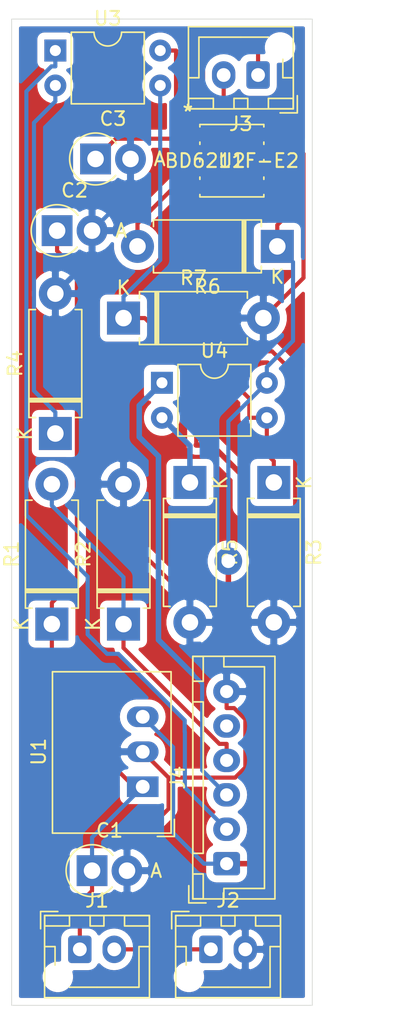
<source format=kicad_pcb>
(kicad_pcb (version 20171130) (host pcbnew "(5.1.10)-1")

  (general
    (thickness 1.6)
    (drawings 7)
    (tracks 171)
    (zones 0)
    (modules 18)
    (nets 16)
  )

  (page A4)
  (layers
    (0 F.Cu signal)
    (31 B.Cu signal)
    (32 B.Adhes user)
    (33 F.Adhes user)
    (34 B.Paste user)
    (35 F.Paste user)
    (36 B.SilkS user)
    (37 F.SilkS user)
    (38 B.Mask user)
    (39 F.Mask user)
    (40 Dwgs.User user)
    (41 Cmts.User user)
    (42 Eco1.User user)
    (43 Eco2.User user)
    (44 Edge.Cuts user)
    (45 Margin user)
    (46 B.CrtYd user)
    (47 F.CrtYd user)
    (48 B.Fab user)
    (49 F.Fab user)
  )

  (setup
    (last_trace_width 0.3)
    (user_trace_width 0.4)
    (trace_clearance 0.2)
    (zone_clearance 0.508)
    (zone_45_only no)
    (trace_min 0.3)
    (via_size 1)
    (via_drill 0.8)
    (via_min_size 1)
    (via_min_drill 0.8)
    (user_via 2 1)
    (uvia_size 0.3)
    (uvia_drill 0.1)
    (uvias_allowed no)
    (uvia_min_size 0.2)
    (uvia_min_drill 0.1)
    (edge_width 0.05)
    (segment_width 0.2)
    (pcb_text_width 0.3)
    (pcb_text_size 1.5 1.5)
    (mod_edge_width 0.12)
    (mod_text_size 1 1)
    (mod_text_width 0.15)
    (pad_size 1.5 2.3)
    (pad_drill 1)
    (pad_to_mask_clearance 0)
    (aux_axis_origin 0 0)
    (visible_elements 7FFFFFFF)
    (pcbplotparams
      (layerselection 0x010fc_ffffffff)
      (usegerberextensions true)
      (usegerberattributes true)
      (usegerberadvancedattributes true)
      (creategerberjobfile true)
      (excludeedgelayer true)
      (linewidth 0.100000)
      (plotframeref false)
      (viasonmask false)
      (mode 1)
      (useauxorigin true)
      (hpglpennumber 1)
      (hpglpenspeed 20)
      (hpglpendiameter 15.000000)
      (psnegative false)
      (psa4output false)
      (plotreference true)
      (plotvalue true)
      (plotinvisibletext false)
      (padsonsilk false)
      (subtractmaskfromsilk false)
      (outputformat 1)
      (mirror false)
      (drillshape 0)
      (scaleselection 1)
      (outputdirectory "gerber"))
  )

  (net 0 "")
  (net 1 GND)
  (net 2 VCC)
  (net 3 "Net-(J1-Pad2)")
  (net 4 "Net-(J3-Pad2)")
  (net 5 "Net-(J3-Pad1)")
  (net 6 "Net-(J4-Pad5)")
  (net 7 VOLT_REF)
  (net 8 DRIVER_FIN)
  (net 9 DRIVER_RIN)
  (net 10 VCC_5V)
  (net 11 "Net-(R3-Pad1)")
  (net 12 "Net-(R4-Pad1)")
  (net 13 "Net-(R5-Pad1)")
  (net 14 "Net-(R6-Pad2)")
  (net 15 "Net-(R7-Pad1)")

  (net_class Default "This is the default net class."
    (clearance 0.2)
    (trace_width 0.3)
    (via_dia 1)
    (via_drill 0.8)
    (uvia_dia 0.3)
    (uvia_drill 0.1)
    (diff_pair_width 0.3)
    (diff_pair_gap 0.25)
    (add_net DRIVER_FIN)
    (add_net DRIVER_RIN)
    (add_net GND)
    (add_net "Net-(J1-Pad2)")
    (add_net "Net-(J3-Pad1)")
    (add_net "Net-(J3-Pad2)")
    (add_net "Net-(J4-Pad5)")
    (add_net "Net-(R3-Pad1)")
    (add_net "Net-(R4-Pad1)")
    (add_net "Net-(R5-Pad1)")
    (add_net "Net-(R6-Pad2)")
    (add_net "Net-(R7-Pad1)")
    (add_net VCC)
    (add_net VCC_5V)
    (add_net VOLT_REF)
  )

  (module Package_DIP:DIP-4_W7.62mm (layer F.Cu) (tedit 5A02E8C5) (tstamp 6188B2CB)
    (at 63.373 54.61)
    (descr "4-lead though-hole mounted DIP package, row spacing 7.62 mm (300 mils)")
    (tags "THT DIP DIL PDIP 2.54mm 7.62mm 300mil")
    (path /6187D7CB)
    (fp_text reference U4 (at 3.81 -2.33) (layer F.SilkS)
      (effects (font (size 1 1) (thickness 0.15)))
    )
    (fp_text value TLP785 (at 3.81 4.87) (layer F.Fab)
      (effects (font (size 1 1) (thickness 0.15)))
    )
    (fp_line (start 8.7 -1.55) (end -1.1 -1.55) (layer F.CrtYd) (width 0.05))
    (fp_line (start 8.7 4.1) (end 8.7 -1.55) (layer F.CrtYd) (width 0.05))
    (fp_line (start -1.1 4.1) (end 8.7 4.1) (layer F.CrtYd) (width 0.05))
    (fp_line (start -1.1 -1.55) (end -1.1 4.1) (layer F.CrtYd) (width 0.05))
    (fp_line (start 6.46 -1.33) (end 4.81 -1.33) (layer F.SilkS) (width 0.12))
    (fp_line (start 6.46 3.87) (end 6.46 -1.33) (layer F.SilkS) (width 0.12))
    (fp_line (start 1.16 3.87) (end 6.46 3.87) (layer F.SilkS) (width 0.12))
    (fp_line (start 1.16 -1.33) (end 1.16 3.87) (layer F.SilkS) (width 0.12))
    (fp_line (start 2.81 -1.33) (end 1.16 -1.33) (layer F.SilkS) (width 0.12))
    (fp_line (start 0.635 -0.27) (end 1.635 -1.27) (layer F.Fab) (width 0.1))
    (fp_line (start 0.635 3.81) (end 0.635 -0.27) (layer F.Fab) (width 0.1))
    (fp_line (start 6.985 3.81) (end 0.635 3.81) (layer F.Fab) (width 0.1))
    (fp_line (start 6.985 -1.27) (end 6.985 3.81) (layer F.Fab) (width 0.1))
    (fp_line (start 1.635 -1.27) (end 6.985 -1.27) (layer F.Fab) (width 0.1))
    (fp_text user %R (at 3.81 1.27) (layer F.Fab)
      (effects (font (size 1 1) (thickness 0.15)))
    )
    (fp_arc (start 3.81 -1.33) (end 2.81 -1.33) (angle -180) (layer F.SilkS) (width 0.12))
    (pad 4 thru_hole oval (at 7.62 0) (size 1.6 1.6) (drill 0.8) (layers *.Cu *.Mask)
      (net 10 VCC_5V))
    (pad 2 thru_hole oval (at 0 2.54) (size 1.6 1.6) (drill 0.8) (layers *.Cu *.Mask)
      (net 13 "Net-(R5-Pad1)"))
    (pad 3 thru_hole oval (at 7.62 2.54) (size 1.6 1.6) (drill 0.8) (layers *.Cu *.Mask)
      (net 11 "Net-(R3-Pad1)"))
    (pad 1 thru_hole rect (at 0 0) (size 1.6 1.6) (drill 0.8) (layers *.Cu *.Mask)
      (net 8 DRIVER_FIN))
    (model ${KISYS3DMOD}/Package_DIP.3dshapes/DIP-4_W7.62mm.wrl
      (at (xyz 0 0 0))
      (scale (xyz 1 1 1))
      (rotate (xyz 0 0 0))
    )
  )

  (module Package_DIP:DIP-4_W7.62mm (layer F.Cu) (tedit 5A02E8C5) (tstamp 6188B2B3)
    (at 55.626 30.48)
    (descr "4-lead though-hole mounted DIP package, row spacing 7.62 mm (300 mils)")
    (tags "THT DIP DIL PDIP 2.54mm 7.62mm 300mil")
    (path /61876EAC)
    (fp_text reference U3 (at 3.81 -2.33) (layer F.SilkS)
      (effects (font (size 1 1) (thickness 0.15)))
    )
    (fp_text value TLP785 (at 3.81 4.87) (layer F.Fab)
      (effects (font (size 1 1) (thickness 0.15)))
    )
    (fp_line (start 8.7 -1.55) (end -1.1 -1.55) (layer F.CrtYd) (width 0.05))
    (fp_line (start 8.7 4.1) (end 8.7 -1.55) (layer F.CrtYd) (width 0.05))
    (fp_line (start -1.1 4.1) (end 8.7 4.1) (layer F.CrtYd) (width 0.05))
    (fp_line (start -1.1 -1.55) (end -1.1 4.1) (layer F.CrtYd) (width 0.05))
    (fp_line (start 6.46 -1.33) (end 4.81 -1.33) (layer F.SilkS) (width 0.12))
    (fp_line (start 6.46 3.87) (end 6.46 -1.33) (layer F.SilkS) (width 0.12))
    (fp_line (start 1.16 3.87) (end 6.46 3.87) (layer F.SilkS) (width 0.12))
    (fp_line (start 1.16 -1.33) (end 1.16 3.87) (layer F.SilkS) (width 0.12))
    (fp_line (start 2.81 -1.33) (end 1.16 -1.33) (layer F.SilkS) (width 0.12))
    (fp_line (start 0.635 -0.27) (end 1.635 -1.27) (layer F.Fab) (width 0.1))
    (fp_line (start 0.635 3.81) (end 0.635 -0.27) (layer F.Fab) (width 0.1))
    (fp_line (start 6.985 3.81) (end 0.635 3.81) (layer F.Fab) (width 0.1))
    (fp_line (start 6.985 -1.27) (end 6.985 3.81) (layer F.Fab) (width 0.1))
    (fp_line (start 1.635 -1.27) (end 6.985 -1.27) (layer F.Fab) (width 0.1))
    (fp_text user %R (at 3.81 1.27) (layer F.Fab)
      (effects (font (size 1 1) (thickness 0.15)))
    )
    (fp_arc (start 3.81 -1.33) (end 2.81 -1.33) (angle -180) (layer F.SilkS) (width 0.12))
    (pad 4 thru_hole oval (at 7.62 0) (size 1.6 1.6) (drill 0.8) (layers *.Cu *.Mask)
      (net 10 VCC_5V))
    (pad 2 thru_hole oval (at 0 2.54) (size 1.6 1.6) (drill 0.8) (layers *.Cu *.Mask)
      (net 12 "Net-(R4-Pad1)"))
    (pad 3 thru_hole oval (at 7.62 2.54) (size 1.6 1.6) (drill 0.8) (layers *.Cu *.Mask)
      (net 15 "Net-(R7-Pad1)"))
    (pad 1 thru_hole rect (at 0 0) (size 1.6 1.6) (drill 0.8) (layers *.Cu *.Mask)
      (net 9 DRIVER_RIN))
    (model ${KISYS3DMOD}/Package_DIP.3dshapes/DIP-4_W7.62mm.wrl
      (at (xyz 0 0 0))
      (scale (xyz 1 1 1))
      (rotate (xyz 0 0 0))
    )
  )

  (module bd6231f:BD6231F-E2 (layer F.Cu) (tedit 0) (tstamp 6188B29B)
    (at 68.453 38.481)
    (path /61877E3D)
    (fp_text reference U2 (at 0 0) (layer F.SilkS)
      (effects (font (size 1 1) (thickness 0.15)))
    )
    (fp_text value BD6211F-E2 (at 0 0) (layer F.SilkS)
      (effects (font (size 1 1) (thickness 0.15)))
    )
    (fp_line (start -2.4511 2.4003) (end -3.7084 2.4003) (layer F.CrtYd) (width 0.05))
    (fp_line (start -2.4511 2.7559) (end -2.4511 2.4003) (layer F.CrtYd) (width 0.05))
    (fp_line (start 2.4511 2.7559) (end -2.4511 2.7559) (layer F.CrtYd) (width 0.05))
    (fp_line (start 2.4511 2.4003) (end 2.4511 2.7559) (layer F.CrtYd) (width 0.05))
    (fp_line (start 3.7084 2.4003) (end 2.4511 2.4003) (layer F.CrtYd) (width 0.05))
    (fp_line (start 3.7084 -2.4003) (end 3.7084 2.4003) (layer F.CrtYd) (width 0.05))
    (fp_line (start 2.4511 -2.4003) (end 3.7084 -2.4003) (layer F.CrtYd) (width 0.05))
    (fp_line (start 2.4511 -2.7559) (end 2.4511 -2.4003) (layer F.CrtYd) (width 0.05))
    (fp_line (start -2.4511 -2.7559) (end 2.4511 -2.7559) (layer F.CrtYd) (width 0.05))
    (fp_line (start -2.4511 -2.4003) (end -2.4511 -2.7559) (layer F.CrtYd) (width 0.05))
    (fp_line (start -3.7084 -2.4003) (end -2.4511 -2.4003) (layer F.CrtYd) (width 0.05))
    (fp_line (start -3.7084 2.4003) (end -3.7084 -2.4003) (layer F.CrtYd) (width 0.05))
    (fp_line (start 2.3241 -2.458792) (end 2.3241 -2.6289) (layer F.SilkS) (width 0.12))
    (fp_line (start 2.3241 -1.188792) (end 2.3241 -1.351208) (layer F.SilkS) (width 0.12))
    (fp_line (start 2.3241 0.081208) (end 2.3241 -0.081208) (layer F.SilkS) (width 0.12))
    (fp_line (start 2.3241 1.351208) (end 2.3241 1.188792) (layer F.SilkS) (width 0.12))
    (fp_line (start -2.3241 2.458792) (end -2.3241 2.6289) (layer F.SilkS) (width 0.12))
    (fp_line (start -2.3241 1.188792) (end -2.3241 1.351208) (layer F.SilkS) (width 0.12))
    (fp_line (start -2.3241 -0.081208) (end -2.3241 0.081208) (layer F.SilkS) (width 0.12))
    (fp_line (start -2.3241 -1.351208) (end -2.3241 -1.188792) (layer F.SilkS) (width 0.12))
    (fp_line (start -2.1971 -2.5019) (end -2.1971 2.5019) (layer F.Fab) (width 0.1))
    (fp_line (start 2.1971 -2.5019) (end -2.1971 -2.5019) (layer F.Fab) (width 0.1))
    (fp_line (start 2.1971 2.5019) (end 2.1971 -2.5019) (layer F.Fab) (width 0.1))
    (fp_line (start -2.1971 2.5019) (end 2.1971 2.5019) (layer F.Fab) (width 0.1))
    (fp_line (start -2.3241 -2.6289) (end -2.3241 -2.458792) (layer F.SilkS) (width 0.12))
    (fp_line (start 2.3241 -2.6289) (end -2.3241 -2.6289) (layer F.SilkS) (width 0.12))
    (fp_line (start 2.3241 2.6289) (end 2.3241 2.458792) (layer F.SilkS) (width 0.12))
    (fp_line (start -2.3241 2.6289) (end 2.3241 2.6289) (layer F.SilkS) (width 0.12))
    (fp_line (start 3.0988 -2.1209) (end 2.1971 -2.1209) (layer F.Fab) (width 0.1))
    (fp_line (start 3.0988 -1.6891) (end 3.0988 -2.1209) (layer F.Fab) (width 0.1))
    (fp_line (start 2.1971 -1.6891) (end 3.0988 -1.6891) (layer F.Fab) (width 0.1))
    (fp_line (start 2.1971 -2.1209) (end 2.1971 -1.6891) (layer F.Fab) (width 0.1))
    (fp_line (start 3.0988 -0.8509) (end 2.1971 -0.8509) (layer F.Fab) (width 0.1))
    (fp_line (start 3.0988 -0.4191) (end 3.0988 -0.8509) (layer F.Fab) (width 0.1))
    (fp_line (start 2.1971 -0.4191) (end 3.0988 -0.4191) (layer F.Fab) (width 0.1))
    (fp_line (start 2.1971 -0.8509) (end 2.1971 -0.4191) (layer F.Fab) (width 0.1))
    (fp_line (start 3.0988 0.4191) (end 2.1971 0.4191) (layer F.Fab) (width 0.1))
    (fp_line (start 3.0988 0.8509) (end 3.0988 0.4191) (layer F.Fab) (width 0.1))
    (fp_line (start 2.1971 0.8509) (end 3.0988 0.8509) (layer F.Fab) (width 0.1))
    (fp_line (start 2.1971 0.4191) (end 2.1971 0.8509) (layer F.Fab) (width 0.1))
    (fp_line (start 3.0988 1.6891) (end 2.1971 1.6891) (layer F.Fab) (width 0.1))
    (fp_line (start 3.0988 2.1209) (end 3.0988 1.6891) (layer F.Fab) (width 0.1))
    (fp_line (start 2.1971 2.1209) (end 3.0988 2.1209) (layer F.Fab) (width 0.1))
    (fp_line (start 2.1971 1.6891) (end 2.1971 2.1209) (layer F.Fab) (width 0.1))
    (fp_line (start -3.0988 2.1209) (end -2.1971 2.1209) (layer F.Fab) (width 0.1))
    (fp_line (start -3.0988 1.6891) (end -3.0988 2.1209) (layer F.Fab) (width 0.1))
    (fp_line (start -2.1971 1.6891) (end -3.0988 1.6891) (layer F.Fab) (width 0.1))
    (fp_line (start -2.1971 2.1209) (end -2.1971 1.6891) (layer F.Fab) (width 0.1))
    (fp_line (start -3.0988 0.8509) (end -2.1971 0.8509) (layer F.Fab) (width 0.1))
    (fp_line (start -3.0988 0.4191) (end -3.0988 0.8509) (layer F.Fab) (width 0.1))
    (fp_line (start -2.1971 0.4191) (end -3.0988 0.4191) (layer F.Fab) (width 0.1))
    (fp_line (start -2.1971 0.8509) (end -2.1971 0.4191) (layer F.Fab) (width 0.1))
    (fp_line (start -3.0988 -0.4191) (end -2.1971 -0.4191) (layer F.Fab) (width 0.1))
    (fp_line (start -3.0988 -0.8509) (end -3.0988 -0.4191) (layer F.Fab) (width 0.1))
    (fp_line (start -2.1971 -0.8509) (end -3.0988 -0.8509) (layer F.Fab) (width 0.1))
    (fp_line (start -2.1971 -0.4191) (end -2.1971 -0.8509) (layer F.Fab) (width 0.1))
    (fp_line (start -3.0988 -1.6891) (end -2.1971 -1.6891) (layer F.Fab) (width 0.1))
    (fp_line (start -3.0988 -2.1209) (end -3.0988 -1.6891) (layer F.Fab) (width 0.1))
    (fp_line (start -2.1971 -2.1209) (end -3.0988 -2.1209) (layer F.Fab) (width 0.1))
    (fp_line (start -2.1971 -1.6891) (end -2.1971 -2.1209) (layer F.Fab) (width 0.1))
    (fp_arc (start 0 -2.5019) (end -0.3048 -2.5019) (angle -180) (layer F.Fab) (width 0.1))
    (fp_arc (start 0 -2.5019) (end -0.366183 -2.5019) (angle -180) (layer F.CrtYd) (width 0.05))
    (fp_text user * (at -1.8161 -2.4257) (layer F.Fab)
      (effects (font (size 1 1) (thickness 0.15)))
    )
    (fp_text user * (at -3.2004 -3.5306) (layer F.SilkS)
      (effects (font (size 1 1) (thickness 0.15)))
    )
    (fp_text user 0.04in/1.016mm (at -2.9464 4.9149) (layer Dwgs.User)
      (effects (font (size 1 1) (thickness 0.15)))
    )
    (fp_text user 0.232in/5.893mm (at 0 -4.9149) (layer Dwgs.User)
      (effects (font (size 1 1) (thickness 0.15)))
    )
    (fp_text user 0.019in/0.483mm (at 5.9944 -1.905) (layer Dwgs.User)
      (effects (font (size 1 1) (thickness 0.15)))
    )
    (fp_text user 0.05in/1.27mm (at -5.9944 -1.27) (layer Dwgs.User)
      (effects (font (size 1 1) (thickness 0.15)))
    )
    (fp_text user * (at -1.8161 -2.4257) (layer F.Fab)
      (effects (font (size 1 1) (thickness 0.15)))
    )
    (fp_text user * (at -3.2004 -3.5306) (layer F.SilkS)
      (effects (font (size 1 1) (thickness 0.15)))
    )
    (fp_text user "Copyright 2021 Accelerated Designs. All rights reserved." (at 0 0) (layer Cmts.User)
      (effects (font (size 0.127 0.127) (thickness 0.002)))
    )
    (pad 8 smd rect (at 2.9464 -1.905) (size 1.016 0.4826) (layers F.Cu F.Paste F.Mask)
      (net 1 GND))
    (pad 7 smd rect (at 2.9464 -0.635) (size 1.016 0.4826) (layers F.Cu F.Paste F.Mask)
      (net 4 "Net-(J3-Pad2)"))
    (pad 6 smd rect (at 2.9464 0.635) (size 1.016 0.4826) (layers F.Cu F.Paste F.Mask)
      (net 14 "Net-(R6-Pad2)"))
    (pad 5 smd rect (at 2.9464 1.905) (size 1.016 0.4826) (layers F.Cu F.Paste F.Mask)
      (net 15 "Net-(R7-Pad1)"))
    (pad 4 smd rect (at -2.9464 1.905) (size 1.016 0.4826) (layers F.Cu F.Paste F.Mask)
      (net 11 "Net-(R3-Pad1)"))
    (pad 3 smd rect (at -2.9464 0.635) (size 1.016 0.4826) (layers F.Cu F.Paste F.Mask)
      (net 10 VCC_5V))
    (pad 2 smd rect (at -2.9464 -0.635) (size 1.016 0.4826) (layers F.Cu F.Paste F.Mask)
      (net 10 VCC_5V))
    (pad 1 smd rect (at -2.9464 -1.905) (size 1.016 0.4826) (layers F.Cu F.Paste F.Mask)
      (net 5 "Net-(J3-Pad1)"))
  )

  (module Converter_DCDC:Converter_DCDC_RECOM_R-78E-0.5_THT (layer F.Cu) (tedit 6188A238) (tstamp 6188B248)
    (at 61.976 83.947 90)
    (descr "DCDC-Converter, RECOM, RECOM_R-78E-0.5, SIP-3, pitch 2.54mm, package size 11.6x8.5x10.4mm^3, https://www.recom-power.com/pdf/Innoline/R-78Exx-0.5.pdf")
    (tags "dc-dc recom buck sip-3 pitch 2.54mm")
    (path /618814B3)
    (fp_text reference U1 (at 2.54 -7.56 90) (layer F.SilkS)
      (effects (font (size 1 1) (thickness 0.15)))
    )
    (fp_text value M78AR05 (at 2.54 3 90) (layer F.Fab)
      (effects (font (size 1 1) (thickness 0.15)))
    )
    (fp_line (start 8.54 -6.75) (end -3.57 -6.75) (layer F.CrtYd) (width 0.05))
    (fp_line (start 8.54 2.25) (end 8.54 -6.75) (layer F.CrtYd) (width 0.05))
    (fp_line (start -3.57 2.25) (end 8.54 2.25) (layer F.CrtYd) (width 0.05))
    (fp_line (start -3.57 -6.75) (end -3.57 2.25) (layer F.CrtYd) (width 0.05))
    (fp_line (start -3.611 2.3) (end -2.371 2.3) (layer F.SilkS) (width 0.12))
    (fp_line (start -3.611 1.06) (end -3.611 2.3) (layer F.SilkS) (width 0.12))
    (fp_line (start 8.35 -6.56) (end 8.35 2.06) (layer F.SilkS) (width 0.12))
    (fp_line (start -3.371 -6.56) (end -3.371 2.06) (layer F.SilkS) (width 0.12))
    (fp_line (start -3.371 2.06) (end 8.35 2.06) (layer F.SilkS) (width 0.12))
    (fp_line (start -3.371 -6.56) (end 8.35 -6.56) (layer F.SilkS) (width 0.12))
    (fp_line (start -3.31 1) (end -3.31 -6.5) (layer F.Fab) (width 0.1))
    (fp_line (start -2.31 2) (end -3.31 1) (layer F.Fab) (width 0.1))
    (fp_line (start 8.29 2) (end -2.31 2) (layer F.Fab) (width 0.1))
    (fp_line (start 8.29 -6.5) (end 8.29 2) (layer F.Fab) (width 0.1))
    (fp_line (start -3.31 -6.5) (end 8.29 -6.5) (layer F.Fab) (width 0.1))
    (fp_text user %R (at 2.54 -2.25 90) (layer F.Fab)
      (effects (font (size 1 1) (thickness 0.15)))
    )
    (pad 3 thru_hole oval (at 5.08 0 90) (size 1.5 2.3) (drill 1) (layers *.Cu *.Mask)
      (net 10 VCC_5V))
    (pad 2 thru_hole oval (at 2.54 0 90) (size 1.5 2.3) (drill 1) (layers *.Cu *.Mask)
      (net 1 GND))
    (pad 1 thru_hole rect (at 0 0 90) (size 1.5 2.3) (drill 1) (layers *.Cu *.Mask)
      (net 2 VCC))
    (model ${KISYS3DMOD}/Converter_DCDC.3dshapes/Converter_DCDC_RECOM_R-78E-0.5_THT.wrl
      (at (xyz 0 0 0))
      (scale (xyz 1 1 1))
      (rotate (xyz 0 0 0))
    )
  )

  (module Diode_THT:D_DO-15_P10.16mm_Horizontal (layer F.Cu) (tedit 5AE50CD5) (tstamp 6188B231)
    (at 60.579 49.911)
    (descr "Diode, DO-15 series, Axial, Horizontal, pin pitch=10.16mm, , length*diameter=7.6*3.6mm^2, , http://www.diodes.com/_files/packages/DO-15.pdf")
    (tags "Diode DO-15 series Axial Horizontal pin pitch 10.16mm  length 7.6mm diameter 3.6mm")
    (path /618D4917)
    (fp_text reference R7 (at 5.08 -2.92) (layer F.SilkS)
      (effects (font (size 1 1) (thickness 0.15)))
    )
    (fp_text value 10k (at 5.08 2.92) (layer F.Fab)
      (effects (font (size 1 1) (thickness 0.15)))
    )
    (fp_line (start 11.61 -2.05) (end -1.45 -2.05) (layer F.CrtYd) (width 0.05))
    (fp_line (start 11.61 2.05) (end 11.61 -2.05) (layer F.CrtYd) (width 0.05))
    (fp_line (start -1.45 2.05) (end 11.61 2.05) (layer F.CrtYd) (width 0.05))
    (fp_line (start -1.45 -2.05) (end -1.45 2.05) (layer F.CrtYd) (width 0.05))
    (fp_line (start 2.3 -1.92) (end 2.3 1.92) (layer F.SilkS) (width 0.12))
    (fp_line (start 2.54 -1.92) (end 2.54 1.92) (layer F.SilkS) (width 0.12))
    (fp_line (start 2.42 -1.92) (end 2.42 1.92) (layer F.SilkS) (width 0.12))
    (fp_line (start 9 1.92) (end 9 1.44) (layer F.SilkS) (width 0.12))
    (fp_line (start 1.16 1.92) (end 9 1.92) (layer F.SilkS) (width 0.12))
    (fp_line (start 1.16 1.44) (end 1.16 1.92) (layer F.SilkS) (width 0.12))
    (fp_line (start 9 -1.92) (end 9 -1.44) (layer F.SilkS) (width 0.12))
    (fp_line (start 1.16 -1.92) (end 9 -1.92) (layer F.SilkS) (width 0.12))
    (fp_line (start 1.16 -1.44) (end 1.16 -1.92) (layer F.SilkS) (width 0.12))
    (fp_line (start 2.32 -1.8) (end 2.32 1.8) (layer F.Fab) (width 0.1))
    (fp_line (start 2.52 -1.8) (end 2.52 1.8) (layer F.Fab) (width 0.1))
    (fp_line (start 2.42 -1.8) (end 2.42 1.8) (layer F.Fab) (width 0.1))
    (fp_line (start 10.16 0) (end 8.88 0) (layer F.Fab) (width 0.1))
    (fp_line (start 0 0) (end 1.28 0) (layer F.Fab) (width 0.1))
    (fp_line (start 8.88 -1.8) (end 1.28 -1.8) (layer F.Fab) (width 0.1))
    (fp_line (start 8.88 1.8) (end 8.88 -1.8) (layer F.Fab) (width 0.1))
    (fp_line (start 1.28 1.8) (end 8.88 1.8) (layer F.Fab) (width 0.1))
    (fp_line (start 1.28 -1.8) (end 1.28 1.8) (layer F.Fab) (width 0.1))
    (fp_text user K (at 0 -2.2) (layer F.SilkS)
      (effects (font (size 1 1) (thickness 0.15)))
    )
    (fp_text user K (at 0 -2.2) (layer F.Fab)
      (effects (font (size 1 1) (thickness 0.15)))
    )
    (fp_text user %R (at 5.65 0) (layer F.Fab)
      (effects (font (size 1 1) (thickness 0.15)))
    )
    (pad 2 thru_hole oval (at 10.16 0) (size 2.4 2.4) (drill 1.2) (layers *.Cu *.Mask)
      (net 1 GND))
    (pad 1 thru_hole rect (at 0 0) (size 2.4 2.4) (drill 1.2) (layers *.Cu *.Mask)
      (net 15 "Net-(R7-Pad1)"))
    (model ${KISYS3DMOD}/Diode_THT.3dshapes/D_DO-15_P10.16mm_Horizontal.wrl
      (at (xyz 0 0 0))
      (scale (xyz 1 1 1))
      (rotate (xyz 0 0 0))
    )
  )

  (module Diode_THT:D_DO-15_P10.16mm_Horizontal (layer F.Cu) (tedit 5AE50CD5) (tstamp 6188B212)
    (at 71.755 44.704 180)
    (descr "Diode, DO-15 series, Axial, Horizontal, pin pitch=10.16mm, , length*diameter=7.6*3.6mm^2, , http://www.diodes.com/_files/packages/DO-15.pdf")
    (tags "Diode DO-15 series Axial Horizontal pin pitch 10.16mm  length 7.6mm diameter 3.6mm")
    (path /6189933B)
    (fp_text reference R6 (at 5.08 -2.92) (layer F.SilkS)
      (effects (font (size 1 1) (thickness 0.15)))
    )
    (fp_text value 10k (at 5.08 2.92) (layer F.Fab)
      (effects (font (size 1 1) (thickness 0.15)))
    )
    (fp_line (start 11.61 -2.05) (end -1.45 -2.05) (layer F.CrtYd) (width 0.05))
    (fp_line (start 11.61 2.05) (end 11.61 -2.05) (layer F.CrtYd) (width 0.05))
    (fp_line (start -1.45 2.05) (end 11.61 2.05) (layer F.CrtYd) (width 0.05))
    (fp_line (start -1.45 -2.05) (end -1.45 2.05) (layer F.CrtYd) (width 0.05))
    (fp_line (start 2.3 -1.92) (end 2.3 1.92) (layer F.SilkS) (width 0.12))
    (fp_line (start 2.54 -1.92) (end 2.54 1.92) (layer F.SilkS) (width 0.12))
    (fp_line (start 2.42 -1.92) (end 2.42 1.92) (layer F.SilkS) (width 0.12))
    (fp_line (start 9 1.92) (end 9 1.44) (layer F.SilkS) (width 0.12))
    (fp_line (start 1.16 1.92) (end 9 1.92) (layer F.SilkS) (width 0.12))
    (fp_line (start 1.16 1.44) (end 1.16 1.92) (layer F.SilkS) (width 0.12))
    (fp_line (start 9 -1.92) (end 9 -1.44) (layer F.SilkS) (width 0.12))
    (fp_line (start 1.16 -1.92) (end 9 -1.92) (layer F.SilkS) (width 0.12))
    (fp_line (start 1.16 -1.44) (end 1.16 -1.92) (layer F.SilkS) (width 0.12))
    (fp_line (start 2.32 -1.8) (end 2.32 1.8) (layer F.Fab) (width 0.1))
    (fp_line (start 2.52 -1.8) (end 2.52 1.8) (layer F.Fab) (width 0.1))
    (fp_line (start 2.42 -1.8) (end 2.42 1.8) (layer F.Fab) (width 0.1))
    (fp_line (start 10.16 0) (end 8.88 0) (layer F.Fab) (width 0.1))
    (fp_line (start 0 0) (end 1.28 0) (layer F.Fab) (width 0.1))
    (fp_line (start 8.88 -1.8) (end 1.28 -1.8) (layer F.Fab) (width 0.1))
    (fp_line (start 8.88 1.8) (end 8.88 -1.8) (layer F.Fab) (width 0.1))
    (fp_line (start 1.28 1.8) (end 8.88 1.8) (layer F.Fab) (width 0.1))
    (fp_line (start 1.28 -1.8) (end 1.28 1.8) (layer F.Fab) (width 0.1))
    (fp_text user K (at 0 -2.2) (layer F.SilkS)
      (effects (font (size 1 1) (thickness 0.15)))
    )
    (fp_text user K (at 0 -2.2) (layer F.Fab)
      (effects (font (size 1 1) (thickness 0.15)))
    )
    (fp_text user %R (at 5.65 0) (layer F.Fab)
      (effects (font (size 1 1) (thickness 0.15)))
    )
    (pad 2 thru_hole oval (at 10.16 0 180) (size 2.4 2.4) (drill 1.2) (layers *.Cu *.Mask)
      (net 14 "Net-(R6-Pad2)"))
    (pad 1 thru_hole rect (at 0 0 180) (size 2.4 2.4) (drill 1.2) (layers *.Cu *.Mask)
      (net 10 VCC_5V))
    (model ${KISYS3DMOD}/Diode_THT.3dshapes/D_DO-15_P10.16mm_Horizontal.wrl
      (at (xyz 0 0 0))
      (scale (xyz 1 1 1))
      (rotate (xyz 0 0 0))
    )
  )

  (module Diode_THT:D_DO-15_P10.16mm_Horizontal (layer F.Cu) (tedit 5AE50CD5) (tstamp 6188B1F3)
    (at 65.405 61.849 270)
    (descr "Diode, DO-15 series, Axial, Horizontal, pin pitch=10.16mm, , length*diameter=7.6*3.6mm^2, , http://www.diodes.com/_files/packages/DO-15.pdf")
    (tags "Diode DO-15 series Axial Horizontal pin pitch 10.16mm  length 7.6mm diameter 3.6mm")
    (path /6187F733)
    (fp_text reference R5 (at 5.08 -2.92 90) (layer F.SilkS)
      (effects (font (size 1 1) (thickness 0.15)))
    )
    (fp_text value 120 (at 5.08 2.92 90) (layer F.Fab)
      (effects (font (size 1 1) (thickness 0.15)))
    )
    (fp_line (start 11.61 -2.05) (end -1.45 -2.05) (layer F.CrtYd) (width 0.05))
    (fp_line (start 11.61 2.05) (end 11.61 -2.05) (layer F.CrtYd) (width 0.05))
    (fp_line (start -1.45 2.05) (end 11.61 2.05) (layer F.CrtYd) (width 0.05))
    (fp_line (start -1.45 -2.05) (end -1.45 2.05) (layer F.CrtYd) (width 0.05))
    (fp_line (start 2.3 -1.92) (end 2.3 1.92) (layer F.SilkS) (width 0.12))
    (fp_line (start 2.54 -1.92) (end 2.54 1.92) (layer F.SilkS) (width 0.12))
    (fp_line (start 2.42 -1.92) (end 2.42 1.92) (layer F.SilkS) (width 0.12))
    (fp_line (start 9 1.92) (end 9 1.44) (layer F.SilkS) (width 0.12))
    (fp_line (start 1.16 1.92) (end 9 1.92) (layer F.SilkS) (width 0.12))
    (fp_line (start 1.16 1.44) (end 1.16 1.92) (layer F.SilkS) (width 0.12))
    (fp_line (start 9 -1.92) (end 9 -1.44) (layer F.SilkS) (width 0.12))
    (fp_line (start 1.16 -1.92) (end 9 -1.92) (layer F.SilkS) (width 0.12))
    (fp_line (start 1.16 -1.44) (end 1.16 -1.92) (layer F.SilkS) (width 0.12))
    (fp_line (start 2.32 -1.8) (end 2.32 1.8) (layer F.Fab) (width 0.1))
    (fp_line (start 2.52 -1.8) (end 2.52 1.8) (layer F.Fab) (width 0.1))
    (fp_line (start 2.42 -1.8) (end 2.42 1.8) (layer F.Fab) (width 0.1))
    (fp_line (start 10.16 0) (end 8.88 0) (layer F.Fab) (width 0.1))
    (fp_line (start 0 0) (end 1.28 0) (layer F.Fab) (width 0.1))
    (fp_line (start 8.88 -1.8) (end 1.28 -1.8) (layer F.Fab) (width 0.1))
    (fp_line (start 8.88 1.8) (end 8.88 -1.8) (layer F.Fab) (width 0.1))
    (fp_line (start 1.28 1.8) (end 8.88 1.8) (layer F.Fab) (width 0.1))
    (fp_line (start 1.28 -1.8) (end 1.28 1.8) (layer F.Fab) (width 0.1))
    (fp_text user K (at 0 -2.2 90) (layer F.SilkS)
      (effects (font (size 1 1) (thickness 0.15)))
    )
    (fp_text user K (at 0 -2.2 90) (layer F.Fab)
      (effects (font (size 1 1) (thickness 0.15)))
    )
    (fp_text user %R (at 5.65 0 90) (layer F.Fab)
      (effects (font (size 1 1) (thickness 0.15)))
    )
    (pad 2 thru_hole oval (at 10.16 0 270) (size 2.4 2.4) (drill 1.2) (layers *.Cu *.Mask)
      (net 1 GND))
    (pad 1 thru_hole rect (at 0 0 270) (size 2.4 2.4) (drill 1.2) (layers *.Cu *.Mask)
      (net 13 "Net-(R5-Pad1)"))
    (model ${KISYS3DMOD}/Diode_THT.3dshapes/D_DO-15_P10.16mm_Horizontal.wrl
      (at (xyz 0 0 0))
      (scale (xyz 1 1 1))
      (rotate (xyz 0 0 0))
    )
  )

  (module Diode_THT:D_DO-15_P10.16mm_Horizontal (layer F.Cu) (tedit 5AE50CD5) (tstamp 6188B1D4)
    (at 55.626 58.293 90)
    (descr "Diode, DO-15 series, Axial, Horizontal, pin pitch=10.16mm, , length*diameter=7.6*3.6mm^2, , http://www.diodes.com/_files/packages/DO-15.pdf")
    (tags "Diode DO-15 series Axial Horizontal pin pitch 10.16mm  length 7.6mm diameter 3.6mm")
    (path /6187B2B9)
    (fp_text reference R4 (at 5.08 -2.92 90) (layer F.SilkS)
      (effects (font (size 1 1) (thickness 0.15)))
    )
    (fp_text value 120 (at 5.08 2.92 90) (layer F.Fab)
      (effects (font (size 1 1) (thickness 0.15)))
    )
    (fp_line (start 11.61 -2.05) (end -1.45 -2.05) (layer F.CrtYd) (width 0.05))
    (fp_line (start 11.61 2.05) (end 11.61 -2.05) (layer F.CrtYd) (width 0.05))
    (fp_line (start -1.45 2.05) (end 11.61 2.05) (layer F.CrtYd) (width 0.05))
    (fp_line (start -1.45 -2.05) (end -1.45 2.05) (layer F.CrtYd) (width 0.05))
    (fp_line (start 2.3 -1.92) (end 2.3 1.92) (layer F.SilkS) (width 0.12))
    (fp_line (start 2.54 -1.92) (end 2.54 1.92) (layer F.SilkS) (width 0.12))
    (fp_line (start 2.42 -1.92) (end 2.42 1.92) (layer F.SilkS) (width 0.12))
    (fp_line (start 9 1.92) (end 9 1.44) (layer F.SilkS) (width 0.12))
    (fp_line (start 1.16 1.92) (end 9 1.92) (layer F.SilkS) (width 0.12))
    (fp_line (start 1.16 1.44) (end 1.16 1.92) (layer F.SilkS) (width 0.12))
    (fp_line (start 9 -1.92) (end 9 -1.44) (layer F.SilkS) (width 0.12))
    (fp_line (start 1.16 -1.92) (end 9 -1.92) (layer F.SilkS) (width 0.12))
    (fp_line (start 1.16 -1.44) (end 1.16 -1.92) (layer F.SilkS) (width 0.12))
    (fp_line (start 2.32 -1.8) (end 2.32 1.8) (layer F.Fab) (width 0.1))
    (fp_line (start 2.52 -1.8) (end 2.52 1.8) (layer F.Fab) (width 0.1))
    (fp_line (start 2.42 -1.8) (end 2.42 1.8) (layer F.Fab) (width 0.1))
    (fp_line (start 10.16 0) (end 8.88 0) (layer F.Fab) (width 0.1))
    (fp_line (start 0 0) (end 1.28 0) (layer F.Fab) (width 0.1))
    (fp_line (start 8.88 -1.8) (end 1.28 -1.8) (layer F.Fab) (width 0.1))
    (fp_line (start 8.88 1.8) (end 8.88 -1.8) (layer F.Fab) (width 0.1))
    (fp_line (start 1.28 1.8) (end 8.88 1.8) (layer F.Fab) (width 0.1))
    (fp_line (start 1.28 -1.8) (end 1.28 1.8) (layer F.Fab) (width 0.1))
    (fp_text user K (at 0 -2.2 90) (layer F.SilkS)
      (effects (font (size 1 1) (thickness 0.15)))
    )
    (fp_text user K (at 0 -2.2 90) (layer F.Fab)
      (effects (font (size 1 1) (thickness 0.15)))
    )
    (fp_text user %R (at 5.65 0 90) (layer F.Fab)
      (effects (font (size 1 1) (thickness 0.15)))
    )
    (pad 2 thru_hole oval (at 10.16 0 90) (size 2.4 2.4) (drill 1.2) (layers *.Cu *.Mask)
      (net 1 GND))
    (pad 1 thru_hole rect (at 0 0 90) (size 2.4 2.4) (drill 1.2) (layers *.Cu *.Mask)
      (net 12 "Net-(R4-Pad1)"))
    (model ${KISYS3DMOD}/Diode_THT.3dshapes/D_DO-15_P10.16mm_Horizontal.wrl
      (at (xyz 0 0 0))
      (scale (xyz 1 1 1))
      (rotate (xyz 0 0 0))
    )
  )

  (module Diode_THT:D_DO-15_P10.16mm_Horizontal (layer F.Cu) (tedit 5AE50CD5) (tstamp 6188B1B5)
    (at 71.501 61.849 270)
    (descr "Diode, DO-15 series, Axial, Horizontal, pin pitch=10.16mm, , length*diameter=7.6*3.6mm^2, , http://www.diodes.com/_files/packages/DO-15.pdf")
    (tags "Diode DO-15 series Axial Horizontal pin pitch 10.16mm  length 7.6mm diameter 3.6mm")
    (path /61897BB4)
    (fp_text reference R3 (at 5.08 -2.92 90) (layer F.SilkS)
      (effects (font (size 1 1) (thickness 0.15)))
    )
    (fp_text value 10k (at 5.08 2.92 90) (layer F.Fab)
      (effects (font (size 1 1) (thickness 0.15)))
    )
    (fp_line (start 11.61 -2.05) (end -1.45 -2.05) (layer F.CrtYd) (width 0.05))
    (fp_line (start 11.61 2.05) (end 11.61 -2.05) (layer F.CrtYd) (width 0.05))
    (fp_line (start -1.45 2.05) (end 11.61 2.05) (layer F.CrtYd) (width 0.05))
    (fp_line (start -1.45 -2.05) (end -1.45 2.05) (layer F.CrtYd) (width 0.05))
    (fp_line (start 2.3 -1.92) (end 2.3 1.92) (layer F.SilkS) (width 0.12))
    (fp_line (start 2.54 -1.92) (end 2.54 1.92) (layer F.SilkS) (width 0.12))
    (fp_line (start 2.42 -1.92) (end 2.42 1.92) (layer F.SilkS) (width 0.12))
    (fp_line (start 9 1.92) (end 9 1.44) (layer F.SilkS) (width 0.12))
    (fp_line (start 1.16 1.92) (end 9 1.92) (layer F.SilkS) (width 0.12))
    (fp_line (start 1.16 1.44) (end 1.16 1.92) (layer F.SilkS) (width 0.12))
    (fp_line (start 9 -1.92) (end 9 -1.44) (layer F.SilkS) (width 0.12))
    (fp_line (start 1.16 -1.92) (end 9 -1.92) (layer F.SilkS) (width 0.12))
    (fp_line (start 1.16 -1.44) (end 1.16 -1.92) (layer F.SilkS) (width 0.12))
    (fp_line (start 2.32 -1.8) (end 2.32 1.8) (layer F.Fab) (width 0.1))
    (fp_line (start 2.52 -1.8) (end 2.52 1.8) (layer F.Fab) (width 0.1))
    (fp_line (start 2.42 -1.8) (end 2.42 1.8) (layer F.Fab) (width 0.1))
    (fp_line (start 10.16 0) (end 8.88 0) (layer F.Fab) (width 0.1))
    (fp_line (start 0 0) (end 1.28 0) (layer F.Fab) (width 0.1))
    (fp_line (start 8.88 -1.8) (end 1.28 -1.8) (layer F.Fab) (width 0.1))
    (fp_line (start 8.88 1.8) (end 8.88 -1.8) (layer F.Fab) (width 0.1))
    (fp_line (start 1.28 1.8) (end 8.88 1.8) (layer F.Fab) (width 0.1))
    (fp_line (start 1.28 -1.8) (end 1.28 1.8) (layer F.Fab) (width 0.1))
    (fp_text user K (at 0 -2.2 90) (layer F.SilkS)
      (effects (font (size 1 1) (thickness 0.15)))
    )
    (fp_text user K (at 0 -2.2 90) (layer F.Fab)
      (effects (font (size 1 1) (thickness 0.15)))
    )
    (fp_text user %R (at 5.65 0 90) (layer F.Fab)
      (effects (font (size 1 1) (thickness 0.15)))
    )
    (pad 2 thru_hole oval (at 10.16 0 270) (size 2.4 2.4) (drill 1.2) (layers *.Cu *.Mask)
      (net 1 GND))
    (pad 1 thru_hole rect (at 0 0 270) (size 2.4 2.4) (drill 1.2) (layers *.Cu *.Mask)
      (net 11 "Net-(R3-Pad1)"))
    (model ${KISYS3DMOD}/Diode_THT.3dshapes/D_DO-15_P10.16mm_Horizontal.wrl
      (at (xyz 0 0 0))
      (scale (xyz 1 1 1))
      (rotate (xyz 0 0 0))
    )
  )

  (module Diode_THT:D_DO-15_P10.16mm_Horizontal (layer F.Cu) (tedit 5AE50CD5) (tstamp 6188B196)
    (at 60.579 72.136 90)
    (descr "Diode, DO-15 series, Axial, Horizontal, pin pitch=10.16mm, , length*diameter=7.6*3.6mm^2, , http://www.diodes.com/_files/packages/DO-15.pdf")
    (tags "Diode DO-15 series Axial Horizontal pin pitch 10.16mm  length 7.6mm diameter 3.6mm")
    (path /618B3574)
    (fp_text reference R2 (at 5.08 -2.92 90) (layer F.SilkS)
      (effects (font (size 1 1) (thickness 0.15)))
    )
    (fp_text value 6.8k (at 5.08 2.92 90) (layer F.Fab)
      (effects (font (size 1 1) (thickness 0.15)))
    )
    (fp_line (start 11.61 -2.05) (end -1.45 -2.05) (layer F.CrtYd) (width 0.05))
    (fp_line (start 11.61 2.05) (end 11.61 -2.05) (layer F.CrtYd) (width 0.05))
    (fp_line (start -1.45 2.05) (end 11.61 2.05) (layer F.CrtYd) (width 0.05))
    (fp_line (start -1.45 -2.05) (end -1.45 2.05) (layer F.CrtYd) (width 0.05))
    (fp_line (start 2.3 -1.92) (end 2.3 1.92) (layer F.SilkS) (width 0.12))
    (fp_line (start 2.54 -1.92) (end 2.54 1.92) (layer F.SilkS) (width 0.12))
    (fp_line (start 2.42 -1.92) (end 2.42 1.92) (layer F.SilkS) (width 0.12))
    (fp_line (start 9 1.92) (end 9 1.44) (layer F.SilkS) (width 0.12))
    (fp_line (start 1.16 1.92) (end 9 1.92) (layer F.SilkS) (width 0.12))
    (fp_line (start 1.16 1.44) (end 1.16 1.92) (layer F.SilkS) (width 0.12))
    (fp_line (start 9 -1.92) (end 9 -1.44) (layer F.SilkS) (width 0.12))
    (fp_line (start 1.16 -1.92) (end 9 -1.92) (layer F.SilkS) (width 0.12))
    (fp_line (start 1.16 -1.44) (end 1.16 -1.92) (layer F.SilkS) (width 0.12))
    (fp_line (start 2.32 -1.8) (end 2.32 1.8) (layer F.Fab) (width 0.1))
    (fp_line (start 2.52 -1.8) (end 2.52 1.8) (layer F.Fab) (width 0.1))
    (fp_line (start 2.42 -1.8) (end 2.42 1.8) (layer F.Fab) (width 0.1))
    (fp_line (start 10.16 0) (end 8.88 0) (layer F.Fab) (width 0.1))
    (fp_line (start 0 0) (end 1.28 0) (layer F.Fab) (width 0.1))
    (fp_line (start 8.88 -1.8) (end 1.28 -1.8) (layer F.Fab) (width 0.1))
    (fp_line (start 8.88 1.8) (end 8.88 -1.8) (layer F.Fab) (width 0.1))
    (fp_line (start 1.28 1.8) (end 8.88 1.8) (layer F.Fab) (width 0.1))
    (fp_line (start 1.28 -1.8) (end 1.28 1.8) (layer F.Fab) (width 0.1))
    (fp_text user K (at 0 -2.2 90) (layer F.SilkS)
      (effects (font (size 1 1) (thickness 0.15)))
    )
    (fp_text user K (at 0 -2.2 90) (layer F.Fab)
      (effects (font (size 1 1) (thickness 0.15)))
    )
    (fp_text user %R (at 5.65 0 90) (layer F.Fab)
      (effects (font (size 1 1) (thickness 0.15)))
    )
    (pad 2 thru_hole oval (at 10.16 0 90) (size 2.4 2.4) (drill 1.2) (layers *.Cu *.Mask)
      (net 1 GND))
    (pad 1 thru_hole rect (at 0 0 90) (size 2.4 2.4) (drill 1.2) (layers *.Cu *.Mask)
      (net 7 VOLT_REF))
    (model ${KISYS3DMOD}/Diode_THT.3dshapes/D_DO-15_P10.16mm_Horizontal.wrl
      (at (xyz 0 0 0))
      (scale (xyz 1 1 1))
      (rotate (xyz 0 0 0))
    )
  )

  (module Diode_THT:D_DO-15_P10.16mm_Horizontal (layer F.Cu) (tedit 5AE50CD5) (tstamp 6188B177)
    (at 55.372 72.136 90)
    (descr "Diode, DO-15 series, Axial, Horizontal, pin pitch=10.16mm, , length*diameter=7.6*3.6mm^2, , http://www.diodes.com/_files/packages/DO-15.pdf")
    (tags "Diode DO-15 series Axial Horizontal pin pitch 10.16mm  length 7.6mm diameter 3.6mm")
    (path /618B1C0F)
    (fp_text reference R1 (at 5.08 -2.92 90) (layer F.SilkS)
      (effects (font (size 1 1) (thickness 0.15)))
    )
    (fp_text value 3.3k (at 5.08 2.92 90) (layer F.Fab)
      (effects (font (size 1 1) (thickness 0.15)))
    )
    (fp_line (start 11.61 -2.05) (end -1.45 -2.05) (layer F.CrtYd) (width 0.05))
    (fp_line (start 11.61 2.05) (end 11.61 -2.05) (layer F.CrtYd) (width 0.05))
    (fp_line (start -1.45 2.05) (end 11.61 2.05) (layer F.CrtYd) (width 0.05))
    (fp_line (start -1.45 -2.05) (end -1.45 2.05) (layer F.CrtYd) (width 0.05))
    (fp_line (start 2.3 -1.92) (end 2.3 1.92) (layer F.SilkS) (width 0.12))
    (fp_line (start 2.54 -1.92) (end 2.54 1.92) (layer F.SilkS) (width 0.12))
    (fp_line (start 2.42 -1.92) (end 2.42 1.92) (layer F.SilkS) (width 0.12))
    (fp_line (start 9 1.92) (end 9 1.44) (layer F.SilkS) (width 0.12))
    (fp_line (start 1.16 1.92) (end 9 1.92) (layer F.SilkS) (width 0.12))
    (fp_line (start 1.16 1.44) (end 1.16 1.92) (layer F.SilkS) (width 0.12))
    (fp_line (start 9 -1.92) (end 9 -1.44) (layer F.SilkS) (width 0.12))
    (fp_line (start 1.16 -1.92) (end 9 -1.92) (layer F.SilkS) (width 0.12))
    (fp_line (start 1.16 -1.44) (end 1.16 -1.92) (layer F.SilkS) (width 0.12))
    (fp_line (start 2.32 -1.8) (end 2.32 1.8) (layer F.Fab) (width 0.1))
    (fp_line (start 2.52 -1.8) (end 2.52 1.8) (layer F.Fab) (width 0.1))
    (fp_line (start 2.42 -1.8) (end 2.42 1.8) (layer F.Fab) (width 0.1))
    (fp_line (start 10.16 0) (end 8.88 0) (layer F.Fab) (width 0.1))
    (fp_line (start 0 0) (end 1.28 0) (layer F.Fab) (width 0.1))
    (fp_line (start 8.88 -1.8) (end 1.28 -1.8) (layer F.Fab) (width 0.1))
    (fp_line (start 8.88 1.8) (end 8.88 -1.8) (layer F.Fab) (width 0.1))
    (fp_line (start 1.28 1.8) (end 8.88 1.8) (layer F.Fab) (width 0.1))
    (fp_line (start 1.28 -1.8) (end 1.28 1.8) (layer F.Fab) (width 0.1))
    (fp_text user K (at 0 -2.2 90) (layer F.SilkS)
      (effects (font (size 1 1) (thickness 0.15)))
    )
    (fp_text user K (at 0 -2.2 90) (layer F.Fab)
      (effects (font (size 1 1) (thickness 0.15)))
    )
    (fp_text user %R (at 5.65 0 90) (layer F.Fab)
      (effects (font (size 1 1) (thickness 0.15)))
    )
    (pad 2 thru_hole oval (at 10.16 0 90) (size 2.4 2.4) (drill 1.2) (layers *.Cu *.Mask)
      (net 7 VOLT_REF))
    (pad 1 thru_hole rect (at 0 0 90) (size 2.4 2.4) (drill 1.2) (layers *.Cu *.Mask)
      (net 2 VCC))
    (model ${KISYS3DMOD}/Diode_THT.3dshapes/D_DO-15_P10.16mm_Horizontal.wrl
      (at (xyz 0 0 0))
      (scale (xyz 1 1 1))
      (rotate (xyz 0 0 0))
    )
  )

  (module Connector_JST:JST_XH_B6B-XH-A_1x06_P2.50mm_Vertical (layer F.Cu) (tedit 5C28146C) (tstamp 6188B158)
    (at 68.072 89.535 90)
    (descr "JST XH series connector, B6B-XH-A (http://www.jst-mfg.com/product/pdf/eng/eXH.pdf), generated with kicad-footprint-generator")
    (tags "connector JST XH vertical")
    (path /618ACA44)
    (fp_text reference J4 (at 6.25 -3.55 90) (layer F.SilkS)
      (effects (font (size 1 1) (thickness 0.15)))
    )
    (fp_text value Raspberry_Pi_GPIOs (at 6.25 4.6 90) (layer F.Fab)
      (effects (font (size 1 1) (thickness 0.15)))
    )
    (fp_line (start -2.85 -2.75) (end -2.85 -1.5) (layer F.SilkS) (width 0.12))
    (fp_line (start -1.6 -2.75) (end -2.85 -2.75) (layer F.SilkS) (width 0.12))
    (fp_line (start 14.3 2.75) (end 6.25 2.75) (layer F.SilkS) (width 0.12))
    (fp_line (start 14.3 -0.2) (end 14.3 2.75) (layer F.SilkS) (width 0.12))
    (fp_line (start 15.05 -0.2) (end 14.3 -0.2) (layer F.SilkS) (width 0.12))
    (fp_line (start -1.8 2.75) (end 6.25 2.75) (layer F.SilkS) (width 0.12))
    (fp_line (start -1.8 -0.2) (end -1.8 2.75) (layer F.SilkS) (width 0.12))
    (fp_line (start -2.55 -0.2) (end -1.8 -0.2) (layer F.SilkS) (width 0.12))
    (fp_line (start 15.05 -2.45) (end 13.25 -2.45) (layer F.SilkS) (width 0.12))
    (fp_line (start 15.05 -1.7) (end 15.05 -2.45) (layer F.SilkS) (width 0.12))
    (fp_line (start 13.25 -1.7) (end 15.05 -1.7) (layer F.SilkS) (width 0.12))
    (fp_line (start 13.25 -2.45) (end 13.25 -1.7) (layer F.SilkS) (width 0.12))
    (fp_line (start -0.75 -2.45) (end -2.55 -2.45) (layer F.SilkS) (width 0.12))
    (fp_line (start -0.75 -1.7) (end -0.75 -2.45) (layer F.SilkS) (width 0.12))
    (fp_line (start -2.55 -1.7) (end -0.75 -1.7) (layer F.SilkS) (width 0.12))
    (fp_line (start -2.55 -2.45) (end -2.55 -1.7) (layer F.SilkS) (width 0.12))
    (fp_line (start 11.75 -2.45) (end 0.75 -2.45) (layer F.SilkS) (width 0.12))
    (fp_line (start 11.75 -1.7) (end 11.75 -2.45) (layer F.SilkS) (width 0.12))
    (fp_line (start 0.75 -1.7) (end 11.75 -1.7) (layer F.SilkS) (width 0.12))
    (fp_line (start 0.75 -2.45) (end 0.75 -1.7) (layer F.SilkS) (width 0.12))
    (fp_line (start 0 -1.35) (end 0.625 -2.35) (layer F.Fab) (width 0.1))
    (fp_line (start -0.625 -2.35) (end 0 -1.35) (layer F.Fab) (width 0.1))
    (fp_line (start 15.45 -2.85) (end -2.95 -2.85) (layer F.CrtYd) (width 0.05))
    (fp_line (start 15.45 3.9) (end 15.45 -2.85) (layer F.CrtYd) (width 0.05))
    (fp_line (start -2.95 3.9) (end 15.45 3.9) (layer F.CrtYd) (width 0.05))
    (fp_line (start -2.95 -2.85) (end -2.95 3.9) (layer F.CrtYd) (width 0.05))
    (fp_line (start 15.06 -2.46) (end -2.56 -2.46) (layer F.SilkS) (width 0.12))
    (fp_line (start 15.06 3.51) (end 15.06 -2.46) (layer F.SilkS) (width 0.12))
    (fp_line (start -2.56 3.51) (end 15.06 3.51) (layer F.SilkS) (width 0.12))
    (fp_line (start -2.56 -2.46) (end -2.56 3.51) (layer F.SilkS) (width 0.12))
    (fp_line (start 14.95 -2.35) (end -2.45 -2.35) (layer F.Fab) (width 0.1))
    (fp_line (start 14.95 3.4) (end 14.95 -2.35) (layer F.Fab) (width 0.1))
    (fp_line (start -2.45 3.4) (end 14.95 3.4) (layer F.Fab) (width 0.1))
    (fp_line (start -2.45 -2.35) (end -2.45 3.4) (layer F.Fab) (width 0.1))
    (fp_text user %R (at 6.25 2.7 90) (layer F.Fab)
      (effects (font (size 1 1) (thickness 0.15)))
    )
    (pad 6 thru_hole oval (at 12.5 0 90) (size 1.7 1.95) (drill 0.95) (layers *.Cu *.Mask)
      (net 1 GND))
    (pad 5 thru_hole oval (at 10 0 90) (size 1.7 1.95) (drill 0.95) (layers *.Cu *.Mask)
      (net 6 "Net-(J4-Pad5)"))
    (pad 4 thru_hole oval (at 7.5 0 90) (size 1.7 1.95) (drill 0.95) (layers *.Cu *.Mask)
      (net 7 VOLT_REF))
    (pad 3 thru_hole oval (at 5 0 90) (size 1.7 1.95) (drill 0.95) (layers *.Cu *.Mask)
      (net 8 DRIVER_FIN))
    (pad 2 thru_hole oval (at 2.5 0 90) (size 1.7 1.95) (drill 0.95) (layers *.Cu *.Mask)
      (net 9 DRIVER_RIN))
    (pad 1 thru_hole roundrect (at 0 0 90) (size 1.7 1.95) (drill 0.95) (layers *.Cu *.Mask) (roundrect_rratio 0.1470588235294118)
      (net 10 VCC_5V))
    (model ${KISYS3DMOD}/Connector_JST.3dshapes/JST_XH_B6B-XH-A_1x06_P2.50mm_Vertical.wrl
      (at (xyz 0 0 0))
      (scale (xyz 1 1 1))
      (rotate (xyz 0 0 0))
    )
  )

  (module Connector_JST:JST_XH_B2B-XH-AM_1x02_P2.50mm_Vertical (layer F.Cu) (tedit 5C28146E) (tstamp 6188B12B)
    (at 70.358 32.258 180)
    (descr "JST XH series connector, B2B-XH-AM, with boss (http://www.jst-mfg.com/product/pdf/eng/eXH.pdf), generated with kicad-footprint-generator")
    (tags "connector JST XH vertical boss")
    (path /6188BACB)
    (fp_text reference J3 (at 1.25 -3.55) (layer F.SilkS)
      (effects (font (size 1 1) (thickness 0.15)))
    )
    (fp_text value CON_TO_MOTOR (at 1.25 4.6) (layer F.Fab)
      (effects (font (size 1 1) (thickness 0.15)))
    )
    (fp_line (start -2.85 -2.75) (end -2.85 -1.5) (layer F.SilkS) (width 0.12))
    (fp_line (start -1.6 -2.75) (end -2.85 -2.75) (layer F.SilkS) (width 0.12))
    (fp_line (start 4.3 2.75) (end 1.25 2.75) (layer F.SilkS) (width 0.12))
    (fp_line (start 4.3 -0.2) (end 4.3 2.75) (layer F.SilkS) (width 0.12))
    (fp_line (start 5.05 -0.2) (end 4.3 -0.2) (layer F.SilkS) (width 0.12))
    (fp_line (start 1.25 2.75) (end -0.74 2.75) (layer F.SilkS) (width 0.12))
    (fp_line (start -1.8 -0.2) (end -1.8 1.14) (layer F.SilkS) (width 0.12))
    (fp_line (start -2.55 -0.2) (end -1.8 -0.2) (layer F.SilkS) (width 0.12))
    (fp_line (start 5.05 -2.45) (end 3.25 -2.45) (layer F.SilkS) (width 0.12))
    (fp_line (start 5.05 -1.7) (end 5.05 -2.45) (layer F.SilkS) (width 0.12))
    (fp_line (start 3.25 -1.7) (end 5.05 -1.7) (layer F.SilkS) (width 0.12))
    (fp_line (start 3.25 -2.45) (end 3.25 -1.7) (layer F.SilkS) (width 0.12))
    (fp_line (start -0.75 -2.45) (end -2.55 -2.45) (layer F.SilkS) (width 0.12))
    (fp_line (start -0.75 -1.7) (end -0.75 -2.45) (layer F.SilkS) (width 0.12))
    (fp_line (start -2.55 -1.7) (end -0.75 -1.7) (layer F.SilkS) (width 0.12))
    (fp_line (start -2.55 -2.45) (end -2.55 -1.7) (layer F.SilkS) (width 0.12))
    (fp_line (start 1.75 -2.45) (end 0.75 -2.45) (layer F.SilkS) (width 0.12))
    (fp_line (start 1.75 -1.7) (end 1.75 -2.45) (layer F.SilkS) (width 0.12))
    (fp_line (start 0.75 -1.7) (end 1.75 -1.7) (layer F.SilkS) (width 0.12))
    (fp_line (start 0.75 -2.45) (end 0.75 -1.7) (layer F.SilkS) (width 0.12))
    (fp_line (start 0 -1.35) (end 0.625 -2.35) (layer F.Fab) (width 0.1))
    (fp_line (start -0.625 -2.35) (end 0 -1.35) (layer F.Fab) (width 0.1))
    (fp_line (start 5.45 -2.85) (end -2.95 -2.85) (layer F.CrtYd) (width 0.05))
    (fp_line (start 5.45 3.9) (end 5.45 -2.85) (layer F.CrtYd) (width 0.05))
    (fp_line (start -2.95 3.9) (end 5.45 3.9) (layer F.CrtYd) (width 0.05))
    (fp_line (start -2.95 -2.85) (end -2.95 3.9) (layer F.CrtYd) (width 0.05))
    (fp_line (start 5.06 -2.46) (end -2.56 -2.46) (layer F.SilkS) (width 0.12))
    (fp_line (start 5.06 3.51) (end 5.06 -2.46) (layer F.SilkS) (width 0.12))
    (fp_line (start -2.56 3.51) (end 5.06 3.51) (layer F.SilkS) (width 0.12))
    (fp_line (start -2.56 -2.46) (end -2.56 3.51) (layer F.SilkS) (width 0.12))
    (fp_line (start 4.95 -2.35) (end -2.45 -2.35) (layer F.Fab) (width 0.1))
    (fp_line (start 4.95 3.4) (end 4.95 -2.35) (layer F.Fab) (width 0.1))
    (fp_line (start -2.45 3.4) (end 4.95 3.4) (layer F.Fab) (width 0.1))
    (fp_line (start -2.45 -2.35) (end -2.45 3.4) (layer F.Fab) (width 0.1))
    (fp_text user %R (at 1.25 2.7) (layer F.Fab)
      (effects (font (size 1 1) (thickness 0.15)))
    )
    (pad "" np_thru_hole circle (at -1.6 2 180) (size 1.2 1.2) (drill 1.2) (layers *.Cu *.Mask))
    (pad 2 thru_hole oval (at 2.5 0 180) (size 1.7 2) (drill 1) (layers *.Cu *.Mask)
      (net 4 "Net-(J3-Pad2)"))
    (pad 1 thru_hole roundrect (at 0 0 180) (size 1.7 2) (drill 1) (layers *.Cu *.Mask) (roundrect_rratio 0.1470588235294118)
      (net 5 "Net-(J3-Pad1)"))
    (model ${KISYS3DMOD}/Connector_JST.3dshapes/JST_XH_B2B-XH-AM_1x02_P2.50mm_Vertical.wrl
      (at (xyz 0 0 0))
      (scale (xyz 1 1 1))
      (rotate (xyz 0 0 0))
    )
  )

  (module Connector_JST:JST_XH_B2B-XH-AM_1x02_P2.50mm_Vertical (layer F.Cu) (tedit 5C28146E) (tstamp 6188B101)
    (at 66.929 95.758)
    (descr "JST XH series connector, B2B-XH-AM, with boss (http://www.jst-mfg.com/product/pdf/eng/eXH.pdf), generated with kicad-footprint-generator")
    (tags "connector JST XH vertical boss")
    (path /6188C600)
    (fp_text reference J2 (at 1.25 -3.55) (layer F.SilkS)
      (effects (font (size 1 1) (thickness 0.15)))
    )
    (fp_text value BATTERY1 (at 1.25 4.6) (layer F.Fab)
      (effects (font (size 1 1) (thickness 0.15)))
    )
    (fp_line (start -2.85 -2.75) (end -2.85 -1.5) (layer F.SilkS) (width 0.12))
    (fp_line (start -1.6 -2.75) (end -2.85 -2.75) (layer F.SilkS) (width 0.12))
    (fp_line (start 4.3 2.75) (end 1.25 2.75) (layer F.SilkS) (width 0.12))
    (fp_line (start 4.3 -0.2) (end 4.3 2.75) (layer F.SilkS) (width 0.12))
    (fp_line (start 5.05 -0.2) (end 4.3 -0.2) (layer F.SilkS) (width 0.12))
    (fp_line (start 1.25 2.75) (end -0.74 2.75) (layer F.SilkS) (width 0.12))
    (fp_line (start -1.8 -0.2) (end -1.8 1.14) (layer F.SilkS) (width 0.12))
    (fp_line (start -2.55 -0.2) (end -1.8 -0.2) (layer F.SilkS) (width 0.12))
    (fp_line (start 5.05 -2.45) (end 3.25 -2.45) (layer F.SilkS) (width 0.12))
    (fp_line (start 5.05 -1.7) (end 5.05 -2.45) (layer F.SilkS) (width 0.12))
    (fp_line (start 3.25 -1.7) (end 5.05 -1.7) (layer F.SilkS) (width 0.12))
    (fp_line (start 3.25 -2.45) (end 3.25 -1.7) (layer F.SilkS) (width 0.12))
    (fp_line (start -0.75 -2.45) (end -2.55 -2.45) (layer F.SilkS) (width 0.12))
    (fp_line (start -0.75 -1.7) (end -0.75 -2.45) (layer F.SilkS) (width 0.12))
    (fp_line (start -2.55 -1.7) (end -0.75 -1.7) (layer F.SilkS) (width 0.12))
    (fp_line (start -2.55 -2.45) (end -2.55 -1.7) (layer F.SilkS) (width 0.12))
    (fp_line (start 1.75 -2.45) (end 0.75 -2.45) (layer F.SilkS) (width 0.12))
    (fp_line (start 1.75 -1.7) (end 1.75 -2.45) (layer F.SilkS) (width 0.12))
    (fp_line (start 0.75 -1.7) (end 1.75 -1.7) (layer F.SilkS) (width 0.12))
    (fp_line (start 0.75 -2.45) (end 0.75 -1.7) (layer F.SilkS) (width 0.12))
    (fp_line (start 0 -1.35) (end 0.625 -2.35) (layer F.Fab) (width 0.1))
    (fp_line (start -0.625 -2.35) (end 0 -1.35) (layer F.Fab) (width 0.1))
    (fp_line (start 5.45 -2.85) (end -2.95 -2.85) (layer F.CrtYd) (width 0.05))
    (fp_line (start 5.45 3.9) (end 5.45 -2.85) (layer F.CrtYd) (width 0.05))
    (fp_line (start -2.95 3.9) (end 5.45 3.9) (layer F.CrtYd) (width 0.05))
    (fp_line (start -2.95 -2.85) (end -2.95 3.9) (layer F.CrtYd) (width 0.05))
    (fp_line (start 5.06 -2.46) (end -2.56 -2.46) (layer F.SilkS) (width 0.12))
    (fp_line (start 5.06 3.51) (end 5.06 -2.46) (layer F.SilkS) (width 0.12))
    (fp_line (start -2.56 3.51) (end 5.06 3.51) (layer F.SilkS) (width 0.12))
    (fp_line (start -2.56 -2.46) (end -2.56 3.51) (layer F.SilkS) (width 0.12))
    (fp_line (start 4.95 -2.35) (end -2.45 -2.35) (layer F.Fab) (width 0.1))
    (fp_line (start 4.95 3.4) (end 4.95 -2.35) (layer F.Fab) (width 0.1))
    (fp_line (start -2.45 3.4) (end 4.95 3.4) (layer F.Fab) (width 0.1))
    (fp_line (start -2.45 -2.35) (end -2.45 3.4) (layer F.Fab) (width 0.1))
    (fp_text user %R (at 1.25 2.7) (layer F.Fab)
      (effects (font (size 1 1) (thickness 0.15)))
    )
    (pad "" np_thru_hole circle (at -1.6 2) (size 1.2 1.2) (drill 1.2) (layers *.Cu *.Mask))
    (pad 2 thru_hole oval (at 2.5 0) (size 1.7 2) (drill 1) (layers *.Cu *.Mask)
      (net 1 GND))
    (pad 1 thru_hole roundrect (at 0 0) (size 1.7 2) (drill 1) (layers *.Cu *.Mask) (roundrect_rratio 0.1470588235294118)
      (net 3 "Net-(J1-Pad2)"))
    (model ${KISYS3DMOD}/Connector_JST.3dshapes/JST_XH_B2B-XH-AM_1x02_P2.50mm_Vertical.wrl
      (at (xyz 0 0 0))
      (scale (xyz 1 1 1))
      (rotate (xyz 0 0 0))
    )
  )

  (module Connector_JST:JST_XH_B2B-XH-AM_1x02_P2.50mm_Vertical (layer F.Cu) (tedit 5C28146E) (tstamp 6188B0D7)
    (at 57.404 95.758)
    (descr "JST XH series connector, B2B-XH-AM, with boss (http://www.jst-mfg.com/product/pdf/eng/eXH.pdf), generated with kicad-footprint-generator")
    (tags "connector JST XH vertical boss")
    (path /6188EC23)
    (fp_text reference J1 (at 1.25 -3.55) (layer F.SilkS)
      (effects (font (size 1 1) (thickness 0.15)))
    )
    (fp_text value BATTERY2 (at 1.25 4.6) (layer F.Fab)
      (effects (font (size 1 1) (thickness 0.15)))
    )
    (fp_line (start -2.85 -2.75) (end -2.85 -1.5) (layer F.SilkS) (width 0.12))
    (fp_line (start -1.6 -2.75) (end -2.85 -2.75) (layer F.SilkS) (width 0.12))
    (fp_line (start 4.3 2.75) (end 1.25 2.75) (layer F.SilkS) (width 0.12))
    (fp_line (start 4.3 -0.2) (end 4.3 2.75) (layer F.SilkS) (width 0.12))
    (fp_line (start 5.05 -0.2) (end 4.3 -0.2) (layer F.SilkS) (width 0.12))
    (fp_line (start 1.25 2.75) (end -0.74 2.75) (layer F.SilkS) (width 0.12))
    (fp_line (start -1.8 -0.2) (end -1.8 1.14) (layer F.SilkS) (width 0.12))
    (fp_line (start -2.55 -0.2) (end -1.8 -0.2) (layer F.SilkS) (width 0.12))
    (fp_line (start 5.05 -2.45) (end 3.25 -2.45) (layer F.SilkS) (width 0.12))
    (fp_line (start 5.05 -1.7) (end 5.05 -2.45) (layer F.SilkS) (width 0.12))
    (fp_line (start 3.25 -1.7) (end 5.05 -1.7) (layer F.SilkS) (width 0.12))
    (fp_line (start 3.25 -2.45) (end 3.25 -1.7) (layer F.SilkS) (width 0.12))
    (fp_line (start -0.75 -2.45) (end -2.55 -2.45) (layer F.SilkS) (width 0.12))
    (fp_line (start -0.75 -1.7) (end -0.75 -2.45) (layer F.SilkS) (width 0.12))
    (fp_line (start -2.55 -1.7) (end -0.75 -1.7) (layer F.SilkS) (width 0.12))
    (fp_line (start -2.55 -2.45) (end -2.55 -1.7) (layer F.SilkS) (width 0.12))
    (fp_line (start 1.75 -2.45) (end 0.75 -2.45) (layer F.SilkS) (width 0.12))
    (fp_line (start 1.75 -1.7) (end 1.75 -2.45) (layer F.SilkS) (width 0.12))
    (fp_line (start 0.75 -1.7) (end 1.75 -1.7) (layer F.SilkS) (width 0.12))
    (fp_line (start 0.75 -2.45) (end 0.75 -1.7) (layer F.SilkS) (width 0.12))
    (fp_line (start 0 -1.35) (end 0.625 -2.35) (layer F.Fab) (width 0.1))
    (fp_line (start -0.625 -2.35) (end 0 -1.35) (layer F.Fab) (width 0.1))
    (fp_line (start 5.45 -2.85) (end -2.95 -2.85) (layer F.CrtYd) (width 0.05))
    (fp_line (start 5.45 3.9) (end 5.45 -2.85) (layer F.CrtYd) (width 0.05))
    (fp_line (start -2.95 3.9) (end 5.45 3.9) (layer F.CrtYd) (width 0.05))
    (fp_line (start -2.95 -2.85) (end -2.95 3.9) (layer F.CrtYd) (width 0.05))
    (fp_line (start 5.06 -2.46) (end -2.56 -2.46) (layer F.SilkS) (width 0.12))
    (fp_line (start 5.06 3.51) (end 5.06 -2.46) (layer F.SilkS) (width 0.12))
    (fp_line (start -2.56 3.51) (end 5.06 3.51) (layer F.SilkS) (width 0.12))
    (fp_line (start -2.56 -2.46) (end -2.56 3.51) (layer F.SilkS) (width 0.12))
    (fp_line (start 4.95 -2.35) (end -2.45 -2.35) (layer F.Fab) (width 0.1))
    (fp_line (start 4.95 3.4) (end 4.95 -2.35) (layer F.Fab) (width 0.1))
    (fp_line (start -2.45 3.4) (end 4.95 3.4) (layer F.Fab) (width 0.1))
    (fp_line (start -2.45 -2.35) (end -2.45 3.4) (layer F.Fab) (width 0.1))
    (fp_text user %R (at 1.25 2.7) (layer F.Fab)
      (effects (font (size 1 1) (thickness 0.15)))
    )
    (pad "" np_thru_hole circle (at -1.6 2) (size 1.2 1.2) (drill 1.2) (layers *.Cu *.Mask))
    (pad 2 thru_hole oval (at 2.5 0) (size 1.7 2) (drill 1) (layers *.Cu *.Mask)
      (net 3 "Net-(J1-Pad2)"))
    (pad 1 thru_hole roundrect (at 0 0) (size 1.7 2) (drill 1) (layers *.Cu *.Mask) (roundrect_rratio 0.1470588235294118)
      (net 2 VCC))
    (model ${KISYS3DMOD}/Connector_JST.3dshapes/JST_XH_B2B-XH-AM_1x02_P2.50mm_Vertical.wrl
      (at (xyz 0 0 0))
      (scale (xyz 1 1 1))
      (rotate (xyz 0 0 0))
    )
  )

  (module Diode_THT:D_DO-15_P2.54mm_Vertical_AnodeUp (layer F.Cu) (tedit 5AE50CD5) (tstamp 6188B0AD)
    (at 58.547 38.354)
    (descr "Diode, DO-15 series, Axial, Vertical, pin pitch=2.54mm, , length*diameter=7.6*3.6mm^2, , http://www.diodes.com/_files/packages/DO-15.pdf")
    (tags "Diode DO-15 series Axial Vertical pin pitch 2.54mm  length 7.6mm diameter 3.6mm")
    (path /61903834)
    (fp_text reference C3 (at 1.27 -2.92) (layer F.SilkS)
      (effects (font (size 1 1) (thickness 0.15)))
    )
    (fp_text value 0.1uF (at 1.27 3.809) (layer F.Fab)
      (effects (font (size 1 1) (thickness 0.15)))
    )
    (fp_line (start 3.91 -2.05) (end -2.05 -2.05) (layer F.CrtYd) (width 0.05))
    (fp_line (start 3.91 2.05) (end 3.91 -2.05) (layer F.CrtYd) (width 0.05))
    (fp_line (start -2.05 2.05) (end 3.91 2.05) (layer F.CrtYd) (width 0.05))
    (fp_line (start -2.05 -2.05) (end -2.05 2.05) (layer F.CrtYd) (width 0.05))
    (fp_line (start 0 0) (end 2.54 0) (layer F.Fab) (width 0.1))
    (fp_circle (center 0 0) (end 1.8 0) (layer F.Fab) (width 0.1))
    (fp_text user A (at 4.66 0) (layer F.SilkS)
      (effects (font (size 1 1) (thickness 0.15)))
    )
    (fp_text user A (at 4.66 0) (layer F.Fab)
      (effects (font (size 1 1) (thickness 0.15)))
    )
    (fp_text user %R (at 1.27 -2.92) (layer F.Fab)
      (effects (font (size 1 1) (thickness 0.15)))
    )
    (fp_arc (start 0 0) (end 1.514596 -1.12) (angle -284.154462) (layer F.SilkS) (width 0.12))
    (pad 2 thru_hole oval (at 2.54 0) (size 2.24 2.24) (drill 1.2) (layers *.Cu *.Mask)
      (net 1 GND))
    (pad 1 thru_hole rect (at 0 0) (size 2.24 2.24) (drill 1.2) (layers *.Cu *.Mask)
      (net 10 VCC_5V))
    (model ${KISYS3DMOD}/Diode_THT.3dshapes/D_DO-15_P2.54mm_Vertical_AnodeUp.wrl
      (at (xyz 0 0 0))
      (scale (xyz 1 1 1))
      (rotate (xyz 0 0 0))
    )
  )

  (module Diode_THT:D_DO-15_P2.54mm_Vertical_AnodeUp (layer F.Cu) (tedit 5AE50CD5) (tstamp 6188B09D)
    (at 55.753 43.561)
    (descr "Diode, DO-15 series, Axial, Vertical, pin pitch=2.54mm, , length*diameter=7.6*3.6mm^2, , http://www.diodes.com/_files/packages/DO-15.pdf")
    (tags "Diode DO-15 series Axial Vertical pin pitch 2.54mm  length 7.6mm diameter 3.6mm")
    (path /61903026)
    (fp_text reference C2 (at 1.27 -2.92) (layer F.SilkS)
      (effects (font (size 1 1) (thickness 0.15)))
    )
    (fp_text value 0.1uF (at 1.27 3.809) (layer F.Fab)
      (effects (font (size 1 1) (thickness 0.15)))
    )
    (fp_line (start 3.91 -2.05) (end -2.05 -2.05) (layer F.CrtYd) (width 0.05))
    (fp_line (start 3.91 2.05) (end 3.91 -2.05) (layer F.CrtYd) (width 0.05))
    (fp_line (start -2.05 2.05) (end 3.91 2.05) (layer F.CrtYd) (width 0.05))
    (fp_line (start -2.05 -2.05) (end -2.05 2.05) (layer F.CrtYd) (width 0.05))
    (fp_line (start 0 0) (end 2.54 0) (layer F.Fab) (width 0.1))
    (fp_circle (center 0 0) (end 1.8 0) (layer F.Fab) (width 0.1))
    (fp_text user A (at 4.66 0) (layer F.SilkS)
      (effects (font (size 1 1) (thickness 0.15)))
    )
    (fp_text user A (at 4.66 0) (layer F.Fab)
      (effects (font (size 1 1) (thickness 0.15)))
    )
    (fp_text user %R (at 1.27 -2.92) (layer F.Fab)
      (effects (font (size 1 1) (thickness 0.15)))
    )
    (fp_arc (start 0 0) (end 1.514596 -1.12) (angle -284.154462) (layer F.SilkS) (width 0.12))
    (pad 2 thru_hole oval (at 2.54 0) (size 2.24 2.24) (drill 1.2) (layers *.Cu *.Mask)
      (net 1 GND))
    (pad 1 thru_hole rect (at 0 0) (size 2.24 2.24) (drill 1.2) (layers *.Cu *.Mask)
      (net 2 VCC))
    (model ${KISYS3DMOD}/Diode_THT.3dshapes/D_DO-15_P2.54mm_Vertical_AnodeUp.wrl
      (at (xyz 0 0 0))
      (scale (xyz 1 1 1))
      (rotate (xyz 0 0 0))
    )
  )

  (module Diode_THT:D_DO-15_P2.54mm_Vertical_AnodeUp (layer F.Cu) (tedit 5AE50CD5) (tstamp 6188B08D)
    (at 58.293 90.043)
    (descr "Diode, DO-15 series, Axial, Vertical, pin pitch=2.54mm, , length*diameter=7.6*3.6mm^2, , http://www.diodes.com/_files/packages/DO-15.pdf")
    (tags "Diode DO-15 series Axial Vertical pin pitch 2.54mm  length 7.6mm diameter 3.6mm")
    (path /618F609F)
    (fp_text reference C1 (at 1.27 -2.92) (layer F.SilkS)
      (effects (font (size 1 1) (thickness 0.15)))
    )
    (fp_text value 0.1uF (at 1.27 3.809) (layer F.Fab)
      (effects (font (size 1 1) (thickness 0.15)))
    )
    (fp_line (start 3.91 -2.05) (end -2.05 -2.05) (layer F.CrtYd) (width 0.05))
    (fp_line (start 3.91 2.05) (end 3.91 -2.05) (layer F.CrtYd) (width 0.05))
    (fp_line (start -2.05 2.05) (end 3.91 2.05) (layer F.CrtYd) (width 0.05))
    (fp_line (start -2.05 -2.05) (end -2.05 2.05) (layer F.CrtYd) (width 0.05))
    (fp_line (start 0 0) (end 2.54 0) (layer F.Fab) (width 0.1))
    (fp_circle (center 0 0) (end 1.8 0) (layer F.Fab) (width 0.1))
    (fp_text user A (at 4.66 0) (layer F.SilkS)
      (effects (font (size 1 1) (thickness 0.15)))
    )
    (fp_text user A (at 4.66 0) (layer F.Fab)
      (effects (font (size 1 1) (thickness 0.15)))
    )
    (fp_text user %R (at 1.27 -2.92) (layer F.Fab)
      (effects (font (size 1 1) (thickness 0.15)))
    )
    (fp_arc (start 0 0) (end 1.514596 -1.12) (angle -284.154462) (layer F.SilkS) (width 0.12))
    (pad 2 thru_hole oval (at 2.54 0) (size 2.24 2.24) (drill 1.2) (layers *.Cu *.Mask)
      (net 1 GND))
    (pad 1 thru_hole rect (at 0 0) (size 2.24 2.24) (drill 1.2) (layers *.Cu *.Mask)
      (net 2 VCC))
    (model ${KISYS3DMOD}/Diode_THT.3dshapes/D_DO-15_P2.54mm_Vertical_AnodeUp.wrl
      (at (xyz 0 0 0))
      (scale (xyz 1 1 1))
      (rotate (xyz 0 0 0))
    )
  )

  (gr_line (start 74.295 99.822) (end 73.787 99.822) (layer Edge.Cuts) (width 0.05))
  (gr_line (start 74.295 28.194) (end 74.295 99.822) (layer Edge.Cuts) (width 0.05))
  (gr_line (start 73.787 28.194) (end 74.295 28.194) (layer Edge.Cuts) (width 0.05))
  (gr_line (start 73.787 99.822) (end 52.451 99.822) (layer Edge.Cuts) (width 0.05) (tstamp 618DFDAA))
  (gr_line (start 52.451 28.194) (end 52.451 60.452) (layer Edge.Cuts) (width 0.05) (tstamp 618DFDA6))
  (gr_line (start 73.787 28.194) (end 52.451 28.194) (layer Edge.Cuts) (width 0.05))
  (gr_line (start 52.451 60.452) (end 52.451 99.822) (layer Edge.Cuts) (width 0.05))

  (segment (start 71.3994 36.576) (end 72.2577 36.576) (width 0.3) (layer F.Cu) (net 1))
  (segment (start 67.2627 74.697) (end 69.9507 72.009) (width 0.3) (layer B.Cu) (net 1))
  (segment (start 65.405 73.5593) (end 66.125 73.5593) (width 0.3) (layer B.Cu) (net 1))
  (segment (start 66.125 73.5593) (end 67.2627 74.697) (width 0.3) (layer B.Cu) (net 1))
  (segment (start 68.072 75.8347) (end 67.2627 75.0254) (width 0.3) (layer B.Cu) (net 1))
  (segment (start 67.2627 75.0254) (end 67.2627 74.697) (width 0.3) (layer B.Cu) (net 1))
  (segment (start 71.501 72.009) (end 69.9507 72.009) (width 0.3) (layer B.Cu) (net 1))
  (segment (start 65.405 72.009) (end 65.405 73.5593) (width 0.3) (layer B.Cu) (net 1))
  (segment (start 68.072 77.035) (end 68.072 75.8347) (width 0.3) (layer B.Cu) (net 1))
  (segment (start 60.833 89.3078) (end 60.833 88.5727) (width 0.3) (layer F.Cu) (net 1))
  (segment (start 60.833 90.043) (end 60.833 89.3078) (width 0.3) (layer F.Cu) (net 1))
  (segment (start 63.854 83.285) (end 68.6909 83.285) (width 0.3) (layer F.Cu) (net 1))
  (segment (start 68.6909 83.285) (end 69.4341 82.5418) (width 0.3) (layer F.Cu) (net 1))
  (segment (start 69.4341 82.5418) (end 69.4341 79.0528) (width 0.3) (layer F.Cu) (net 1))
  (segment (start 69.4341 79.0528) (end 68.6166 78.2353) (width 0.3) (layer F.Cu) (net 1))
  (segment (start 68.6166 78.2353) (end 68.072 78.2353) (width 0.3) (layer F.Cu) (net 1))
  (segment (start 61.976 81.407) (end 63.854 83.285) (width 0.3) (layer F.Cu) (net 1))
  (segment (start 60.833 88.5727) (end 63.854 85.5517) (width 0.3) (layer F.Cu) (net 1))
  (segment (start 63.854 85.5517) (end 63.854 83.285) (width 0.3) (layer F.Cu) (net 1))
  (segment (start 65.405 72.009) (end 65.405 70.4587) (width 0.3) (layer F.Cu) (net 1))
  (segment (start 60.579 61.976) (end 60.579 65.6327) (width 0.3) (layer F.Cu) (net 1))
  (segment (start 60.579 65.6327) (end 65.405 70.4587) (width 0.3) (layer F.Cu) (net 1))
  (segment (start 68.072 77.035) (end 68.072 78.2353) (width 0.3) (layer F.Cu) (net 1))
  (segment (start 60.579 61.976) (end 60.579 54.6363) (width 0.3) (layer B.Cu) (net 1))
  (segment (start 60.579 54.6363) (end 65.3043 49.911) (width 0.3) (layer B.Cu) (net 1))
  (segment (start 65.3043 49.911) (end 70.739 49.911) (width 0.3) (layer B.Cu) (net 1))
  (segment (start 60.833 90.043) (end 65.024 90.043) (width 0.3) (layer F.Cu) (net 1))
  (segment (start 69.429 94.448) (end 69.429 95.758) (width 0.3) (layer F.Cu) (net 1))
  (segment (start 65.024 90.043) (end 69.429 94.448) (width 0.3) (layer F.Cu) (net 1))
  (segment (start 58.293 43.561) (end 61.087 40.767) (width 0.3) (layer B.Cu) (net 1))
  (segment (start 61.087 40.767) (end 61.087 38.354) (width 0.3) (layer B.Cu) (net 1))
  (segment (start 55.626 48.133) (end 57.404 46.355) (width 0.4) (layer B.Cu) (net 1))
  (segment (start 57.404 46.355) (end 57.658 46.355) (width 0.4) (layer B.Cu) (net 1))
  (segment (start 58.293 45.72) (end 58.293 43.561) (width 0.4) (layer B.Cu) (net 1))
  (segment (start 57.658 46.355) (end 58.293 45.72) (width 0.4) (layer B.Cu) (net 1))
  (segment (start 55.626 48.133) (end 55.626 50.927) (width 0.4) (layer B.Cu) (net 1))
  (segment (start 59.3353 54.6363) (end 60.579 54.6363) (width 0.4) (layer B.Cu) (net 1))
  (segment (start 55.626 50.927) (end 59.3353 54.6363) (width 0.4) (layer B.Cu) (net 1))
  (segment (start 70.739 49.911) (end 73.66 46.99) (width 0.3) (layer F.Cu) (net 1))
  (segment (start 73.66 37.9783) (end 72.2577 36.576) (width 0.3) (layer F.Cu) (net 1))
  (segment (start 73.66 46.99) (end 73.66 37.9783) (width 0.3) (layer F.Cu) (net 1))
  (segment (start 55.372 76.7928) (end 55.372 72.136) (width 0.3) (layer F.Cu) (net 2))
  (segment (start 55.753 43.561) (end 55.753 45.0313) (width 0.3) (layer F.Cu) (net 2))
  (segment (start 55.372 72.136) (end 55.372 70.5857) (width 0.3) (layer F.Cu) (net 2))
  (segment (start 55.372 70.5857) (end 57.1896 68.7681) (width 0.3) (layer F.Cu) (net 2))
  (segment (start 57.1896 68.7681) (end 57.1896 46.4679) (width 0.3) (layer F.Cu) (net 2))
  (segment (start 57.1896 46.4679) (end 55.753 45.0313) (width 0.3) (layer F.Cu) (net 2))
  (segment (start 58.293 90.043) (end 58.293 91.5133) (width 0.3) (layer F.Cu) (net 2))
  (segment (start 58.293 91.5133) (end 57.404 92.4023) (width 0.3) (layer F.Cu) (net 2))
  (segment (start 57.404 92.4023) (end 57.404 95.758) (width 0.3) (layer F.Cu) (net 2))
  (segment (start 58.293 87.63) (end 61.976 83.947) (width 0.3) (layer B.Cu) (net 2))
  (segment (start 58.293 90.043) (end 58.293 87.63) (width 0.3) (layer B.Cu) (net 2))
  (segment (start 61.976 83.947) (end 61.341 83.947) (width 0.3) (layer F.Cu) (net 2))
  (segment (start 55.372 77.978) (end 55.372 76.7928) (width 0.3) (layer F.Cu) (net 2))
  (segment (start 61.341 83.947) (end 55.372 77.978) (width 0.3) (layer F.Cu) (net 2))
  (segment (start 59.904 95.758) (end 66.929 95.758) (width 0.3) (layer F.Cu) (net 3))
  (segment (start 71.3994 37.846) (end 70.5411 37.846) (width 0.3) (layer F.Cu) (net 4))
  (segment (start 67.858 32.258) (end 67.858 35.1629) (width 0.3) (layer F.Cu) (net 4))
  (segment (start 67.858 35.1629) (end 70.5411 37.846) (width 0.3) (layer F.Cu) (net 4))
  (segment (start 70.358 30.353) (end 70.358 32.258) (width 0.3) (layer F.Cu) (net 5))
  (segment (start 70.104 30.099) (end 70.358 30.353) (width 0.3) (layer F.Cu) (net 5))
  (segment (start 66.675 30.099) (end 70.104 30.099) (width 0.3) (layer F.Cu) (net 5))
  (segment (start 66.3649 30.4091) (end 66.675 30.099) (width 0.3) (layer F.Cu) (net 5))
  (segment (start 66.3649 36.576) (end 66.3649 30.4091) (width 0.3) (layer F.Cu) (net 5))
  (segment (start 65.5066 36.576) (end 66.3649 36.576) (width 0.3) (layer F.Cu) (net 5))
  (segment (start 55.372 63.5263) (end 60.579 68.7333) (width 0.3) (layer B.Cu) (net 7))
  (segment (start 60.579 68.7333) (end 60.579 72.136) (width 0.3) (layer B.Cu) (net 7))
  (segment (start 55.372 61.976) (end 55.372 63.5263) (width 0.3) (layer B.Cu) (net 7))
  (segment (start 68.072 82.035) (end 68.072 80.8347) (width 0.3) (layer F.Cu) (net 7))
  (segment (start 68.072 80.8347) (end 67.5469 80.8347) (width 0.3) (layer F.Cu) (net 7))
  (segment (start 67.5469 80.8347) (end 60.579 73.8668) (width 0.3) (layer F.Cu) (net 7))
  (segment (start 60.579 73.8668) (end 60.579 72.136) (width 0.3) (layer F.Cu) (net 7))
  (segment (start 65.58831 75.74831) (end 63.119 73.279) (width 0.4) (layer B.Cu) (net 8))
  (segment (start 63.119 73.279) (end 63.119 59.944) (width 0.4) (layer B.Cu) (net 8))
  (segment (start 63.119 59.944) (end 61.722 58.547) (width 0.4) (layer B.Cu) (net 8))
  (segment (start 61.722 56.261) (end 63.373 54.61) (width 0.4) (layer B.Cu) (net 8))
  (segment (start 61.722 58.547) (end 61.722 56.261) (width 0.4) (layer B.Cu) (net 8))
  (segment (start 68.072 84.535) (end 66.294 82.757) (width 0.3) (layer B.Cu) (net 8))
  (segment (start 66.294 76.454) (end 65.58831 75.74831) (width 0.3) (layer B.Cu) (net 8))
  (segment (start 66.294 82.757) (end 66.294 76.454) (width 0.3) (layer B.Cu) (net 8))
  (segment (start 65.0383 84.0013) (end 68.072 87.035) (width 0.3) (layer B.Cu) (net 9))
  (segment (start 65.0383 79.973651) (end 65.0383 84.0013) (width 0.3) (layer B.Cu) (net 9))
  (segment (start 60.198 74.295) (end 65.024 79.121) (width 0.3) (layer B.Cu) (net 9))
  (segment (start 59.3856 74.295) (end 60.198 74.295) (width 0.3) (layer B.Cu) (net 9))
  (segment (start 65.024 79.959351) (end 65.0383 79.973651) (width 0.3) (layer B.Cu) (net 9))
  (segment (start 57.9755 72.8849) (end 59.3856 74.295) (width 0.3) (layer B.Cu) (net 9))
  (segment (start 57.9755 68.6838) (end 57.9755 72.8849) (width 0.3) (layer B.Cu) (net 9))
  (segment (start 53.5216 64.2299) (end 57.9755 68.6838) (width 0.3) (layer B.Cu) (net 9))
  (segment (start 53.5216 33.4471) (end 53.5216 64.2299) (width 0.3) (layer B.Cu) (net 9))
  (segment (start 55.3384 31.6303) (end 53.5216 33.4471) (width 0.3) (layer B.Cu) (net 9))
  (segment (start 65.024 79.121) (end 65.024 79.959351) (width 0.3) (layer B.Cu) (net 9))
  (segment (start 55.626 31.6303) (end 55.3384 31.6303) (width 0.3) (layer B.Cu) (net 9))
  (segment (start 55.626 30.48) (end 55.626 31.6303) (width 0.3) (layer B.Cu) (net 9))
  (segment (start 66.3649 38.5) (end 66.3649 38.6869) (width 0.3) (layer F.Cu) (net 10))
  (segment (start 66.3649 38.6869) (end 65.9358 39.116) (width 0.3) (layer F.Cu) (net 10))
  (segment (start 66.3649 37.846) (end 66.3649 38.5) (width 0.3) (layer F.Cu) (net 10))
  (segment (start 66.3649 38.5) (end 72.0339 38.5) (width 0.3) (layer F.Cu) (net 10))
  (segment (start 72.0339 38.5) (end 72.2578 38.7239) (width 0.3) (layer F.Cu) (net 10))
  (segment (start 72.2578 38.7239) (end 72.2578 42.6509) (width 0.3) (layer F.Cu) (net 10))
  (segment (start 72.2578 42.6509) (end 71.755 43.1537) (width 0.3) (layer F.Cu) (net 10))
  (segment (start 71.755 44.704) (end 71.755 43.1537) (width 0.3) (layer F.Cu) (net 10))
  (segment (start 68.0605 88.8987) (end 68.0604 88.8988) (width 0.3) (layer B.Cu) (net 10))
  (segment (start 68.0604 88.8988) (end 68.0604 89.0078) (width 0.3) (layer B.Cu) (net 10))
  (segment (start 68.0604 89.0078) (end 68.072 89.0194) (width 0.3) (layer B.Cu) (net 10))
  (segment (start 68.072 89.0194) (end 68.072 89.535) (width 0.3) (layer B.Cu) (net 10))
  (segment (start 65.5066 37.846) (end 66.3649 37.846) (width 0.3) (layer F.Cu) (net 10))
  (segment (start 65.5066 39.116) (end 65.9358 39.116) (width 0.3) (layer F.Cu) (net 10))
  (segment (start 64.3963 36.8837) (end 64.3963 30.48) (width 0.3) (layer F.Cu) (net 10))
  (segment (start 65.0775 37.846) (end 64.3963 37.1648) (width 0.3) (layer F.Cu) (net 10))
  (segment (start 64.3963 37.1648) (end 64.3963 36.8837) (width 0.3) (layer F.Cu) (net 10))
  (segment (start 58.547 38.354) (end 60.0173 36.8837) (width 0.3) (layer F.Cu) (net 10))
  (segment (start 60.0173 36.8837) (end 64.3963 36.8837) (width 0.3) (layer F.Cu) (net 10))
  (segment (start 63.246 30.48) (end 64.3963 30.48) (width 0.3) (layer F.Cu) (net 10))
  (segment (start 65.5066 37.846) (end 65.0775 37.846) (width 0.3) (layer F.Cu) (net 10))
  (segment (start 70.993 54.61) (end 70.993 53.467) (width 0.3) (layer B.Cu) (net 10))
  (segment (start 70.993 53.467) (end 72.898 51.562) (width 0.3) (layer B.Cu) (net 10))
  (segment (start 72.898 45.847) (end 71.755 44.704) (width 0.3) (layer B.Cu) (net 10))
  (segment (start 72.898 51.562) (end 72.898 45.847) (width 0.3) (layer B.Cu) (net 10))
  (segment (start 70.993 54.61) (end 68.199 57.404) (width 0.3) (layer B.Cu) (net 10))
  (segment (start 68.199 57.404) (end 68.199 67.564) (width 0.3) (layer B.Cu) (net 10))
  (segment (start 68.199 67.564) (end 68.199 67.564) (width 0.3) (layer B.Cu) (net 10) (tstamp 618DFFC8))
  (segment (start 68.199 67.564) (end 68.199 67.564) (width 0.3) (layer B.Cu) (net 10) (tstamp 618DFFDD))
  (via (at 68.199 67.564) (size 2) (drill 1) (layers F.Cu B.Cu) (net 10))
  (segment (start 68.199 67.564) (end 68.199 73.152) (width 0.4) (layer F.Cu) (net 10))
  (segment (start 68.199 73.152) (end 70.739 75.692) (width 0.4) (layer F.Cu) (net 10))
  (segment (start 70.739 75.692) (end 70.739 88.646) (width 0.4) (layer F.Cu) (net 10))
  (segment (start 69.85 89.535) (end 68.072 89.535) (width 0.4) (layer F.Cu) (net 10))
  (segment (start 70.739 88.646) (end 69.85 89.535) (width 0.4) (layer F.Cu) (net 10))
  (segment (start 64.1842 81.0752) (end 61.976 78.867) (width 0.3) (layer B.Cu) (net 10))
  (segment (start 64.1842 87.2982) (end 64.1842 81.0752) (width 0.3) (layer B.Cu) (net 10))
  (segment (start 66.421 89.535) (end 64.1842 87.2982) (width 0.3) (layer B.Cu) (net 10))
  (segment (start 68.072 89.535) (end 66.421 89.535) (width 0.3) (layer B.Cu) (net 10))
  (segment (start 71.501 61.849) (end 71.501 60.2987) (width 0.3) (layer F.Cu) (net 11))
  (segment (start 71.501 60.2987) (end 70.993 59.7907) (width 0.3) (layer F.Cu) (net 11))
  (segment (start 70.993 59.7907) (end 70.993 57.15) (width 0.3) (layer F.Cu) (net 11))
  (segment (start 66.3649 52.3949) (end 66.3649 40.386) (width 0.3) (layer F.Cu) (net 11))
  (segment (start 69.723 55.753) (end 66.3649 52.3949) (width 0.3) (layer F.Cu) (net 11))
  (segment (start 69.723 57.15) (end 69.723 55.753) (width 0.3) (layer F.Cu) (net 11))
  (segment (start 66.3649 40.386) (end 65.5066 40.386) (width 0.3) (layer F.Cu) (net 11))
  (segment (start 70.993 57.15) (end 69.723 57.15) (width 0.3) (layer F.Cu) (net 11))
  (segment (start 55.626 33.02) (end 55.626 34.1703) (width 0.3) (layer B.Cu) (net 12))
  (segment (start 55.626 58.293) (end 55.626 56.7427) (width 0.3) (layer B.Cu) (net 12))
  (segment (start 55.626 56.7427) (end 54.0721 55.1888) (width 0.3) (layer B.Cu) (net 12))
  (segment (start 54.0721 55.1888) (end 54.0721 35.7242) (width 0.3) (layer B.Cu) (net 12))
  (segment (start 54.0721 35.7242) (end 55.626 34.1703) (width 0.3) (layer B.Cu) (net 12))
  (segment (start 65.405 59.182) (end 65.405 61.849) (width 0.4) (layer B.Cu) (net 13))
  (segment (start 63.373 57.15) (end 65.405 59.182) (width 0.4) (layer B.Cu) (net 13))
  (segment (start 71.3994 39.116) (end 70.5411 39.116) (width 0.3) (layer F.Cu) (net 14))
  (segment (start 61.595 44.704) (end 61.595 43.0527) (width 0.3) (layer F.Cu) (net 14))
  (segment (start 61.595 43.0527) (end 64.9401 39.7076) (width 0.3) (layer F.Cu) (net 14))
  (segment (start 64.9401 39.7076) (end 69.9495 39.7076) (width 0.3) (layer F.Cu) (net 14))
  (segment (start 69.9495 39.7076) (end 70.5411 39.116) (width 0.3) (layer F.Cu) (net 14))
  (segment (start 60.579 49.911) (end 62.1293 49.911) (width 0.3) (layer F.Cu) (net 15))
  (segment (start 65.8645 59.1306) (end 65.8645 53.6462) (width 0.3) (layer F.Cu) (net 15))
  (segment (start 65.8645 53.6462) (end 62.1293 49.911) (width 0.3) (layer F.Cu) (net 15))
  (segment (start 60.579 49.911) (end 60.579 48.3607) (width 0.3) (layer B.Cu) (net 15))
  (segment (start 60.579 48.3607) (end 63.246 45.6937) (width 0.3) (layer B.Cu) (net 15))
  (segment (start 63.246 45.6937) (end 63.246 33.02) (width 0.3) (layer B.Cu) (net 15))
  (segment (start 65.8645 59.1306) (end 67.0046 59.1306) (width 0.4) (layer F.Cu) (net 15))
  (segment (start 67.0046 59.1306) (end 69.215 61.341) (width 0.4) (layer F.Cu) (net 15))
  (segment (start 69.215 61.341) (end 69.215 63.627) (width 0.4) (layer F.Cu) (net 15))
  (segment (start 69.215 63.627) (end 70.104 64.516) (width 0.4) (layer F.Cu) (net 15))
  (segment (start 70.104 64.516) (end 72.39 64.516) (width 0.4) (layer F.Cu) (net 15))
  (segment (start 70.5411 40.386) (end 71.3994 40.386) (width 0.3) (layer F.Cu) (net 15))
  (segment (start 68.453 42.4741) (end 70.5411 40.386) (width 0.3) (layer F.Cu) (net 15))
  (segment (start 68.453 51.562) (end 68.453 42.4741) (width 0.3) (layer F.Cu) (net 15))
  (segment (start 69.215 52.324) (end 68.453 51.562) (width 0.3) (layer F.Cu) (net 15))
  (segment (start 73.0514 54.0014) (end 71.374 52.324) (width 0.3) (layer F.Cu) (net 15))
  (segment (start 73.0514 63.8546) (end 73.0514 54.0014) (width 0.3) (layer F.Cu) (net 15))
  (segment (start 71.374 52.324) (end 69.215 52.324) (width 0.3) (layer F.Cu) (net 15))
  (segment (start 72.39 64.516) (end 73.0514 63.8546) (width 0.3) (layer F.Cu) (net 15))

  (zone (net 0) (net_name "") (layer F.Cu) (tstamp 0) (hatch edge 0.508)
    (connect_pads (clearance 0.508))
    (min_thickness 0.254)
    (fill yes (arc_segments 32) (thermal_gap 0.508) (thermal_bridge_width 0.508))
    (polygon
      (pts
        (xy 74.295 99.822) (xy 52.451 99.822) (xy 52.451 28.194) (xy 74.295 28.194)
      )
    )
    (filled_polygon
      (pts
        (xy 73.635 36.843143) (xy 72.840047 36.04819) (xy 72.815464 36.018236) (xy 72.695933 35.920138) (xy 72.55956 35.847246)
        (xy 72.411587 35.802359) (xy 72.296261 35.791) (xy 72.296253 35.791) (xy 72.2577 35.787203) (xy 72.234449 35.789493)
        (xy 72.15158 35.745198) (xy 72.031882 35.708888) (xy 71.9074 35.696628) (xy 70.8914 35.696628) (xy 70.766918 35.708888)
        (xy 70.64722 35.745198) (xy 70.536906 35.804163) (xy 70.440215 35.883515) (xy 70.360863 35.980206) (xy 70.301898 36.09052)
        (xy 70.265588 36.210218) (xy 70.253328 36.3347) (xy 70.253328 36.44807) (xy 68.643 34.837743) (xy 68.643 33.672231)
        (xy 68.687013 33.648706) (xy 68.913134 33.463134) (xy 68.965223 33.399663) (xy 69.019595 33.501386) (xy 69.130038 33.635962)
        (xy 69.264614 33.746405) (xy 69.41815 33.828472) (xy 69.584746 33.879008) (xy 69.758 33.896072) (xy 70.958 33.896072)
        (xy 71.131254 33.879008) (xy 71.29785 33.828472) (xy 71.451386 33.746405) (xy 71.585962 33.635962) (xy 71.696405 33.501386)
        (xy 71.778472 33.34785) (xy 71.829008 33.181254) (xy 71.846072 33.008) (xy 71.846072 31.508) (xy 71.844595 31.493)
        (xy 72.079637 31.493) (xy 72.318236 31.44554) (xy 72.542992 31.352443) (xy 72.745267 31.217287) (xy 72.917287 31.045267)
        (xy 73.052443 30.842992) (xy 73.14554 30.618236) (xy 73.193 30.379637) (xy 73.193 30.136363) (xy 73.14554 29.897764)
        (xy 73.052443 29.673008) (xy 72.917287 29.470733) (xy 72.745267 29.298713) (xy 72.542992 29.163557) (xy 72.318236 29.07046)
        (xy 72.079637 29.023) (xy 71.836363 29.023) (xy 71.597764 29.07046) (xy 71.373008 29.163557) (xy 71.170733 29.298713)
        (xy 70.998713 29.470733) (xy 70.863557 29.673008) (xy 70.841475 29.726318) (xy 70.686347 29.57119) (xy 70.661764 29.541236)
        (xy 70.542233 29.443138) (xy 70.40586 29.370246) (xy 70.257887 29.325359) (xy 70.142561 29.314) (xy 70.142553 29.314)
        (xy 70.104 29.310203) (xy 70.065447 29.314) (xy 66.713556 29.314) (xy 66.675 29.310203) (xy 66.636444 29.314)
        (xy 66.636439 29.314) (xy 66.596026 29.31798) (xy 66.521113 29.325358) (xy 66.389237 29.365363) (xy 66.37314 29.370246)
        (xy 66.236767 29.443138) (xy 66.117236 29.541236) (xy 66.092649 29.571195) (xy 65.837086 29.826757) (xy 65.807137 29.851336)
        (xy 65.782559 29.881284) (xy 65.782555 29.881288) (xy 65.769034 29.897764) (xy 65.709039 29.970867) (xy 65.671143 30.041767)
        (xy 65.636146 30.107241) (xy 65.591259 30.255214) (xy 65.576103 30.4091) (xy 65.579901 30.447663) (xy 65.5799 35.696628)
        (xy 65.1813 35.696628) (xy 65.1813 30.518561) (xy 65.185098 30.48) (xy 65.169941 30.326113) (xy 65.125054 30.17814)
        (xy 65.052162 30.041767) (xy 64.954064 29.922236) (xy 64.834533 29.824138) (xy 64.69816 29.751246) (xy 64.550187 29.706359)
        (xy 64.448218 29.696316) (xy 64.360637 29.565241) (xy 64.160759 29.365363) (xy 63.925727 29.20832) (xy 63.664574 29.100147)
        (xy 63.387335 29.045) (xy 63.104665 29.045) (xy 62.827426 29.100147) (xy 62.566273 29.20832) (xy 62.331241 29.365363)
        (xy 62.131363 29.565241) (xy 61.97432 29.800273) (xy 61.866147 30.061426) (xy 61.811 30.338665) (xy 61.811 30.621335)
        (xy 61.866147 30.898574) (xy 61.97432 31.159727) (xy 62.131363 31.394759) (xy 62.331241 31.594637) (xy 62.563759 31.75)
        (xy 62.331241 31.905363) (xy 62.131363 32.105241) (xy 61.97432 32.340273) (xy 61.866147 32.601426) (xy 61.811 32.878665)
        (xy 61.811 33.161335) (xy 61.866147 33.438574) (xy 61.97432 33.699727) (xy 62.131363 33.934759) (xy 62.331241 34.134637)
        (xy 62.566273 34.29168) (xy 62.827426 34.399853) (xy 63.104665 34.455) (xy 63.387335 34.455) (xy 63.6113 34.41045)
        (xy 63.6113 36.0987) (xy 60.055852 36.0987) (xy 60.017299 36.094903) (xy 59.978746 36.0987) (xy 59.978739 36.0987)
        (xy 59.87779 36.108643) (xy 59.863412 36.110059) (xy 59.772068 36.137768) (xy 59.71544 36.154946) (xy 59.579067 36.227838)
        (xy 59.518859 36.27725) (xy 59.489487 36.301355) (xy 59.489484 36.301358) (xy 59.459536 36.325936) (xy 59.434958 36.355884)
        (xy 59.194914 36.595928) (xy 57.427 36.595928) (xy 57.302518 36.608188) (xy 57.18282 36.644498) (xy 57.072506 36.703463)
        (xy 56.975815 36.782815) (xy 56.896463 36.879506) (xy 56.837498 36.98982) (xy 56.801188 37.109518) (xy 56.788928 37.234)
        (xy 56.788928 39.474) (xy 56.801188 39.598482) (xy 56.837498 39.71818) (xy 56.896463 39.828494) (xy 56.975815 39.925185)
        (xy 57.072506 40.004537) (xy 57.18282 40.063502) (xy 57.302518 40.099812) (xy 57.427 40.112072) (xy 59.667 40.112072)
        (xy 59.791482 40.099812) (xy 59.91118 40.063502) (xy 60.021494 40.004537) (xy 60.118185 39.925185) (xy 60.175325 39.855559)
        (xy 60.255696 39.909261) (xy 60.575085 40.041557) (xy 60.914148 40.109) (xy 61.259852 40.109) (xy 61.598915 40.041557)
        (xy 61.918304 39.909261) (xy 62.205747 39.717198) (xy 62.450198 39.472747) (xy 62.642261 39.185304) (xy 62.774557 38.865915)
        (xy 62.842 38.526852) (xy 62.842 38.181148) (xy 62.774557 37.842085) (xy 62.702738 37.6687) (xy 63.794331 37.6687)
        (xy 63.838536 37.722564) (xy 63.868489 37.747147) (xy 64.390059 38.268717) (xy 64.409098 38.33148) (xy 64.468063 38.441794)
        (xy 64.500238 38.481) (xy 64.468063 38.520206) (xy 64.409098 38.63052) (xy 64.372788 38.750218) (xy 64.360528 38.8747)
        (xy 64.360528 39.176409) (xy 64.357755 39.179788) (xy 61.067185 42.470358) (xy 61.037237 42.494936) (xy 61.012659 42.524884)
        (xy 61.012655 42.524888) (xy 60.97969 42.565056) (xy 60.939139 42.614467) (xy 60.900177 42.68736) (xy 60.866246 42.750841)
        (xy 60.821359 42.898814) (xy 60.807041 43.044193) (xy 60.725801 43.077844) (xy 60.425256 43.278662) (xy 60.169662 43.534256)
        (xy 60.048 43.716336) (xy 60.048 43.388148) (xy 59.980557 43.049085) (xy 59.848261 42.729696) (xy 59.656198 42.442253)
        (xy 59.411747 42.197802) (xy 59.124304 42.005739) (xy 58.804915 41.873443) (xy 58.465852 41.806) (xy 58.120148 41.806)
        (xy 57.781085 41.873443) (xy 57.461696 42.005739) (xy 57.381325 42.059441) (xy 57.324185 41.989815) (xy 57.227494 41.910463)
        (xy 57.11718 41.851498) (xy 56.997482 41.815188) (xy 56.873 41.802928) (xy 54.633 41.802928) (xy 54.508518 41.815188)
        (xy 54.38882 41.851498) (xy 54.278506 41.910463) (xy 54.181815 41.989815) (xy 54.102463 42.086506) (xy 54.043498 42.19682)
        (xy 54.007188 42.316518) (xy 53.994928 42.441) (xy 53.994928 44.681) (xy 54.007188 44.805482) (xy 54.043498 44.92518)
        (xy 54.102463 45.035494) (xy 54.181815 45.132185) (xy 54.278506 45.211537) (xy 54.38882 45.270502) (xy 54.508518 45.306812)
        (xy 54.633 45.319072) (xy 55.019973 45.319072) (xy 55.024246 45.333159) (xy 55.024247 45.33316) (xy 55.097139 45.469533)
        (xy 55.13769 45.518944) (xy 55.170655 45.559112) (xy 55.170659 45.559116) (xy 55.195237 45.589064) (xy 55.225185 45.613642)
        (xy 55.935071 46.323528) (xy 55.806732 46.298) (xy 55.445268 46.298) (xy 55.09075 46.368518) (xy 54.756801 46.506844)
        (xy 54.456256 46.707662) (xy 54.200662 46.963256) (xy 53.999844 47.263801) (xy 53.861518 47.59775) (xy 53.791 47.952268)
        (xy 53.791 48.313732) (xy 53.861518 48.66825) (xy 53.999844 49.002199) (xy 54.200662 49.302744) (xy 54.456256 49.558338)
        (xy 54.756801 49.759156) (xy 55.09075 49.897482) (xy 55.445268 49.968) (xy 55.806732 49.968) (xy 56.16125 49.897482)
        (xy 56.404601 49.796683) (xy 56.404601 56.454928) (xy 54.426 56.454928) (xy 54.301518 56.467188) (xy 54.18182 56.503498)
        (xy 54.071506 56.562463) (xy 53.974815 56.641815) (xy 53.895463 56.738506) (xy 53.836498 56.84882) (xy 53.800188 56.968518)
        (xy 53.787928 57.093) (xy 53.787928 59.493) (xy 53.800188 59.617482) (xy 53.836498 59.73718) (xy 53.895463 59.847494)
        (xy 53.974815 59.944185) (xy 54.071506 60.023537) (xy 54.18182 60.082502) (xy 54.301518 60.118812) (xy 54.426 60.131072)
        (xy 56.4046 60.131072) (xy 56.4046 60.459025) (xy 56.241199 60.349844) (xy 55.90725 60.211518) (xy 55.552732 60.141)
        (xy 55.191268 60.141) (xy 54.83675 60.211518) (xy 54.502801 60.349844) (xy 54.202256 60.550662) (xy 53.946662 60.806256)
        (xy 53.745844 61.106801) (xy 53.607518 61.44075) (xy 53.537 61.795268) (xy 53.537 62.156732) (xy 53.607518 62.51125)
        (xy 53.745844 62.845199) (xy 53.946662 63.145744) (xy 54.202256 63.401338) (xy 54.502801 63.602156) (xy 54.83675 63.740482)
        (xy 55.191268 63.811) (xy 55.552732 63.811) (xy 55.90725 63.740482) (xy 56.241199 63.602156) (xy 56.4046 63.492975)
        (xy 56.4046 68.442943) (xy 54.844185 70.003358) (xy 54.814237 70.027936) (xy 54.789659 70.057884) (xy 54.789655 70.057888)
        (xy 54.75669 70.098056) (xy 54.716139 70.147467) (xy 54.701957 70.174) (xy 54.643246 70.283841) (xy 54.638973 70.297928)
        (xy 54.172 70.297928) (xy 54.047518 70.310188) (xy 53.92782 70.346498) (xy 53.817506 70.405463) (xy 53.720815 70.484815)
        (xy 53.641463 70.581506) (xy 53.582498 70.69182) (xy 53.546188 70.811518) (xy 53.533928 70.936) (xy 53.533928 73.336)
        (xy 53.546188 73.460482) (xy 53.582498 73.58018) (xy 53.641463 73.690494) (xy 53.720815 73.787185) (xy 53.817506 73.866537)
        (xy 53.92782 73.925502) (xy 54.047518 73.961812) (xy 54.172 73.974072) (xy 54.587001 73.974072) (xy 54.587 76.83136)
        (xy 54.587001 76.83137) (xy 54.587 77.939447) (xy 54.583203 77.978) (xy 54.587 78.016553) (xy 54.587 78.01656)
        (xy 54.598359 78.131886) (xy 54.643246 78.279859) (xy 54.716138 78.416232) (xy 54.814236 78.535764) (xy 54.84419 78.560347)
        (xy 60.187928 83.904085) (xy 60.187928 84.697) (xy 60.200188 84.821482) (xy 60.236498 84.94118) (xy 60.295463 85.051494)
        (xy 60.374815 85.148185) (xy 60.471506 85.227537) (xy 60.58182 85.286502) (xy 60.701518 85.322812) (xy 60.826 85.335072)
        (xy 62.96047 85.335072) (xy 60.305185 87.990358) (xy 60.275237 88.014936) (xy 60.250659 88.044884) (xy 60.250655 88.044888)
        (xy 60.248981 88.046928) (xy 60.177139 88.134467) (xy 60.152879 88.179855) (xy 60.104246 88.270841) (xy 60.078582 88.355443)
        (xy 60.059359 88.418813) (xy 60.054734 88.46577) (xy 60.001696 88.487739) (xy 59.921325 88.541441) (xy 59.864185 88.471815)
        (xy 59.767494 88.392463) (xy 59.65718 88.333498) (xy 59.537482 88.297188) (xy 59.413 88.284928) (xy 57.173 88.284928)
        (xy 57.048518 88.297188) (xy 56.92882 88.333498) (xy 56.818506 88.392463) (xy 56.721815 88.471815) (xy 56.642463 88.568506)
        (xy 56.583498 88.67882) (xy 56.547188 88.798518) (xy 56.534928 88.923) (xy 56.534928 91.163) (xy 56.547188 91.287482)
        (xy 56.583498 91.40718) (xy 56.642463 91.517494) (xy 56.721815 91.614185) (xy 56.818506 91.693537) (xy 56.92882 91.752502)
        (xy 56.940191 91.755952) (xy 56.87619 91.819953) (xy 56.846236 91.844536) (xy 56.748138 91.964068) (xy 56.675246 92.100441)
        (xy 56.630359 92.248414) (xy 56.619 92.36374) (xy 56.619 92.363747) (xy 56.615203 92.4023) (xy 56.619 92.440853)
        (xy 56.619001 94.140555) (xy 56.46415 94.187528) (xy 56.310614 94.269595) (xy 56.176038 94.380038) (xy 56.065595 94.514614)
        (xy 55.983528 94.66815) (xy 55.932992 94.834746) (xy 55.915928 95.008) (xy 55.915928 96.508) (xy 55.917405 96.523)
        (xy 55.682363 96.523) (xy 55.443764 96.57046) (xy 55.219008 96.663557) (xy 55.016733 96.798713) (xy 54.844713 96.970733)
        (xy 54.709557 97.173008) (xy 54.61646 97.397764) (xy 54.569 97.636363) (xy 54.569 97.879637) (xy 54.61646 98.118236)
        (xy 54.709557 98.342992) (xy 54.844713 98.545267) (xy 55.016733 98.717287) (xy 55.219008 98.852443) (xy 55.443764 98.94554)
        (xy 55.682363 98.993) (xy 55.925637 98.993) (xy 56.164236 98.94554) (xy 56.388992 98.852443) (xy 56.591267 98.717287)
        (xy 56.763287 98.545267) (xy 56.898443 98.342992) (xy 56.99154 98.118236) (xy 57.039 97.879637) (xy 57.039 97.636363)
        (xy 56.99154 97.397764) (xy 56.990839 97.396072) (xy 58.004 97.396072) (xy 58.177254 97.379008) (xy 58.34385 97.328472)
        (xy 58.497386 97.246405) (xy 58.631962 97.135962) (xy 58.742405 97.001386) (xy 58.796777 96.899663) (xy 58.848866 96.963134)
        (xy 59.074987 97.148706) (xy 59.332967 97.286599) (xy 59.61289 97.371513) (xy 59.904 97.400185) (xy 60.195111 97.371513)
        (xy 60.475034 97.286599) (xy 60.733014 97.148706) (xy 60.959134 96.963134) (xy 61.144706 96.737014) (xy 61.248408 96.543)
        (xy 65.106816 96.543) (xy 64.968764 96.57046) (xy 64.744008 96.663557) (xy 64.541733 96.798713) (xy 64.369713 96.970733)
        (xy 64.234557 97.173008) (xy 64.14146 97.397764) (xy 64.094 97.636363) (xy 64.094 97.879637) (xy 64.14146 98.118236)
        (xy 64.234557 98.342992) (xy 64.369713 98.545267) (xy 64.541733 98.717287) (xy 64.744008 98.852443) (xy 64.968764 98.94554)
        (xy 65.207363 98.993) (xy 65.450637 98.993) (xy 65.689236 98.94554) (xy 65.913992 98.852443) (xy 66.116267 98.717287)
        (xy 66.288287 98.545267) (xy 66.423443 98.342992) (xy 66.51654 98.118236) (xy 66.564 97.879637) (xy 66.564 97.636363)
        (xy 66.51654 97.397764) (xy 66.515839 97.396072) (xy 67.529 97.396072) (xy 67.702254 97.379008) (xy 67.86885 97.328472)
        (xy 68.022386 97.246405) (xy 68.156962 97.135962) (xy 68.267405 97.001386) (xy 68.321777 96.899663) (xy 68.373866 96.963134)
        (xy 68.599987 97.148706) (xy 68.857967 97.286599) (xy 69.13789 97.371513) (xy 69.429 97.400185) (xy 69.720111 97.371513)
        (xy 70.000034 97.286599) (xy 70.258014 97.148706) (xy 70.484134 96.963134) (xy 70.669706 96.737014) (xy 70.807599 96.479033)
        (xy 70.892513 96.19911) (xy 70.914 95.980949) (xy 70.914 95.53505) (xy 70.892513 95.316889) (xy 70.807599 95.036966)
        (xy 70.669706 94.778986) (xy 70.484134 94.552866) (xy 70.258013 94.367294) (xy 70.207173 94.340119) (xy 70.202642 94.294113)
        (xy 70.157754 94.14614) (xy 70.152864 94.136992) (xy 70.084862 94.009767) (xy 69.986764 93.890236) (xy 69.956811 93.865654)
        (xy 67.063819 90.972662) (xy 67.173746 91.006008) (xy 67.347 91.023072) (xy 68.797 91.023072) (xy 68.970254 91.006008)
        (xy 69.13685 90.955472) (xy 69.290386 90.873405) (xy 69.424962 90.762962) (xy 69.535405 90.628386) (xy 69.617472 90.47485)
        (xy 69.649278 90.37) (xy 69.808982 90.37) (xy 69.85 90.37404) (xy 69.891018 90.37) (xy 69.891019 90.37)
        (xy 70.013689 90.357918) (xy 70.171087 90.310172) (xy 70.316146 90.232636) (xy 70.443291 90.128291) (xy 70.469445 90.096422)
        (xy 71.300432 89.265437) (xy 71.332291 89.239291) (xy 71.436636 89.112146) (xy 71.514172 88.967087) (xy 71.561918 88.809689)
        (xy 71.574 88.687019) (xy 71.57804 88.646) (xy 71.574 88.604982) (xy 71.574 75.733007) (xy 71.578039 75.691999)
        (xy 71.574 75.650991) (xy 71.574 75.650981) (xy 71.561918 75.528311) (xy 71.514172 75.370913) (xy 71.436636 75.225854)
        (xy 71.332291 75.098709) (xy 71.300428 75.07256) (xy 69.034 72.806133) (xy 69.034 71.828268) (xy 69.666 71.828268)
        (xy 69.666 72.189732) (xy 69.736518 72.54425) (xy 69.874844 72.878199) (xy 70.075662 73.178744) (xy 70.331256 73.434338)
        (xy 70.631801 73.635156) (xy 70.96575 73.773482) (xy 71.320268 73.844) (xy 71.681732 73.844) (xy 72.03625 73.773482)
        (xy 72.370199 73.635156) (xy 72.670744 73.434338) (xy 72.926338 73.178744) (xy 73.127156 72.878199) (xy 73.265482 72.54425)
        (xy 73.336 72.189732) (xy 73.336 71.828268) (xy 73.265482 71.47375) (xy 73.127156 71.139801) (xy 72.926338 70.839256)
        (xy 72.670744 70.583662) (xy 72.370199 70.382844) (xy 72.03625 70.244518) (xy 71.681732 70.174) (xy 71.320268 70.174)
        (xy 70.96575 70.244518) (xy 70.631801 70.382844) (xy 70.331256 70.583662) (xy 70.075662 70.839256) (xy 69.874844 71.139801)
        (xy 69.736518 71.47375) (xy 69.666 71.828268) (xy 69.034 71.828268) (xy 69.034 68.972468) (xy 69.241252 68.833987)
        (xy 69.468987 68.606252) (xy 69.647918 68.338463) (xy 69.771168 68.040912) (xy 69.834 67.725033) (xy 69.834 67.402967)
        (xy 69.771168 67.087088) (xy 69.647918 66.789537) (xy 69.468987 66.521748) (xy 69.241252 66.294013) (xy 68.973463 66.115082)
        (xy 68.675912 65.991832) (xy 68.360033 65.929) (xy 68.037967 65.929) (xy 67.722088 65.991832) (xy 67.424537 66.115082)
        (xy 67.156748 66.294013) (xy 66.929013 66.521748) (xy 66.750082 66.789537) (xy 66.626832 67.087088) (xy 66.564 67.402967)
        (xy 66.564 67.725033) (xy 66.626832 68.040912) (xy 66.750082 68.338463) (xy 66.929013 68.606252) (xy 67.156748 68.833987)
        (xy 67.364 68.972469) (xy 67.364001 73.110972) (xy 67.35996 73.152) (xy 67.376082 73.315688) (xy 67.423828 73.473086)
        (xy 67.501364 73.618145) (xy 67.501365 73.618146) (xy 67.60571 73.745291) (xy 67.637574 73.771441) (xy 69.904 76.037868)
        (xy 69.904 78.412543) (xy 69.400638 77.909181) (xy 69.437706 77.864014) (xy 69.575599 77.606034) (xy 69.660513 77.326111)
        (xy 69.689185 77.035) (xy 69.660513 76.743889) (xy 69.575599 76.463966) (xy 69.437706 76.205986) (xy 69.252134 75.979866)
        (xy 69.026014 75.794294) (xy 68.768034 75.656401) (xy 68.488111 75.571487) (xy 68.26995 75.55) (xy 67.87405 75.55)
        (xy 67.655889 75.571487) (xy 67.375966 75.656401) (xy 67.117986 75.794294) (xy 66.891866 75.979866) (xy 66.706294 76.205986)
        (xy 66.568401 76.463966) (xy 66.483487 76.743889) (xy 66.454815 77.035) (xy 66.483487 77.326111) (xy 66.568401 77.606034)
        (xy 66.706294 77.864014) (xy 66.891866 78.090134) (xy 67.117986 78.275706) (xy 67.135374 78.285) (xy 67.117986 78.294294)
        (xy 66.891866 78.479866) (xy 66.706294 78.705986) (xy 66.644309 78.821952) (xy 61.794866 73.972509) (xy 61.903482 73.961812)
        (xy 62.02318 73.925502) (xy 62.133494 73.866537) (xy 62.230185 73.787185) (xy 62.309537 73.690494) (xy 62.368502 73.58018)
        (xy 62.404812 73.460482) (xy 62.417072 73.336) (xy 62.417072 70.936) (xy 62.404812 70.811518) (xy 62.368502 70.69182)
        (xy 62.309537 70.581506) (xy 62.230185 70.484815) (xy 62.133494 70.405463) (xy 62.02318 70.346498) (xy 61.903482 70.310188)
        (xy 61.779 70.297928) (xy 59.379 70.297928) (xy 59.254518 70.310188) (xy 59.13482 70.346498) (xy 59.024506 70.405463)
        (xy 58.927815 70.484815) (xy 58.848463 70.581506) (xy 58.789498 70.69182) (xy 58.753188 70.811518) (xy 58.740928 70.936)
        (xy 58.740928 73.336) (xy 58.753188 73.460482) (xy 58.789498 73.58018) (xy 58.848463 73.690494) (xy 58.927815 73.787185)
        (xy 59.024506 73.866537) (xy 59.13482 73.925502) (xy 59.254518 73.961812) (xy 59.379 73.974072) (xy 59.800768 73.974072)
        (xy 59.805359 74.020686) (xy 59.850246 74.168659) (xy 59.923138 74.305032) (xy 60.021236 74.424564) (xy 60.05119 74.449147)
        (xy 66.752152 81.150109) (xy 66.706294 81.205986) (xy 66.568401 81.463966) (xy 66.483487 81.743889) (xy 66.454815 82.035)
        (xy 66.483487 82.326111) (xy 66.536236 82.5) (xy 64.179158 82.5) (xy 63.646777 81.96762) (xy 63.661764 81.939581)
        (xy 63.74096 81.678507) (xy 63.767701 81.407) (xy 63.74096 81.135493) (xy 63.661764 80.874419) (xy 63.533157 80.633812)
        (xy 63.360081 80.422919) (xy 63.149188 80.249843) (xy 62.938073 80.137) (xy 63.149188 80.024157) (xy 63.360081 79.851081)
        (xy 63.533157 79.640188) (xy 63.661764 79.399581) (xy 63.74096 79.138507) (xy 63.767701 78.867) (xy 63.74096 78.595493)
        (xy 63.661764 78.334419) (xy 63.533157 78.093812) (xy 63.360081 77.882919) (xy 63.149188 77.709843) (xy 62.908581 77.581236)
        (xy 62.647507 77.50204) (xy 62.444037 77.482) (xy 61.507963 77.482) (xy 61.304493 77.50204) (xy 61.043419 77.581236)
        (xy 60.802812 77.709843) (xy 60.591919 77.882919) (xy 60.418843 78.093812) (xy 60.290236 78.334419) (xy 60.21104 78.595493)
        (xy 60.184299 78.867) (xy 60.21104 79.138507) (xy 60.290236 79.399581) (xy 60.418843 79.640188) (xy 60.591919 79.851081)
        (xy 60.802812 80.024157) (xy 61.013927 80.137) (xy 60.802812 80.249843) (xy 60.591919 80.422919) (xy 60.418843 80.633812)
        (xy 60.290236 80.874419) (xy 60.21104 81.135493) (xy 60.184299 81.407) (xy 60.21104 81.678507) (xy 60.223396 81.719239)
        (xy 56.157 77.652843) (xy 56.157 73.974072) (xy 56.572 73.974072) (xy 56.696482 73.961812) (xy 56.81618 73.925502)
        (xy 56.926494 73.866537) (xy 57.023185 73.787185) (xy 57.102537 73.690494) (xy 57.161502 73.58018) (xy 57.197812 73.460482)
        (xy 57.210072 73.336) (xy 57.210072 70.936) (xy 57.197812 70.811518) (xy 57.161502 70.69182) (xy 57.102537 70.581506)
        (xy 57.023185 70.484815) (xy 56.926494 70.405463) (xy 56.81618 70.346498) (xy 56.743428 70.324429) (xy 57.717411 69.350446)
        (xy 57.747364 69.325864) (xy 57.845462 69.206333) (xy 57.918354 69.06996) (xy 57.918354 69.069959) (xy 57.963242 68.921987)
        (xy 57.97062 68.847074) (xy 57.9746 68.806661) (xy 57.9746 68.806656) (xy 57.978397 68.7681) (xy 57.9746 68.729544)
        (xy 57.9746 61.795268) (xy 58.744 61.795268) (xy 58.744 62.156732) (xy 58.814518 62.51125) (xy 58.952844 62.845199)
        (xy 59.153662 63.145744) (xy 59.409256 63.401338) (xy 59.709801 63.602156) (xy 59.794 63.637033) (xy 59.794001 65.594137)
        (xy 59.790203 65.6327) (xy 59.805359 65.786586) (xy 59.850246 65.934559) (xy 59.850247 65.93456) (xy 59.923139 66.070933)
        (xy 59.959372 66.115082) (xy 59.996655 66.160512) (xy 59.996659 66.160516) (xy 60.021237 66.190464) (xy 60.051185 66.215042)
        (xy 64.345885 70.509742) (xy 64.235256 70.583662) (xy 63.979662 70.839256) (xy 63.778844 71.139801) (xy 63.640518 71.47375)
        (xy 63.57 71.828268) (xy 63.57 72.189732) (xy 63.640518 72.54425) (xy 63.778844 72.878199) (xy 63.979662 73.178744)
        (xy 64.235256 73.434338) (xy 64.535801 73.635156) (xy 64.86975 73.773482) (xy 65.224268 73.844) (xy 65.585732 73.844)
        (xy 65.94025 73.773482) (xy 66.274199 73.635156) (xy 66.574744 73.434338) (xy 66.830338 73.178744) (xy 67.031156 72.878199)
        (xy 67.169482 72.54425) (xy 67.24 72.189732) (xy 67.24 71.828268) (xy 67.169482 71.47375) (xy 67.031156 71.139801)
        (xy 66.830338 70.839256) (xy 66.574744 70.583662) (xy 66.274199 70.382844) (xy 66.18259 70.344898) (xy 66.178642 70.304813)
        (xy 66.133754 70.15684) (xy 66.128744 70.147467) (xy 66.060862 70.020467) (xy 65.962764 69.900936) (xy 65.93281 69.876353)
        (xy 61.364 65.307543) (xy 61.364 63.637032) (xy 61.448199 63.602156) (xy 61.748744 63.401338) (xy 62.004338 63.145744)
        (xy 62.205156 62.845199) (xy 62.343482 62.51125) (xy 62.414 62.156732) (xy 62.414 61.795268) (xy 62.343482 61.44075)
        (xy 62.205156 61.106801) (xy 62.004338 60.806256) (xy 61.748744 60.550662) (xy 61.448199 60.349844) (xy 61.11425 60.211518)
        (xy 60.759732 60.141) (xy 60.398268 60.141) (xy 60.04375 60.211518) (xy 59.709801 60.349844) (xy 59.409256 60.550662)
        (xy 59.153662 60.806256) (xy 58.952844 61.106801) (xy 58.814518 61.44075) (xy 58.744 61.795268) (xy 57.9746 61.795268)
        (xy 57.9746 46.506452) (xy 57.978397 46.467899) (xy 57.9746 46.429346) (xy 57.9746 46.429339) (xy 57.963241 46.314013)
        (xy 57.947235 46.261246) (xy 57.918354 46.16604) (xy 57.908808 46.14818) (xy 57.845462 46.029667) (xy 57.747364 45.910136)
        (xy 57.717416 45.885558) (xy 57.105809 45.273951) (xy 57.11718 45.270502) (xy 57.227494 45.211537) (xy 57.324185 45.132185)
        (xy 57.381325 45.062559) (xy 57.461696 45.116261) (xy 57.781085 45.248557) (xy 58.120148 45.316) (xy 58.465852 45.316)
        (xy 58.804915 45.248557) (xy 59.124304 45.116261) (xy 59.411747 44.924198) (xy 59.656198 44.679747) (xy 59.76 44.524396)
        (xy 59.76 44.884732) (xy 59.830518 45.23925) (xy 59.968844 45.573199) (xy 60.169662 45.873744) (xy 60.425256 46.129338)
        (xy 60.725801 46.330156) (xy 61.05975 46.468482) (xy 61.414268 46.539) (xy 61.775732 46.539) (xy 62.13025 46.468482)
        (xy 62.464199 46.330156) (xy 62.764744 46.129338) (xy 63.020338 45.873744) (xy 63.221156 45.573199) (xy 63.359482 45.23925)
        (xy 63.43 44.884732) (xy 63.43 44.523268) (xy 63.359482 44.16875) (xy 63.221156 43.834801) (xy 63.020338 43.534256)
        (xy 62.764744 43.278662) (xy 62.59357 43.164287) (xy 64.619892 41.137965) (xy 64.644106 41.157837) (xy 64.75442 41.216802)
        (xy 64.874118 41.253112) (xy 64.9986 41.265372) (xy 65.579901 41.265372) (xy 65.5799 52.251442) (xy 62.711645 49.383188)
        (xy 62.687064 49.353236) (xy 62.567533 49.255138) (xy 62.43116 49.182246) (xy 62.417072 49.177972) (xy 62.417072 48.711)
        (xy 62.404812 48.586518) (xy 62.368502 48.46682) (xy 62.309537 48.356506) (xy 62.230185 48.259815) (xy 62.133494 48.180463)
        (xy 62.02318 48.121498) (xy 61.903482 48.085188) (xy 61.779 48.072928) (xy 59.379 48.072928) (xy 59.254518 48.085188)
        (xy 59.13482 48.121498) (xy 59.024506 48.180463) (xy 58.927815 48.259815) (xy 58.848463 48.356506) (xy 58.789498 48.46682)
        (xy 58.753188 48.586518) (xy 58.740928 48.711) (xy 58.740928 51.111) (xy 58.753188 51.235482) (xy 58.789498 51.35518)
        (xy 58.848463 51.465494) (xy 58.927815 51.562185) (xy 59.024506 51.641537) (xy 59.13482 51.700502) (xy 59.254518 51.736812)
        (xy 59.379 51.749072) (xy 61.779 51.749072) (xy 61.903482 51.736812) (xy 62.02318 51.700502) (xy 62.133494 51.641537)
        (xy 62.230185 51.562185) (xy 62.309537 51.465494) (xy 62.368502 51.35518) (xy 62.390571 51.282428) (xy 64.291767 53.183625)
        (xy 64.173 53.171928) (xy 62.573 53.171928) (xy 62.448518 53.184188) (xy 62.32882 53.220498) (xy 62.218506 53.279463)
        (xy 62.121815 53.358815) (xy 62.042463 53.455506) (xy 61.983498 53.56582) (xy 61.947188 53.685518) (xy 61.934928 53.81)
        (xy 61.934928 55.41) (xy 61.947188 55.534482) (xy 61.983498 55.65418) (xy 62.042463 55.764494) (xy 62.121815 55.861185)
        (xy 62.218506 55.940537) (xy 62.32882 55.999502) (xy 62.448518 56.035812) (xy 62.456961 56.036643) (xy 62.258363 56.235241)
        (xy 62.10132 56.470273) (xy 61.993147 56.731426) (xy 61.938 57.008665) (xy 61.938 57.291335) (xy 61.993147 57.568574)
        (xy 62.10132 57.829727) (xy 62.258363 58.064759) (xy 62.458241 58.264637) (xy 62.693273 58.42168) (xy 62.954426 58.529853)
        (xy 63.231665 58.585) (xy 63.514335 58.585) (xy 63.791574 58.529853) (xy 64.052727 58.42168) (xy 64.287759 58.264637)
        (xy 64.487637 58.064759) (xy 64.64468 57.829727) (xy 64.752853 57.568574) (xy 64.808 57.291335) (xy 64.808 57.008665)
        (xy 64.752853 56.731426) (xy 64.64468 56.470273) (xy 64.487637 56.235241) (xy 64.289039 56.036643) (xy 64.297482 56.035812)
        (xy 64.41718 55.999502) (xy 64.527494 55.940537) (xy 64.624185 55.861185) (xy 64.703537 55.764494) (xy 64.762502 55.65418)
        (xy 64.798812 55.534482) (xy 64.811072 55.41) (xy 64.811072 53.81) (xy 64.799375 53.691233) (xy 65.079501 53.971359)
        (xy 65.0795 58.841911) (xy 65.041582 58.966911) (xy 65.02546 59.1306) (xy 65.041582 59.294289) (xy 65.089328 59.451687)
        (xy 65.166864 59.596746) (xy 65.271209 59.723891) (xy 65.398354 59.828236) (xy 65.543413 59.905772) (xy 65.700811 59.953518)
        (xy 65.823481 59.9656) (xy 66.658733 59.9656) (xy 66.714883 60.02175) (xy 66.605 60.010928) (xy 64.205 60.010928)
        (xy 64.080518 60.023188) (xy 63.96082 60.059498) (xy 63.850506 60.118463) (xy 63.753815 60.197815) (xy 63.674463 60.294506)
        (xy 63.615498 60.40482) (xy 63.579188 60.524518) (xy 63.566928 60.649) (xy 63.566928 63.049) (xy 63.579188 63.173482)
        (xy 63.615498 63.29318) (xy 63.674463 63.403494) (xy 63.753815 63.500185) (xy 63.850506 63.579537) (xy 63.96082 63.638502)
        (xy 64.080518 63.674812) (xy 64.205 63.687072) (xy 66.605 63.687072) (xy 66.729482 63.674812) (xy 66.84918 63.638502)
        (xy 66.959494 63.579537) (xy 67.056185 63.500185) (xy 67.135537 63.403494) (xy 67.194502 63.29318) (xy 67.230812 63.173482)
        (xy 67.243072 63.049) (xy 67.243072 60.649) (xy 67.23225 60.539118) (xy 68.38 61.686869) (xy 68.380001 63.585972)
        (xy 68.37596 63.627) (xy 68.392082 63.790688) (xy 68.439828 63.948086) (xy 68.509145 64.077768) (xy 68.517365 64.093146)
        (xy 68.62171 64.220291) (xy 68.653574 64.246441) (xy 69.484563 65.077432) (xy 69.510709 65.109291) (xy 69.542568 65.135437)
        (xy 69.54257 65.135439) (xy 69.637854 65.213636) (xy 69.782913 65.291172) (xy 69.940311 65.338918) (xy 70.104 65.35504)
        (xy 70.145018 65.351) (xy 72.431019 65.351) (xy 72.553689 65.338918) (xy 72.711087 65.291172) (xy 72.856146 65.213636)
        (xy 72.983291 65.109291) (xy 73.087636 64.982146) (xy 73.149213 64.866944) (xy 73.579211 64.436946) (xy 73.609164 64.412364)
        (xy 73.635001 64.380883) (xy 73.635001 99.162) (xy 53.111 99.162) (xy 53.111 29.68) (xy 54.187928 29.68)
        (xy 54.187928 31.28) (xy 54.200188 31.404482) (xy 54.236498 31.52418) (xy 54.295463 31.634494) (xy 54.374815 31.731185)
        (xy 54.471506 31.810537) (xy 54.58182 31.869502) (xy 54.701518 31.905812) (xy 54.709961 31.906643) (xy 54.511363 32.105241)
        (xy 54.35432 32.340273) (xy 54.246147 32.601426) (xy 54.191 32.878665) (xy 54.191 33.161335) (xy 54.246147 33.438574)
        (xy 54.35432 33.699727) (xy 54.511363 33.934759) (xy 54.711241 34.134637) (xy 54.946273 34.29168) (xy 55.207426 34.399853)
        (xy 55.484665 34.455) (xy 55.767335 34.455) (xy 56.044574 34.399853) (xy 56.305727 34.29168) (xy 56.540759 34.134637)
        (xy 56.740637 33.934759) (xy 56.89768 33.699727) (xy 57.005853 33.438574) (xy 57.061 33.161335) (xy 57.061 32.878665)
        (xy 57.005853 32.601426) (xy 56.89768 32.340273) (xy 56.740637 32.105241) (xy 56.542039 31.906643) (xy 56.550482 31.905812)
        (xy 56.67018 31.869502) (xy 56.780494 31.810537) (xy 56.877185 31.731185) (xy 56.956537 31.634494) (xy 57.015502 31.52418)
        (xy 57.051812 31.404482) (xy 57.064072 31.28) (xy 57.064072 29.68) (xy 57.051812 29.555518) (xy 57.015502 29.43582)
        (xy 56.956537 29.325506) (xy 56.877185 29.228815) (xy 56.780494 29.149463) (xy 56.67018 29.090498) (xy 56.550482 29.054188)
        (xy 56.426 29.041928) (xy 54.826 29.041928) (xy 54.701518 29.054188) (xy 54.58182 29.090498) (xy 54.471506 29.149463)
        (xy 54.374815 29.228815) (xy 54.295463 29.325506) (xy 54.236498 29.43582) (xy 54.200188 29.555518) (xy 54.187928 29.68)
        (xy 53.111 29.68) (xy 53.111 28.854) (xy 73.635 28.854)
      )
    )
    (filled_polygon
      (pts
        (xy 68.401242 94.530399) (xy 68.373866 94.552866) (xy 68.321777 94.616337) (xy 68.267405 94.514614) (xy 68.156962 94.380038)
        (xy 68.022386 94.269595) (xy 67.86885 94.187528) (xy 67.702254 94.136992) (xy 67.529 94.119928) (xy 66.329 94.119928)
        (xy 66.155746 94.136992) (xy 65.98915 94.187528) (xy 65.835614 94.269595) (xy 65.701038 94.380038) (xy 65.590595 94.514614)
        (xy 65.508528 94.66815) (xy 65.457992 94.834746) (xy 65.444375 94.973) (xy 61.248409 94.973) (xy 61.144706 94.778986)
        (xy 60.959134 94.552866) (xy 60.733013 94.367294) (xy 60.475033 94.229401) (xy 60.19511 94.144487) (xy 59.904 94.115815)
        (xy 59.612889 94.144487) (xy 59.332966 94.229401) (xy 59.074986 94.367294) (xy 58.848866 94.552866) (xy 58.796777 94.616337)
        (xy 58.742405 94.514614) (xy 58.631962 94.380038) (xy 58.497386 94.269595) (xy 58.34385 94.187528) (xy 58.189 94.140555)
        (xy 58.189 92.727457) (xy 58.82081 92.095647) (xy 58.850764 92.071064) (xy 58.948862 91.951533) (xy 59.021754 91.81516)
        (xy 59.026028 91.801072) (xy 59.413 91.801072) (xy 59.537482 91.788812) (xy 59.65718 91.752502) (xy 59.767494 91.693537)
        (xy 59.864185 91.614185) (xy 59.921325 91.544559) (xy 60.001696 91.598261) (xy 60.321085 91.730557) (xy 60.660148 91.798)
        (xy 61.005852 91.798) (xy 61.344915 91.730557) (xy 61.664304 91.598261) (xy 61.951747 91.406198) (xy 62.196198 91.161747)
        (xy 62.388261 90.874304) (xy 62.407441 90.828) (xy 64.698843 90.828)
      )
    )
    (filled_polygon
      (pts
        (xy 66.483487 84.243889) (xy 66.454815 84.535) (xy 66.483487 84.826111) (xy 66.568401 85.106034) (xy 66.706294 85.364014)
        (xy 66.891866 85.590134) (xy 67.117986 85.775706) (xy 67.135374 85.785) (xy 67.117986 85.794294) (xy 66.891866 85.979866)
        (xy 66.706294 86.205986) (xy 66.568401 86.463966) (xy 66.483487 86.743889) (xy 66.454815 87.035) (xy 66.483487 87.326111)
        (xy 66.568401 87.606034) (xy 66.706294 87.864014) (xy 66.891866 88.090134) (xy 66.955337 88.142223) (xy 66.853614 88.196595)
        (xy 66.719038 88.307038) (xy 66.608595 88.441614) (xy 66.526528 88.59515) (xy 66.475992 88.761746) (xy 66.458928 88.935)
        (xy 66.458928 90.135) (xy 66.475992 90.308254) (xy 66.509338 90.418181) (xy 65.606347 89.51519) (xy 65.581764 89.485236)
        (xy 65.462233 89.387138) (xy 65.32586 89.314246) (xy 65.177887 89.269359) (xy 65.062561 89.258) (xy 65.062553 89.258)
        (xy 65.024 89.254203) (xy 64.985447 89.258) (xy 62.407441 89.258) (xy 62.388261 89.211696) (xy 62.196198 88.924253)
        (xy 61.951747 88.679802) (xy 61.882395 88.633462) (xy 64.381817 86.134041) (xy 64.411764 86.109464) (xy 64.509862 85.989933)
        (xy 64.582754 85.85356) (xy 64.627641 85.705587) (xy 64.639 85.590261) (xy 64.639 85.590254) (xy 64.642797 85.551701)
        (xy 64.639 85.513148) (xy 64.639 84.07) (xy 66.536236 84.07)
      )
    )
    (filled_polygon
      (pts
        (xy 69.904001 88.300131) (xy 69.614515 88.589617) (xy 69.535405 88.441614) (xy 69.424962 88.307038) (xy 69.290386 88.196595)
        (xy 69.188663 88.142223) (xy 69.252134 88.090134) (xy 69.437706 87.864014) (xy 69.575599 87.606034) (xy 69.660513 87.326111)
        (xy 69.689185 87.035) (xy 69.660513 86.743889) (xy 69.575599 86.463966) (xy 69.437706 86.205986) (xy 69.252134 85.979866)
        (xy 69.026014 85.794294) (xy 69.008626 85.785) (xy 69.026014 85.775706) (xy 69.252134 85.590134) (xy 69.437706 85.364014)
        (xy 69.575599 85.106034) (xy 69.660513 84.826111) (xy 69.689185 84.535) (xy 69.660513 84.243889) (xy 69.575599 83.963966)
        (xy 69.437706 83.705986) (xy 69.411727 83.67433) (xy 69.904001 83.182056)
      )
    )
    (filled_polygon
      (pts
        (xy 68.938001 56.078158) (xy 68.938 57.111439) (xy 68.934202 57.15) (xy 68.949359 57.303887) (xy 68.994246 57.45186)
        (xy 69.067138 57.588233) (xy 69.165236 57.707764) (xy 69.284767 57.805862) (xy 69.42114 57.878754) (xy 69.569113 57.923641)
        (xy 69.723 57.938798) (xy 69.76156 57.935) (xy 69.791661 57.935) (xy 69.878363 58.064759) (xy 70.078241 58.264637)
        (xy 70.208001 58.351339) (xy 70.208 59.752147) (xy 70.204203 59.7907) (xy 70.208 59.829253) (xy 70.208 59.82926)
        (xy 70.219359 59.944586) (xy 70.241268 60.016811) (xy 70.176518 60.023188) (xy 70.05682 60.059498) (xy 69.946506 60.118463)
        (xy 69.849815 60.197815) (xy 69.770463 60.294506) (xy 69.711498 60.40482) (xy 69.675188 60.524518) (xy 69.666599 60.61173)
        (xy 67.624046 58.569179) (xy 67.597891 58.537309) (xy 67.470746 58.432964) (xy 67.325687 58.355428) (xy 67.168289 58.307682)
        (xy 67.045619 58.2956) (xy 67.045618 58.2956) (xy 67.0046 58.29156) (xy 66.963582 58.2956) (xy 66.6495 58.2956)
        (xy 66.6495 53.789657)
      )
    )
    (filled_polygon
      (pts
        (xy 72.2664 60.010928) (xy 72.234028 60.010928) (xy 72.229754 59.99684) (xy 72.156862 59.860467) (xy 72.058764 59.740936)
        (xy 72.02881 59.716353) (xy 71.778 59.465543) (xy 71.778 58.351339) (xy 71.907759 58.264637) (xy 72.107637 58.064759)
        (xy 72.26468 57.829727) (xy 72.266401 57.825573)
      )
    )
    (filled_polygon
      (pts
        (xy 72.266401 56.474427) (xy 72.26468 56.470273) (xy 72.107637 56.235241) (xy 71.907759 56.035363) (xy 71.675241 55.88)
        (xy 71.907759 55.724637) (xy 72.107637 55.524759) (xy 72.26468 55.289727) (xy 72.266401 55.285572)
      )
    )
    (filled_polygon
      (pts
        (xy 67.925185 41.891758) (xy 67.895237 41.916336) (xy 67.870659 41.946284) (xy 67.870655 41.946288) (xy 67.83769 41.986456)
        (xy 67.797139 42.035867) (xy 67.758177 42.10876) (xy 67.724246 42.172241) (xy 67.679359 42.320214) (xy 67.664203 42.4741)
        (xy 67.668001 42.512663) (xy 67.668 51.523447) (xy 67.664203 51.562) (xy 67.668 51.600553) (xy 67.668 51.60056)
        (xy 67.679359 51.715886) (xy 67.724246 51.863859) (xy 67.797138 52.000232) (xy 67.895236 52.119764) (xy 67.92519 52.144347)
        (xy 68.632653 52.85181) (xy 68.657236 52.881764) (xy 68.776767 52.979862) (xy 68.909413 53.050762) (xy 68.91314 53.052754)
        (xy 69.061113 53.097642) (xy 69.136026 53.10502) (xy 69.176439 53.109) (xy 69.176444 53.109) (xy 69.215 53.112797)
        (xy 69.253556 53.109) (xy 71.048843 53.109) (xy 71.114843 53.175) (xy 70.851665 53.175) (xy 70.574426 53.230147)
        (xy 70.313273 53.33832) (xy 70.078241 53.495363) (xy 69.878363 53.695241) (xy 69.72132 53.930273) (xy 69.613147 54.191426)
        (xy 69.558 54.468665) (xy 69.558 54.477843) (xy 67.1499 52.069743) (xy 67.1499 40.4926) (xy 69.324342 40.4926)
      )
    )
    (filled_polygon
      (pts
        (xy 73.635 53.475117) (xy 73.609164 53.443636) (xy 73.57921 53.419053) (xy 71.956345 51.796188) (xy 71.931764 51.766236)
        (xy 71.812233 51.668138) (xy 71.67586 51.595246) (xy 71.555847 51.558841) (xy 71.608199 51.537156) (xy 71.908744 51.336338)
        (xy 72.164338 51.080744) (xy 72.365156 50.780199) (xy 72.503482 50.44625) (xy 72.574 50.091732) (xy 72.574 49.730268)
        (xy 72.503482 49.37575) (xy 72.468606 49.291551) (xy 73.635 48.125157)
      )
    )
    (filled_polygon
      (pts
        (xy 69.313662 51.080744) (xy 69.569256 51.336338) (xy 69.869801 51.537156) (xy 69.874253 51.539) (xy 69.540157 51.539)
        (xy 69.238 51.236843) (xy 69.238 50.967508)
      )
    )
    (filled_polygon
      (pts
        (xy 70.8914 41.265372) (xy 71.472801 41.265372) (xy 71.472801 42.325743) (xy 71.227186 42.571357) (xy 71.197237 42.595936)
        (xy 71.172659 42.625884) (xy 71.172655 42.625888) (xy 71.13969 42.666056) (xy 71.099139 42.715467) (xy 71.068814 42.772202)
        (xy 71.026246 42.851841) (xy 71.021973 42.865928) (xy 70.555 42.865928) (xy 70.430518 42.878188) (xy 70.31082 42.914498)
        (xy 70.200506 42.973463) (xy 70.103815 43.052815) (xy 70.024463 43.149506) (xy 69.965498 43.25982) (xy 69.929188 43.379518)
        (xy 69.916928 43.504) (xy 69.916928 45.904) (xy 69.929188 46.028482) (xy 69.965498 46.14818) (xy 70.024463 46.258494)
        (xy 70.103815 46.355185) (xy 70.200506 46.434537) (xy 70.31082 46.493502) (xy 70.430518 46.529812) (xy 70.555 46.542072)
        (xy 72.875 46.542072) (xy 72.875 46.664843) (xy 71.358449 48.181394) (xy 71.27425 48.146518) (xy 70.919732 48.076)
        (xy 70.558268 48.076) (xy 70.20375 48.146518) (xy 69.869801 48.284844) (xy 69.569256 48.485662) (xy 69.313662 48.741256)
        (xy 69.238 48.854492) (xy 69.238 42.799257) (xy 70.782601 41.254657)
      )
    )
    (filled_polygon
      (pts
        (xy 67.202139 35.601133) (xy 67.24269 35.650544) (xy 67.275655 35.690712) (xy 67.275659 35.690716) (xy 67.300237 35.720664)
        (xy 67.330185 35.745242) (xy 69.299942 37.715) (xy 67.140795 37.715) (xy 67.138541 37.692113) (xy 67.093654 37.54414)
        (xy 67.020762 37.407767) (xy 66.922664 37.288236) (xy 66.828553 37.211) (xy 66.922664 37.133764) (xy 67.020762 37.014233)
        (xy 67.093654 36.87786) (xy 67.138541 36.729887) (xy 67.153698 36.576) (xy 67.1499 36.537439) (xy 67.1499 35.5034)
      )
    )
    (filled_polygon
      (pts
        (xy 69.019595 31.014614) (xy 68.965223 31.116337) (xy 68.913134 31.052866) (xy 68.70737 30.884) (xy 69.126786 30.884)
      )
    )
  )
  (zone (net 1) (net_name GND) (layer B.Cu) (tstamp 0) (hatch edge 0.508)
    (connect_pads (clearance 0.508))
    (min_thickness 0.254)
    (fill yes (arc_segments 32) (thermal_gap 0.508) (thermal_bridge_width 0.508))
    (polygon
      (pts
        (xy 74.295 99.822) (xy 52.451 99.822) (xy 52.451 28.194) (xy 74.295 28.194)
      )
    )
    (filled_polygon
      (pts
        (xy 73.635 45.572324) (xy 73.626754 45.54514) (xy 73.593072 45.482125) (xy 73.593072 43.504) (xy 73.580812 43.379518)
        (xy 73.544502 43.25982) (xy 73.485537 43.149506) (xy 73.406185 43.052815) (xy 73.309494 42.973463) (xy 73.19918 42.914498)
        (xy 73.079482 42.878188) (xy 72.955 42.865928) (xy 70.555 42.865928) (xy 70.430518 42.878188) (xy 70.31082 42.914498)
        (xy 70.200506 42.973463) (xy 70.103815 43.052815) (xy 70.024463 43.149506) (xy 69.965498 43.25982) (xy 69.929188 43.379518)
        (xy 69.916928 43.504) (xy 69.916928 45.904) (xy 69.929188 46.028482) (xy 69.965498 46.14818) (xy 70.024463 46.258494)
        (xy 70.103815 46.355185) (xy 70.200506 46.434537) (xy 70.31082 46.493502) (xy 70.430518 46.529812) (xy 70.555 46.542072)
        (xy 72.113001 46.542072) (xy 72.113001 48.70236) (xy 72.074875 48.652954) (xy 71.803774 48.416511) (xy 71.491754 48.2375)
        (xy 71.150806 48.122801) (xy 70.866 48.239146) (xy 70.866 49.784) (xy 70.886 49.784) (xy 70.886 50.038)
        (xy 70.866 50.038) (xy 70.866 51.582854) (xy 71.150806 51.699199) (xy 71.491754 51.5845) (xy 71.803774 51.405489)
        (xy 72.074875 51.169046) (xy 72.113 51.11964) (xy 72.113 51.236843) (xy 70.465185 52.884658) (xy 70.435237 52.909236)
        (xy 70.410659 52.939184) (xy 70.410655 52.939188) (xy 70.37769 52.979356) (xy 70.337139 53.028767) (xy 70.298177 53.10166)
        (xy 70.264246 53.165141) (xy 70.219359 53.313114) (xy 70.210086 53.407267) (xy 70.078241 53.495363) (xy 69.878363 53.695241)
        (xy 69.72132 53.930273) (xy 69.613147 54.191426) (xy 69.558 54.468665) (xy 69.558 54.751335) (xy 69.588446 54.904397)
        (xy 67.67119 56.821653) (xy 67.641236 56.846236) (xy 67.543138 56.965768) (xy 67.470246 57.102141) (xy 67.425359 57.250114)
        (xy 67.414 57.36544) (xy 67.414 57.365447) (xy 67.410203 57.404) (xy 67.414 57.442553) (xy 67.414001 66.122122)
        (xy 67.156748 66.294013) (xy 66.929013 66.521748) (xy 66.750082 66.789537) (xy 66.626832 67.087088) (xy 66.564 67.402967)
        (xy 66.564 67.725033) (xy 66.626832 68.040912) (xy 66.750082 68.338463) (xy 66.929013 68.606252) (xy 67.156748 68.833987)
        (xy 67.424537 69.012918) (xy 67.722088 69.136168) (xy 68.037967 69.199) (xy 68.360033 69.199) (xy 68.675912 69.136168)
        (xy 68.973463 69.012918) (xy 69.241252 68.833987) (xy 69.468987 68.606252) (xy 69.647918 68.338463) (xy 69.771168 68.040912)
        (xy 69.834 67.725033) (xy 69.834 67.402967) (xy 69.771168 67.087088) (xy 69.647918 66.789537) (xy 69.468987 66.521748)
        (xy 69.241252 66.294013) (xy 68.984 66.122123) (xy 68.984 60.649) (xy 69.662928 60.649) (xy 69.662928 63.049)
        (xy 69.675188 63.173482) (xy 69.711498 63.29318) (xy 69.770463 63.403494) (xy 69.849815 63.500185) (xy 69.946506 63.579537)
        (xy 70.05682 63.638502) (xy 70.176518 63.674812) (xy 70.301 63.687072) (xy 72.701 63.687072) (xy 72.825482 63.674812)
        (xy 72.94518 63.638502) (xy 73.055494 63.579537) (xy 73.152185 63.500185) (xy 73.231537 63.403494) (xy 73.290502 63.29318)
        (xy 73.326812 63.173482) (xy 73.339072 63.049) (xy 73.339072 60.649) (xy 73.326812 60.524518) (xy 73.290502 60.40482)
        (xy 73.231537 60.294506) (xy 73.152185 60.197815) (xy 73.055494 60.118463) (xy 72.94518 60.059498) (xy 72.825482 60.023188)
        (xy 72.701 60.010928) (xy 70.301 60.010928) (xy 70.176518 60.023188) (xy 70.05682 60.059498) (xy 69.946506 60.118463)
        (xy 69.849815 60.197815) (xy 69.770463 60.294506) (xy 69.711498 60.40482) (xy 69.675188 60.524518) (xy 69.662928 60.649)
        (xy 68.984 60.649) (xy 68.984 57.729157) (xy 69.558 57.155157) (xy 69.558 57.291335) (xy 69.613147 57.568574)
        (xy 69.72132 57.829727) (xy 69.878363 58.064759) (xy 70.078241 58.264637) (xy 70.313273 58.42168) (xy 70.574426 58.529853)
        (xy 70.851665 58.585) (xy 71.134335 58.585) (xy 71.411574 58.529853) (xy 71.672727 58.42168) (xy 71.907759 58.264637)
        (xy 72.107637 58.064759) (xy 72.26468 57.829727) (xy 72.372853 57.568574) (xy 72.428 57.291335) (xy 72.428 57.008665)
        (xy 72.372853 56.731426) (xy 72.26468 56.470273) (xy 72.107637 56.235241) (xy 71.907759 56.035363) (xy 71.675241 55.88)
        (xy 71.907759 55.724637) (xy 72.107637 55.524759) (xy 72.26468 55.289727) (xy 72.372853 55.028574) (xy 72.428 54.751335)
        (xy 72.428 54.468665) (xy 72.372853 54.191426) (xy 72.26468 53.930273) (xy 72.107637 53.695241) (xy 71.991277 53.578881)
        (xy 73.425811 52.144346) (xy 73.455764 52.119764) (xy 73.553862 52.000233) (xy 73.626754 51.86386) (xy 73.626754 51.863859)
        (xy 73.635 51.836676) (xy 73.635001 99.162) (xy 53.111 99.162) (xy 53.111 97.636363) (xy 54.569 97.636363)
        (xy 54.569 97.879637) (xy 54.61646 98.118236) (xy 54.709557 98.342992) (xy 54.844713 98.545267) (xy 55.016733 98.717287)
        (xy 55.219008 98.852443) (xy 55.443764 98.94554) (xy 55.682363 98.993) (xy 55.925637 98.993) (xy 56.164236 98.94554)
        (xy 56.388992 98.852443) (xy 56.591267 98.717287) (xy 56.763287 98.545267) (xy 56.898443 98.342992) (xy 56.99154 98.118236)
        (xy 57.039 97.879637) (xy 57.039 97.636363) (xy 64.094 97.636363) (xy 64.094 97.879637) (xy 64.14146 98.118236)
        (xy 64.234557 98.342992) (xy 64.369713 98.545267) (xy 64.541733 98.717287) (xy 64.744008 98.852443) (xy 64.968764 98.94554)
        (xy 65.207363 98.993) (xy 65.450637 98.993) (xy 65.689236 98.94554) (xy 65.913992 98.852443) (xy 66.116267 98.717287)
        (xy 66.288287 98.545267) (xy 66.423443 98.342992) (xy 66.51654 98.118236) (xy 66.564 97.879637) (xy 66.564 97.636363)
        (xy 66.51654 97.397764) (xy 66.515839 97.396072) (xy 67.529 97.396072) (xy 67.702254 97.379008) (xy 67.86885 97.328472)
        (xy 68.022386 97.246405) (xy 68.156962 97.135962) (xy 68.267405 97.001386) (xy 68.321914 96.899407) (xy 68.322198 96.899795)
        (xy 68.536954 97.096664) (xy 68.785991 97.247854) (xy 69.059739 97.347554) (xy 69.07211 97.349476) (xy 69.302 97.228155)
        (xy 69.302 95.885) (xy 69.556 95.885) (xy 69.556 97.228155) (xy 69.78589 97.349476) (xy 69.798261 97.347554)
        (xy 70.072009 97.247854) (xy 70.321046 97.096664) (xy 70.535802 96.899795) (xy 70.708025 96.664812) (xy 70.831096 96.400745)
        (xy 70.900285 96.117742) (xy 70.756232 95.885) (xy 69.556 95.885) (xy 69.302 95.885) (xy 69.282 95.885)
        (xy 69.282 95.631) (xy 69.302 95.631) (xy 69.302 94.287845) (xy 69.556 94.287845) (xy 69.556 95.631)
        (xy 70.756232 95.631) (xy 70.900285 95.398258) (xy 70.831096 95.115255) (xy 70.708025 94.851188) (xy 70.535802 94.616205)
        (xy 70.321046 94.419336) (xy 70.072009 94.268146) (xy 69.798261 94.168446) (xy 69.78589 94.166524) (xy 69.556 94.287845)
        (xy 69.302 94.287845) (xy 69.07211 94.166524) (xy 69.059739 94.168446) (xy 68.785991 94.268146) (xy 68.536954 94.419336)
        (xy 68.322198 94.616205) (xy 68.321914 94.616593) (xy 68.267405 94.514614) (xy 68.156962 94.380038) (xy 68.022386 94.269595)
        (xy 67.86885 94.187528) (xy 67.702254 94.136992) (xy 67.529 94.119928) (xy 66.329 94.119928) (xy 66.155746 94.136992)
        (xy 65.98915 94.187528) (xy 65.835614 94.269595) (xy 65.701038 94.380038) (xy 65.590595 94.514614) (xy 65.508528 94.66815)
        (xy 65.457992 94.834746) (xy 65.440928 95.008) (xy 65.440928 96.508) (xy 65.442405 96.523) (xy 65.207363 96.523)
        (xy 64.968764 96.57046) (xy 64.744008 96.663557) (xy 64.541733 96.798713) (xy 64.369713 96.970733) (xy 64.234557 97.173008)
        (xy 64.14146 97.397764) (xy 64.094 97.636363) (xy 57.039 97.636363) (xy 56.99154 97.397764) (xy 56.990839 97.396072)
        (xy 58.004 97.396072) (xy 58.177254 97.379008) (xy 58.34385 97.328472) (xy 58.497386 97.246405) (xy 58.631962 97.135962)
        (xy 58.742405 97.001386) (xy 58.796777 96.899663) (xy 58.848866 96.963134) (xy 59.074987 97.148706) (xy 59.332967 97.286599)
        (xy 59.61289 97.371513) (xy 59.904 97.400185) (xy 60.195111 97.371513) (xy 60.475034 97.286599) (xy 60.733014 97.148706)
        (xy 60.959134 96.963134) (xy 61.144706 96.737014) (xy 61.282599 96.479033) (xy 61.367513 96.19911) (xy 61.389 95.980949)
        (xy 61.389 95.53505) (xy 61.367513 95.316889) (xy 61.282599 95.036966) (xy 61.144706 94.778986) (xy 60.959134 94.552866)
        (xy 60.733013 94.367294) (xy 60.475033 94.229401) (xy 60.19511 94.144487) (xy 59.904 94.115815) (xy 59.612889 94.144487)
        (xy 59.332966 94.229401) (xy 59.074986 94.367294) (xy 58.848866 94.552866) (xy 58.796777 94.616337) (xy 58.742405 94.514614)
        (xy 58.631962 94.380038) (xy 58.497386 94.269595) (xy 58.34385 94.187528) (xy 58.177254 94.136992) (xy 58.004 94.119928)
        (xy 56.804 94.119928) (xy 56.630746 94.136992) (xy 56.46415 94.187528) (xy 56.310614 94.269595) (xy 56.176038 94.380038)
        (xy 56.065595 94.514614) (xy 55.983528 94.66815) (xy 55.932992 94.834746) (xy 55.915928 95.008) (xy 55.915928 96.508)
        (xy 55.917405 96.523) (xy 55.682363 96.523) (xy 55.443764 96.57046) (xy 55.219008 96.663557) (xy 55.016733 96.798713)
        (xy 54.844713 96.970733) (xy 54.709557 97.173008) (xy 54.61646 97.397764) (xy 54.569 97.636363) (xy 53.111 97.636363)
        (xy 53.111 64.929457) (xy 57.1905 69.008957) (xy 57.190501 70.787414) (xy 57.161502 70.69182) (xy 57.102537 70.581506)
        (xy 57.023185 70.484815) (xy 56.926494 70.405463) (xy 56.81618 70.346498) (xy 56.696482 70.310188) (xy 56.572 70.297928)
        (xy 54.172 70.297928) (xy 54.047518 70.310188) (xy 53.92782 70.346498) (xy 53.817506 70.405463) (xy 53.720815 70.484815)
        (xy 53.641463 70.581506) (xy 53.582498 70.69182) (xy 53.546188 70.811518) (xy 53.533928 70.936) (xy 53.533928 73.336)
        (xy 53.546188 73.460482) (xy 53.582498 73.58018) (xy 53.641463 73.690494) (xy 53.720815 73.787185) (xy 53.817506 73.866537)
        (xy 53.92782 73.925502) (xy 54.047518 73.961812) (xy 54.172 73.974072) (xy 56.572 73.974072) (xy 56.696482 73.961812)
        (xy 56.81618 73.925502) (xy 56.926494 73.866537) (xy 57.023185 73.787185) (xy 57.102537 73.690494) (xy 57.161502 73.58018)
        (xy 57.197812 73.460482) (xy 57.210072 73.336) (xy 57.210072 73.065861) (xy 57.246746 73.186759) (xy 57.246747 73.18676)
        (xy 57.319639 73.323133) (xy 57.36019 73.372544) (xy 57.393155 73.412712) (xy 57.393159 73.412716) (xy 57.417737 73.442664)
        (xy 57.447685 73.467242) (xy 58.803253 74.82281) (xy 58.827836 74.852764) (xy 58.947367 74.950862) (xy 59.075886 75.019556)
        (xy 59.08374 75.023754) (xy 59.231713 75.068642) (xy 59.306626 75.07602) (xy 59.347039 75.08) (xy 59.347044 75.08)
        (xy 59.3856 75.083797) (xy 59.424156 75.08) (xy 59.872843 75.08) (xy 62.274843 77.482) (xy 61.507963 77.482)
        (xy 61.304493 77.50204) (xy 61.043419 77.581236) (xy 60.802812 77.709843) (xy 60.591919 77.882919) (xy 60.418843 78.093812)
        (xy 60.290236 78.334419) (xy 60.21104 78.595493) (xy 60.184299 78.867) (xy 60.21104 79.138507) (xy 60.290236 79.399581)
        (xy 60.418843 79.640188) (xy 60.591919 79.851081) (xy 60.802812 80.024157) (xy 61.018578 80.139486) (xy 60.928651 80.176028)
        (xy 60.700939 80.325972) (xy 60.506855 80.51746) (xy 60.353858 80.743132) (xy 60.247827 80.994316) (xy 60.233682 81.065815)
        (xy 60.356344 81.28) (xy 61.849 81.28) (xy 61.849 81.26) (xy 62.103 81.26) (xy 62.103 81.28)
        (xy 62.123 81.28) (xy 62.123 81.534) (xy 62.103 81.534) (xy 62.103 81.554) (xy 61.849 81.554)
        (xy 61.849 81.534) (xy 60.356344 81.534) (xy 60.233682 81.748185) (xy 60.247827 81.819684) (xy 60.353858 82.070868)
        (xy 60.506855 82.29654) (xy 60.700939 82.488028) (xy 60.810874 82.560418) (xy 60.701518 82.571188) (xy 60.58182 82.607498)
        (xy 60.471506 82.666463) (xy 60.374815 82.745815) (xy 60.295463 82.842506) (xy 60.236498 82.95282) (xy 60.200188 83.072518)
        (xy 60.187928 83.197) (xy 60.187928 84.624915) (xy 57.765185 87.047658) (xy 57.735237 87.072236) (xy 57.710659 87.102184)
        (xy 57.710655 87.102188) (xy 57.67769 87.142356) (xy 57.637139 87.191767) (xy 57.598177 87.26466) (xy 57.564246 87.328141)
        (xy 57.519359 87.476114) (xy 57.504203 87.63) (xy 57.508001 87.668563) (xy 57.508001 88.284928) (xy 57.173 88.284928)
        (xy 57.048518 88.297188) (xy 56.92882 88.333498) (xy 56.818506 88.392463) (xy 56.721815 88.471815) (xy 56.642463 88.568506)
        (xy 56.583498 88.67882) (xy 56.547188 88.798518) (xy 56.534928 88.923) (xy 56.534928 91.163) (xy 56.547188 91.287482)
        (xy 56.583498 91.40718) (xy 56.642463 91.517494) (xy 56.721815 91.614185) (xy 56.818506 91.693537) (xy 56.92882 91.752502)
        (xy 57.048518 91.788812) (xy 57.173 91.801072) (xy 59.413 91.801072) (xy 59.537482 91.788812) (xy 59.65718 91.752502)
        (xy 59.767494 91.693537) (xy 59.864185 91.614185) (xy 59.927555 91.536969) (xy 60.108005 91.641256) (xy 60.43374 91.751985)
        (xy 60.706 91.634653) (xy 60.706 90.17) (xy 60.96 90.17) (xy 60.96 91.634653) (xy 61.23226 91.751985)
        (xy 61.557995 91.641256) (xy 61.855869 91.469106) (xy 62.114434 91.242152) (xy 62.323755 90.969115) (xy 62.475787 90.660488)
        (xy 62.541982 90.442259) (xy 62.42419 90.17) (xy 60.96 90.17) (xy 60.706 90.17) (xy 60.686 90.17)
        (xy 60.686 89.916) (xy 60.706 89.916) (xy 60.706 88.451347) (xy 60.96 88.451347) (xy 60.96 89.916)
        (xy 62.42419 89.916) (xy 62.541982 89.643741) (xy 62.475787 89.425512) (xy 62.323755 89.116885) (xy 62.114434 88.843848)
        (xy 61.855869 88.616894) (xy 61.557995 88.444744) (xy 61.23226 88.334015) (xy 60.96 88.451347) (xy 60.706 88.451347)
        (xy 60.43374 88.334015) (xy 60.108005 88.444744) (xy 59.927555 88.549031) (xy 59.864185 88.471815) (xy 59.767494 88.392463)
        (xy 59.65718 88.333498) (xy 59.537482 88.297188) (xy 59.413 88.284928) (xy 59.078 88.284928) (xy 59.078 87.955157)
        (xy 61.698085 85.335072) (xy 63.126 85.335072) (xy 63.250482 85.322812) (xy 63.37018 85.286502) (xy 63.3992 85.27099)
        (xy 63.3992 87.259647) (xy 63.395403 87.2982) (xy 63.3992 87.336753) (xy 63.3992 87.33676) (xy 63.410559 87.452086)
        (xy 63.455446 87.600059) (xy 63.528338 87.736432) (xy 63.626436 87.855964) (xy 63.65639 87.880547) (xy 65.838658 90.062816)
        (xy 65.863236 90.092764) (xy 65.893184 90.117342) (xy 65.893187 90.117345) (xy 65.9147 90.135) (xy 65.982767 90.190862)
        (xy 66.11914 90.263754) (xy 66.267113 90.308642) (xy 66.342026 90.31602) (xy 66.382439 90.32) (xy 66.382444 90.32)
        (xy 66.421 90.323797) (xy 66.459556 90.32) (xy 66.479555 90.32) (xy 66.526528 90.47485) (xy 66.608595 90.628386)
        (xy 66.719038 90.762962) (xy 66.853614 90.873405) (xy 67.00715 90.955472) (xy 67.173746 91.006008) (xy 67.347 91.023072)
        (xy 68.797 91.023072) (xy 68.970254 91.006008) (xy 69.13685 90.955472) (xy 69.290386 90.873405) (xy 69.424962 90.762962)
        (xy 69.535405 90.628386) (xy 69.617472 90.47485) (xy 69.668008 90.308254) (xy 69.685072 90.135) (xy 69.685072 88.935)
        (xy 69.668008 88.761746) (xy 69.617472 88.59515) (xy 69.535405 88.441614) (xy 69.424962 88.307038) (xy 69.290386 88.196595)
        (xy 69.188663 88.142223) (xy 69.252134 88.090134) (xy 69.437706 87.864014) (xy 69.575599 87.606034) (xy 69.660513 87.326111)
        (xy 69.689185 87.035) (xy 69.660513 86.743889) (xy 69.575599 86.463966) (xy 69.437706 86.205986) (xy 69.252134 85.979866)
        (xy 69.026014 85.794294) (xy 69.008626 85.785) (xy 69.026014 85.775706) (xy 69.252134 85.590134) (xy 69.437706 85.364014)
        (xy 69.575599 85.106034) (xy 69.660513 84.826111) (xy 69.689185 84.535) (xy 69.660513 84.243889) (xy 69.575599 83.963966)
        (xy 69.437706 83.705986) (xy 69.252134 83.479866) (xy 69.026014 83.294294) (xy 69.008626 83.285) (xy 69.026014 83.275706)
        (xy 69.252134 83.090134) (xy 69.437706 82.864014) (xy 69.575599 82.606034) (xy 69.660513 82.326111) (xy 69.689185 82.035)
        (xy 69.660513 81.743889) (xy 69.575599 81.463966) (xy 69.437706 81.205986) (xy 69.252134 80.979866) (xy 69.026014 80.794294)
        (xy 69.008626 80.785) (xy 69.026014 80.775706) (xy 69.252134 80.590134) (xy 69.437706 80.364014) (xy 69.575599 80.106034)
        (xy 69.660513 79.826111) (xy 69.689185 79.535) (xy 69.660513 79.243889) (xy 69.575599 78.963966) (xy 69.437706 78.705986)
        (xy 69.252134 78.479866) (xy 69.026014 78.294294) (xy 69.000278 78.280538) (xy 69.206429 78.124049) (xy 69.399496 77.906193)
        (xy 69.546352 77.654858) (xy 69.638476 77.39189) (xy 69.517155 77.162) (xy 68.199 77.162) (xy 68.199 77.182)
        (xy 67.945 77.182) (xy 67.945 77.162) (xy 67.925 77.162) (xy 67.925 76.908) (xy 67.945 76.908)
        (xy 67.945 75.708835) (xy 68.199 75.708835) (xy 68.199 76.908) (xy 69.517155 76.908) (xy 69.638476 76.67811)
        (xy 69.546352 76.415142) (xy 69.399496 76.163807) (xy 69.206429 75.945951) (xy 68.97457 75.769947) (xy 68.71283 75.642558)
        (xy 68.431267 75.56868) (xy 68.199 75.708835) (xy 67.945 75.708835) (xy 67.712733 75.56868) (xy 67.43117 75.642558)
        (xy 67.16943 75.769947) (xy 66.937571 75.945951) (xy 66.914204 75.972318) (xy 66.851764 75.896236) (xy 66.821815 75.871657)
        (xy 66.347523 75.397365) (xy 66.285946 75.282164) (xy 66.207749 75.18688) (xy 64.73716 73.716292) (xy 64.753934 73.724621)
        (xy 64.993195 73.797195) (xy 65.278 73.680432) (xy 65.278 72.136) (xy 65.532 72.136) (xy 65.532 73.680432)
        (xy 65.816805 73.797195) (xy 66.056066 73.724621) (xy 66.378257 73.564639) (xy 66.663046 73.344875) (xy 66.899489 73.073774)
        (xy 67.0785 72.761754) (xy 67.193199 72.420806) (xy 69.712801 72.420806) (xy 69.8275 72.761754) (xy 70.006511 73.073774)
        (xy 70.242954 73.344875) (xy 70.527743 73.564639) (xy 70.849934 73.724621) (xy 71.089195 73.797195) (xy 71.374 73.680432)
        (xy 71.374 72.136) (xy 71.628 72.136) (xy 71.628 73.680432) (xy 71.912805 73.797195) (xy 72.152066 73.724621)
        (xy 72.474257 73.564639) (xy 72.759046 73.344875) (xy 72.995489 73.073774) (xy 73.1745 72.761754) (xy 73.289199 72.420806)
        (xy 73.172854 72.136) (xy 71.628 72.136) (xy 71.374 72.136) (xy 69.829146 72.136) (xy 69.712801 72.420806)
        (xy 67.193199 72.420806) (xy 67.076854 72.136) (xy 65.532 72.136) (xy 65.278 72.136) (xy 65.258 72.136)
        (xy 65.258 71.882) (xy 65.278 71.882) (xy 65.278 70.337568) (xy 65.532 70.337568) (xy 65.532 71.882)
        (xy 67.076854 71.882) (xy 67.193199 71.597194) (xy 69.712801 71.597194) (xy 69.829146 71.882) (xy 71.374 71.882)
        (xy 71.374 70.337568) (xy 71.628 70.337568) (xy 71.628 71.882) (xy 73.172854 71.882) (xy 73.289199 71.597194)
        (xy 73.1745 71.256246) (xy 72.995489 70.944226) (xy 72.759046 70.673125) (xy 72.474257 70.453361) (xy 72.152066 70.293379)
        (xy 71.912805 70.220805) (xy 71.628 70.337568) (xy 71.374 70.337568) (xy 71.089195 70.220805) (xy 70.849934 70.293379)
        (xy 70.527743 70.453361) (xy 70.242954 70.673125) (xy 70.006511 70.944226) (xy 69.8275 71.256246) (xy 69.712801 71.597194)
        (xy 67.193199 71.597194) (xy 67.0785 71.256246) (xy 66.899489 70.944226) (xy 66.663046 70.673125) (xy 66.378257 70.453361)
        (xy 66.056066 70.293379) (xy 65.816805 70.220805) (xy 65.532 70.337568) (xy 65.278 70.337568) (xy 64.993195 70.220805)
        (xy 64.753934 70.293379) (xy 64.431743 70.453361) (xy 64.146954 70.673125) (xy 63.954 70.894362) (xy 63.954 63.634857)
        (xy 63.96082 63.638502) (xy 64.080518 63.674812) (xy 64.205 63.687072) (xy 66.605 63.687072) (xy 66.729482 63.674812)
        (xy 66.84918 63.638502) (xy 66.959494 63.579537) (xy 67.056185 63.500185) (xy 67.135537 63.403494) (xy 67.194502 63.29318)
        (xy 67.230812 63.173482) (xy 67.243072 63.049) (xy 67.243072 60.649) (xy 67.230812 60.524518) (xy 67.194502 60.40482)
        (xy 67.135537 60.294506) (xy 67.056185 60.197815) (xy 66.959494 60.118463) (xy 66.84918 60.059498) (xy 66.729482 60.023188)
        (xy 66.605 60.010928) (xy 66.24 60.010928) (xy 66.24 59.223018) (xy 66.24404 59.182) (xy 66.227918 59.018311)
        (xy 66.180172 58.860913) (xy 66.102636 58.715854) (xy 66.024439 58.62057) (xy 66.024437 58.620568) (xy 65.998291 58.588709)
        (xy 65.966433 58.562564) (xy 64.789286 57.385418) (xy 64.808 57.291335) (xy 64.808 57.008665) (xy 64.752853 56.731426)
        (xy 64.64468 56.470273) (xy 64.487637 56.235241) (xy 64.289039 56.036643) (xy 64.297482 56.035812) (xy 64.41718 55.999502)
        (xy 64.527494 55.940537) (xy 64.624185 55.861185) (xy 64.703537 55.764494) (xy 64.762502 55.65418) (xy 64.798812 55.534482)
        (xy 64.811072 55.41) (xy 64.811072 53.81) (xy 64.798812 53.685518) (xy 64.762502 53.56582) (xy 64.703537 53.455506)
        (xy 64.624185 53.358815) (xy 64.527494 53.279463) (xy 64.41718 53.220498) (xy 64.297482 53.184188) (xy 64.173 53.171928)
        (xy 62.573 53.171928) (xy 62.448518 53.184188) (xy 62.32882 53.220498) (xy 62.218506 53.279463) (xy 62.121815 53.358815)
        (xy 62.042463 53.455506) (xy 61.983498 53.56582) (xy 61.947188 53.685518) (xy 61.934928 53.81) (xy 61.934928 54.867204)
        (xy 61.160574 55.641559) (xy 61.12871 55.667709) (xy 61.063996 55.746564) (xy 61.024364 55.794855) (xy 60.946828 55.939914)
        (xy 60.899082 56.097312) (xy 60.88296 56.261) (xy 60.887001 56.302028) (xy 60.887 58.505981) (xy 60.88296 58.547)
        (xy 60.887 58.588018) (xy 60.899082 58.710688) (xy 60.946828 58.868086) (xy 61.024364 59.013145) (xy 61.128709 59.140291)
        (xy 61.160579 59.166446) (xy 62.284001 60.289869) (xy 62.284001 61.316884) (xy 62.2525 61.223246) (xy 62.073489 60.911226)
        (xy 61.837046 60.640125) (xy 61.552257 60.420361) (xy 61.230066 60.260379) (xy 60.990805 60.187805) (xy 60.706 60.304568)
        (xy 60.706 61.849) (xy 60.726 61.849) (xy 60.726 62.103) (xy 60.706 62.103) (xy 60.706 63.647432)
        (xy 60.990805 63.764195) (xy 61.230066 63.691621) (xy 61.552257 63.531639) (xy 61.837046 63.311875) (xy 62.073489 63.040774)
        (xy 62.2525 62.728754) (xy 62.284001 62.635116) (xy 62.284 70.550389) (xy 62.230185 70.484815) (xy 62.133494 70.405463)
        (xy 62.02318 70.346498) (xy 61.903482 70.310188) (xy 61.779 70.297928) (xy 61.364 70.297928) (xy 61.364 68.771852)
        (xy 61.367797 68.733299) (xy 61.364 68.694746) (xy 61.364 68.694739) (xy 61.352641 68.579413) (xy 61.307754 68.43144)
        (xy 61.234862 68.295067) (xy 61.136764 68.175536) (xy 61.106817 68.150959) (xy 56.431115 63.475258) (xy 56.541744 63.401338)
        (xy 56.797338 63.145744) (xy 56.998156 62.845199) (xy 57.136482 62.51125) (xy 57.161036 62.387806) (xy 58.790801 62.387806)
        (xy 58.9055 62.728754) (xy 59.084511 63.040774) (xy 59.320954 63.311875) (xy 59.605743 63.531639) (xy 59.927934 63.691621)
        (xy 60.167195 63.764195) (xy 60.452 63.647432) (xy 60.452 62.103) (xy 58.907146 62.103) (xy 58.790801 62.387806)
        (xy 57.161036 62.387806) (xy 57.207 62.156732) (xy 57.207 61.795268) (xy 57.161037 61.564194) (xy 58.790801 61.564194)
        (xy 58.907146 61.849) (xy 60.452 61.849) (xy 60.452 60.304568) (xy 60.167195 60.187805) (xy 59.927934 60.260379)
        (xy 59.605743 60.420361) (xy 59.320954 60.640125) (xy 59.084511 60.911226) (xy 58.9055 61.223246) (xy 58.790801 61.564194)
        (xy 57.161037 61.564194) (xy 57.136482 61.44075) (xy 56.998156 61.106801) (xy 56.797338 60.806256) (xy 56.541744 60.550662)
        (xy 56.241199 60.349844) (xy 55.90725 60.211518) (xy 55.552732 60.141) (xy 55.191268 60.141) (xy 54.83675 60.211518)
        (xy 54.502801 60.349844) (xy 54.3066 60.480941) (xy 54.3066 60.119313) (xy 54.426 60.131072) (xy 56.826 60.131072)
        (xy 56.950482 60.118812) (xy 57.07018 60.082502) (xy 57.180494 60.023537) (xy 57.277185 59.944185) (xy 57.356537 59.847494)
        (xy 57.415502 59.73718) (xy 57.451812 59.617482) (xy 57.464072 59.493) (xy 57.464072 57.093) (xy 57.451812 56.968518)
        (xy 57.415502 56.84882) (xy 57.356537 56.738506) (xy 57.277185 56.641815) (xy 57.180494 56.562463) (xy 57.07018 56.503498)
        (xy 56.950482 56.467188) (xy 56.826 56.454928) (xy 56.359028 56.454928) (xy 56.354754 56.44084) (xy 56.281862 56.304467)
        (xy 56.225049 56.235241) (xy 56.208345 56.214887) (xy 56.208342 56.214884) (xy 56.183764 56.184936) (xy 56.153816 56.160358)
        (xy 54.8571 54.863643) (xy 54.8571 49.790111) (xy 54.974934 49.848621) (xy 55.214195 49.921195) (xy 55.499 49.804432)
        (xy 55.499 48.26) (xy 55.753 48.26) (xy 55.753 49.804432) (xy 56.037805 49.921195) (xy 56.277066 49.848621)
        (xy 56.599257 49.688639) (xy 56.884046 49.468875) (xy 57.120489 49.197774) (xy 57.2995 48.885754) (xy 57.414199 48.544806)
        (xy 57.297854 48.26) (xy 55.753 48.26) (xy 55.499 48.26) (xy 55.479 48.26) (xy 55.479 48.006)
        (xy 55.499 48.006) (xy 55.499 46.461568) (xy 55.753 46.461568) (xy 55.753 48.006) (xy 57.297854 48.006)
        (xy 57.414199 47.721194) (xy 57.2995 47.380246) (xy 57.120489 47.068226) (xy 56.884046 46.797125) (xy 56.599257 46.577361)
        (xy 56.277066 46.417379) (xy 56.037805 46.344805) (xy 55.753 46.461568) (xy 55.499 46.461568) (xy 55.214195 46.344805)
        (xy 54.974934 46.417379) (xy 54.8571 46.475889) (xy 54.8571 45.319072) (xy 56.873 45.319072) (xy 56.997482 45.306812)
        (xy 57.11718 45.270502) (xy 57.227494 45.211537) (xy 57.324185 45.132185) (xy 57.387555 45.054969) (xy 57.568005 45.159256)
        (xy 57.89374 45.269985) (xy 58.166 45.152653) (xy 58.166 43.688) (xy 58.42 43.688) (xy 58.42 45.152653)
        (xy 58.69226 45.269985) (xy 59.017995 45.159256) (xy 59.315869 44.987106) (xy 59.574434 44.760152) (xy 59.761388 44.51629)
        (xy 59.76 44.523268) (xy 59.76 44.884732) (xy 59.830518 45.23925) (xy 59.968844 45.573199) (xy 60.169662 45.873744)
        (xy 60.425256 46.129338) (xy 60.725801 46.330156) (xy 61.05975 46.468482) (xy 61.31107 46.518473) (xy 60.051185 47.778358)
        (xy 60.021237 47.802936) (xy 59.996659 47.832884) (xy 59.996655 47.832888) (xy 59.96369 47.873056) (xy 59.923139 47.922467)
        (xy 59.884177 47.99536) (xy 59.850246 48.058841) (xy 59.845973 48.072928) (xy 59.379 48.072928) (xy 59.254518 48.085188)
        (xy 59.13482 48.121498) (xy 59.024506 48.180463) (xy 58.927815 48.259815) (xy 58.848463 48.356506) (xy 58.789498 48.46682)
        (xy 58.753188 48.586518) (xy 58.740928 48.711) (xy 58.740928 51.111) (xy 58.753188 51.235482) (xy 58.789498 51.35518)
        (xy 58.848463 51.465494) (xy 58.927815 51.562185) (xy 59.024506 51.641537) (xy 59.13482 51.700502) (xy 59.254518 51.736812)
        (xy 59.379 51.749072) (xy 61.779 51.749072) (xy 61.903482 51.736812) (xy 62.02318 51.700502) (xy 62.133494 51.641537)
        (xy 62.230185 51.562185) (xy 62.309537 51.465494) (xy 62.368502 51.35518) (xy 62.404812 51.235482) (xy 62.417072 51.111)
        (xy 62.417072 50.322805) (xy 68.950805 50.322805) (xy 69.023379 50.562066) (xy 69.183361 50.884257) (xy 69.403125 51.169046)
        (xy 69.674226 51.405489) (xy 69.986246 51.5845) (xy 70.327194 51.699199) (xy 70.612 51.582854) (xy 70.612 50.038)
        (xy 69.067568 50.038) (xy 68.950805 50.322805) (xy 62.417072 50.322805) (xy 62.417072 49.499195) (xy 68.950805 49.499195)
        (xy 69.067568 49.784) (xy 70.612 49.784) (xy 70.612 48.239146) (xy 70.327194 48.122801) (xy 69.986246 48.2375)
        (xy 69.674226 48.416511) (xy 69.403125 48.652954) (xy 69.183361 48.937743) (xy 69.023379 49.259934) (xy 68.950805 49.499195)
        (xy 62.417072 49.499195) (xy 62.417072 48.711) (xy 62.404812 48.586518) (xy 62.368502 48.46682) (xy 62.309537 48.356506)
        (xy 62.230185 48.259815) (xy 62.133494 48.180463) (xy 62.02318 48.121498) (xy 61.950428 48.099429) (xy 63.773811 46.276046)
        (xy 63.803764 46.251464) (xy 63.901862 46.131933) (xy 63.974754 45.99556) (xy 63.974754 45.995559) (xy 64.019642 45.847587)
        (xy 64.02702 45.772674) (xy 64.031 45.732261) (xy 64.031 45.732256) (xy 64.034797 45.6937) (xy 64.031 45.655144)
        (xy 64.031 34.221339) (xy 64.160759 34.134637) (xy 64.360637 33.934759) (xy 64.51768 33.699727) (xy 64.625853 33.438574)
        (xy 64.681 33.161335) (xy 64.681 32.878665) (xy 64.625853 32.601426) (xy 64.51768 32.340273) (xy 64.360637 32.105241)
        (xy 64.290446 32.03505) (xy 66.373 32.03505) (xy 66.373 32.480949) (xy 66.394487 32.69911) (xy 66.479401 32.979033)
        (xy 66.617294 33.237013) (xy 66.802866 33.463134) (xy 67.028986 33.648706) (xy 67.286966 33.786599) (xy 67.566889 33.871513)
        (xy 67.858 33.900185) (xy 68.14911 33.871513) (xy 68.429033 33.786599) (xy 68.687013 33.648706) (xy 68.913134 33.463134)
        (xy 68.965223 33.399663) (xy 69.019595 33.501386) (xy 69.130038 33.635962) (xy 69.264614 33.746405) (xy 69.41815 33.828472)
        (xy 69.584746 33.879008) (xy 69.758 33.896072) (xy 70.958 33.896072) (xy 71.131254 33.879008) (xy 71.29785 33.828472)
        (xy 71.451386 33.746405) (xy 71.585962 33.635962) (xy 71.696405 33.501386) (xy 71.778472 33.34785) (xy 71.829008 33.181254)
        (xy 71.846072 33.008) (xy 71.846072 31.508) (xy 71.844595 31.493) (xy 72.079637 31.493) (xy 72.318236 31.44554)
        (xy 72.542992 31.352443) (xy 72.745267 31.217287) (xy 72.917287 31.045267) (xy 73.052443 30.842992) (xy 73.14554 30.618236)
        (xy 73.193 30.379637) (xy 73.193 30.136363) (xy 73.14554 29.897764) (xy 73.052443 29.673008) (xy 72.917287 29.470733)
        (xy 72.745267 29.298713) (xy 72.542992 29.163557) (xy 72.318236 29.07046) (xy 72.079637 29.023) (xy 71.836363 29.023)
        (xy 71.597764 29.07046) (xy 71.373008 29.163557) (xy 71.170733 29.298713) (xy 70.998713 29.470733) (xy 70.863557 29.673008)
        (xy 70.77046 29.897764) (xy 70.723 30.136363) (xy 70.723 30.379637) (xy 70.77046 30.618236) (xy 70.771161 30.619928)
        (xy 69.758 30.619928) (xy 69.584746 30.636992) (xy 69.41815 30.687528) (xy 69.264614 30.769595) (xy 69.130038 30.880038)
        (xy 69.019595 31.014614) (xy 68.965223 31.116337) (xy 68.913134 31.052866) (xy 68.687014 30.867294) (xy 68.429034 30.729401)
        (xy 68.149111 30.644487) (xy 67.858 30.615815) (xy 67.56689 30.644487) (xy 67.286967 30.729401) (xy 67.028987 30.867294)
        (xy 66.802866 31.052866) (xy 66.617294 31.278986) (xy 66.479401 31.536966) (xy 66.394487 31.816889) (xy 66.373 32.03505)
        (xy 64.290446 32.03505) (xy 64.160759 31.905363) (xy 63.928241 31.75) (xy 64.160759 31.594637) (xy 64.360637 31.394759)
        (xy 64.51768 31.159727) (xy 64.625853 30.898574) (xy 64.681 30.621335) (xy 64.681 30.338665) (xy 64.625853 30.061426)
        (xy 64.51768 29.800273) (xy 64.360637 29.565241) (xy 64.160759 29.365363) (xy 63.925727 29.20832) (xy 63.664574 29.100147)
        (xy 63.387335 29.045) (xy 63.104665 29.045) (xy 62.827426 29.100147) (xy 62.566273 29.20832) (xy 62.331241 29.365363)
        (xy 62.131363 29.565241) (xy 61.97432 29.800273) (xy 61.866147 30.061426) (xy 61.811 30.338665) (xy 61.811 30.621335)
        (xy 61.866147 30.898574) (xy 61.97432 31.159727) (xy 62.131363 31.394759) (xy 62.331241 31.594637) (xy 62.563759 31.75)
        (xy 62.331241 31.905363) (xy 62.131363 32.105241) (xy 61.97432 32.340273) (xy 61.866147 32.601426) (xy 61.811 32.878665)
        (xy 61.811 33.161335) (xy 61.866147 33.438574) (xy 61.97432 33.699727) (xy 62.131363 33.934759) (xy 62.331241 34.134637)
        (xy 62.461001 34.22134) (xy 62.461001 37.275591) (xy 62.368434 37.154848) (xy 62.109869 36.927894) (xy 61.811995 36.755744)
        (xy 61.48626 36.645015) (xy 61.214 36.762347) (xy 61.214 38.227) (xy 61.234 38.227) (xy 61.234 38.481)
        (xy 61.214 38.481) (xy 61.214 39.945653) (xy 61.48626 40.062985) (xy 61.811995 39.952256) (xy 62.109869 39.780106)
        (xy 62.368434 39.553152) (xy 62.461 39.432409) (xy 62.461 43.076519) (xy 62.13025 42.939518) (xy 61.775732 42.869)
        (xy 61.414268 42.869) (xy 61.05975 42.939518) (xy 60.725801 43.077844) (xy 60.425256 43.278662) (xy 60.169662 43.534256)
        (xy 59.968844 43.834801) (xy 59.958504 43.859765) (xy 59.88419 43.688) (xy 58.42 43.688) (xy 58.166 43.688)
        (xy 58.146 43.688) (xy 58.146 43.434) (xy 58.166 43.434) (xy 58.166 41.969347) (xy 58.42 41.969347)
        (xy 58.42 43.434) (xy 59.88419 43.434) (xy 60.001982 43.161741) (xy 59.935787 42.943512) (xy 59.783755 42.634885)
        (xy 59.574434 42.361848) (xy 59.315869 42.134894) (xy 59.017995 41.962744) (xy 58.69226 41.852015) (xy 58.42 41.969347)
        (xy 58.166 41.969347) (xy 57.89374 41.852015) (xy 57.568005 41.962744) (xy 57.387555 42.067031) (xy 57.324185 41.989815)
        (xy 57.227494 41.910463) (xy 57.11718 41.851498) (xy 56.997482 41.815188) (xy 56.873 41.802928) (xy 54.8571 41.802928)
        (xy 54.8571 37.234) (xy 56.788928 37.234) (xy 56.788928 39.474) (xy 56.801188 39.598482) (xy 56.837498 39.71818)
        (xy 56.896463 39.828494) (xy 56.975815 39.925185) (xy 57.072506 40.004537) (xy 57.18282 40.063502) (xy 57.302518 40.099812)
        (xy 57.427 40.112072) (xy 59.667 40.112072) (xy 59.791482 40.099812) (xy 59.91118 40.063502) (xy 60.021494 40.004537)
        (xy 60.118185 39.925185) (xy 60.181555 39.847969) (xy 60.362005 39.952256) (xy 60.68774 40.062985) (xy 60.96 39.945653)
        (xy 60.96 38.481) (xy 60.94 38.481) (xy 60.94 38.227) (xy 60.96 38.227) (xy 60.96 36.762347)
        (xy 60.68774 36.645015) (xy 60.362005 36.755744) (xy 60.181555 36.860031) (xy 60.118185 36.782815) (xy 60.021494 36.703463)
        (xy 59.91118 36.644498) (xy 59.791482 36.608188) (xy 59.667 36.595928) (xy 57.427 36.595928) (xy 57.302518 36.608188)
        (xy 57.18282 36.644498) (xy 57.072506 36.703463) (xy 56.975815 36.782815) (xy 56.896463 36.879506) (xy 56.837498 36.98982)
        (xy 56.801188 37.109518) (xy 56.788928 37.234) (xy 54.8571 37.234) (xy 54.8571 36.049357) (xy 56.153816 34.752642)
        (xy 56.183764 34.728064) (xy 56.281862 34.608533) (xy 56.354754 34.47216) (xy 56.399641 34.324187) (xy 56.409684 34.222218)
        (xy 56.540759 34.134637) (xy 56.740637 33.934759) (xy 56.89768 33.699727) (xy 57.005853 33.438574) (xy 57.061 33.161335)
        (xy 57.061 32.878665) (xy 57.005853 32.601426) (xy 56.89768 32.340273) (xy 56.740637 32.105241) (xy 56.542039 31.906643)
        (xy 56.550482 31.905812) (xy 56.67018 31.869502) (xy 56.780494 31.810537) (xy 56.877185 31.731185) (xy 56.956537 31.634494)
        (xy 57.015502 31.52418) (xy 57.051812 31.404482) (xy 57.064072 31.28) (xy 57.064072 29.68) (xy 57.051812 29.555518)
        (xy 57.015502 29.43582) (xy 56.956537 29.325506) (xy 56.877185 29.228815) (xy 56.780494 29.149463) (xy 56.67018 29.090498)
        (xy 56.550482 29.054188) (xy 56.426 29.041928) (xy 54.826 29.041928) (xy 54.701518 29.054188) (xy 54.58182 29.090498)
        (xy 54.471506 29.149463) (xy 54.374815 29.228815) (xy 54.295463 29.325506) (xy 54.236498 29.43582) (xy 54.200188 29.555518)
        (xy 54.187928 29.68) (xy 54.187928 31.28) (xy 54.200188 31.404482) (xy 54.236498 31.52418) (xy 54.270587 31.587955)
        (xy 53.111 32.747543) (xy 53.111 28.854) (xy 73.635 28.854)
      )
    )
  )
)

</source>
